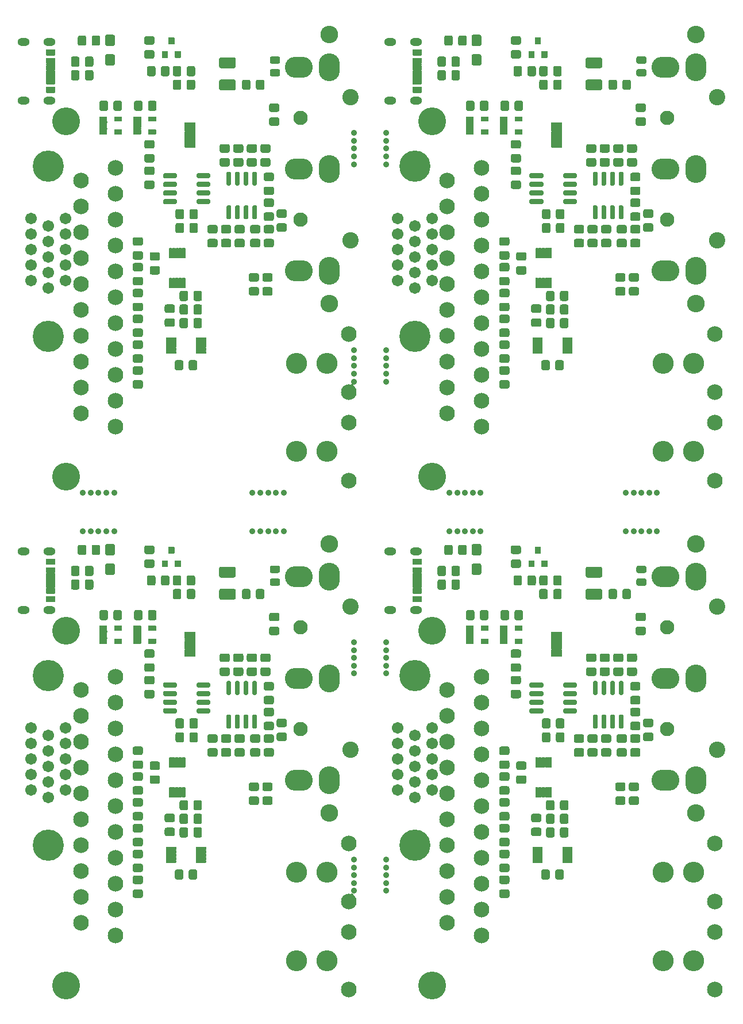
<source format=gbr>
%TF.GenerationSoftware,KiCad,Pcbnew,(5.1.9)-1*%
%TF.CreationDate,2021-05-10T07:03:42+12:00*%
%TF.ProjectId,output.RGB-to-component-panel,6f757470-7574-42e5-9247-422d746f2d63,rev?*%
%TF.SameCoordinates,Original*%
%TF.FileFunction,Soldermask,Top*%
%TF.FilePolarity,Negative*%
%FSLAX46Y46*%
G04 Gerber Fmt 4.6, Leading zero omitted, Abs format (unit mm)*
G04 Created by KiCad (PCBNEW (5.1.9)-1) date 2021-05-10 07:03:42*
%MOMM*%
%LPD*%
G01*
G04 APERTURE LIST*
%ADD10O,4.102000X3.102000*%
%ADD11O,2.602000X2.602000*%
%ADD12O,3.102000X4.102000*%
%ADD13C,2.402000*%
%ADD14C,2.102000*%
%ADD15C,2.302000*%
%ADD16O,3.102000X3.102000*%
%ADD17C,1.702000*%
%ADD18C,4.602000*%
%ADD19C,4.102000*%
%ADD20O,1.802000X1.202000*%
%ADD21C,0.902000*%
%ADD22C,0.100000*%
G04 APERTURE END LIST*
G36*
G01*
X58421172Y-142949000D02*
X59378828Y-142949000D01*
G75*
G02*
X59651000Y-143221172I0J-272172D01*
G01*
X59651000Y-143928828D01*
G75*
G02*
X59378828Y-144201000I-272172J0D01*
G01*
X58421172Y-144201000D01*
G75*
G02*
X58149000Y-143928828I0J272172D01*
G01*
X58149000Y-143221172D01*
G75*
G02*
X58421172Y-142949000I272172J0D01*
G01*
G37*
G36*
G01*
X58421172Y-144999000D02*
X59378828Y-144999000D01*
G75*
G02*
X59651000Y-145271172I0J-272172D01*
G01*
X59651000Y-145978828D01*
G75*
G02*
X59378828Y-146251000I-272172J0D01*
G01*
X58421172Y-146251000D01*
G75*
G02*
X58149000Y-145978828I0J272172D01*
G01*
X58149000Y-145271172D01*
G75*
G02*
X58421172Y-144999000I272172J0D01*
G01*
G37*
G36*
G01*
X28849000Y-118578828D02*
X28849000Y-117621172D01*
G75*
G02*
X29121172Y-117349000I272172J0D01*
G01*
X29828828Y-117349000D01*
G75*
G02*
X30101000Y-117621172I0J-272172D01*
G01*
X30101000Y-118578828D01*
G75*
G02*
X29828828Y-118851000I-272172J0D01*
G01*
X29121172Y-118851000D01*
G75*
G02*
X28849000Y-118578828I0J272172D01*
G01*
G37*
G36*
G01*
X30899000Y-118578828D02*
X30899000Y-117621172D01*
G75*
G02*
X31171172Y-117349000I272172J0D01*
G01*
X31878828Y-117349000D01*
G75*
G02*
X32151000Y-117621172I0J-272172D01*
G01*
X32151000Y-118578828D01*
G75*
G02*
X31878828Y-118851000I-272172J0D01*
G01*
X31171172Y-118851000D01*
G75*
G02*
X30899000Y-118578828I0J272172D01*
G01*
G37*
G36*
G01*
X54729500Y-137399000D02*
X55080500Y-137399000D01*
G75*
G02*
X55256000Y-137574500I0J-175500D01*
G01*
X55256000Y-139275500D01*
G75*
G02*
X55080500Y-139451000I-175500J0D01*
G01*
X54729500Y-139451000D01*
G75*
G02*
X54554000Y-139275500I0J175500D01*
G01*
X54554000Y-137574500D01*
G75*
G02*
X54729500Y-137399000I175500J0D01*
G01*
G37*
G36*
G01*
X53459500Y-137399000D02*
X53810500Y-137399000D01*
G75*
G02*
X53986000Y-137574500I0J-175500D01*
G01*
X53986000Y-139275500D01*
G75*
G02*
X53810500Y-139451000I-175500J0D01*
G01*
X53459500Y-139451000D01*
G75*
G02*
X53284000Y-139275500I0J175500D01*
G01*
X53284000Y-137574500D01*
G75*
G02*
X53459500Y-137399000I175500J0D01*
G01*
G37*
G36*
G01*
X52189500Y-137399000D02*
X52540500Y-137399000D01*
G75*
G02*
X52716000Y-137574500I0J-175500D01*
G01*
X52716000Y-139275500D01*
G75*
G02*
X52540500Y-139451000I-175500J0D01*
G01*
X52189500Y-139451000D01*
G75*
G02*
X52014000Y-139275500I0J175500D01*
G01*
X52014000Y-137574500D01*
G75*
G02*
X52189500Y-137399000I175500J0D01*
G01*
G37*
G36*
G01*
X50919500Y-137399000D02*
X51270500Y-137399000D01*
G75*
G02*
X51446000Y-137574500I0J-175500D01*
G01*
X51446000Y-139275500D01*
G75*
G02*
X51270500Y-139451000I-175500J0D01*
G01*
X50919500Y-139451000D01*
G75*
G02*
X50744000Y-139275500I0J175500D01*
G01*
X50744000Y-137574500D01*
G75*
G02*
X50919500Y-137399000I175500J0D01*
G01*
G37*
G36*
G01*
X50919500Y-142349000D02*
X51270500Y-142349000D01*
G75*
G02*
X51446000Y-142524500I0J-175500D01*
G01*
X51446000Y-144225500D01*
G75*
G02*
X51270500Y-144401000I-175500J0D01*
G01*
X50919500Y-144401000D01*
G75*
G02*
X50744000Y-144225500I0J175500D01*
G01*
X50744000Y-142524500D01*
G75*
G02*
X50919500Y-142349000I175500J0D01*
G01*
G37*
G36*
G01*
X52189500Y-142349000D02*
X52540500Y-142349000D01*
G75*
G02*
X52716000Y-142524500I0J-175500D01*
G01*
X52716000Y-144225500D01*
G75*
G02*
X52540500Y-144401000I-175500J0D01*
G01*
X52189500Y-144401000D01*
G75*
G02*
X52014000Y-144225500I0J175500D01*
G01*
X52014000Y-142524500D01*
G75*
G02*
X52189500Y-142349000I175500J0D01*
G01*
G37*
G36*
G01*
X53459500Y-142349000D02*
X53810500Y-142349000D01*
G75*
G02*
X53986000Y-142524500I0J-175500D01*
G01*
X53986000Y-144225500D01*
G75*
G02*
X53810500Y-144401000I-175500J0D01*
G01*
X53459500Y-144401000D01*
G75*
G02*
X53284000Y-144225500I0J175500D01*
G01*
X53284000Y-142524500D01*
G75*
G02*
X53459500Y-142349000I175500J0D01*
G01*
G37*
G36*
G01*
X54729500Y-142349000D02*
X55080500Y-142349000D01*
G75*
G02*
X55256000Y-142524500I0J-175500D01*
G01*
X55256000Y-144225500D01*
G75*
G02*
X55080500Y-144401000I-175500J0D01*
G01*
X54729500Y-144401000D01*
G75*
G02*
X54554000Y-144225500I0J175500D01*
G01*
X54554000Y-142524500D01*
G75*
G02*
X54729500Y-142349000I175500J0D01*
G01*
G37*
G36*
G01*
X32019000Y-129975001D02*
X32019000Y-129324999D01*
G75*
G02*
X32069999Y-129274000I50999J0D01*
G01*
X33130001Y-129274000D01*
G75*
G02*
X33181000Y-129324999I0J-50999D01*
G01*
X33181000Y-129975001D01*
G75*
G02*
X33130001Y-130026000I-50999J0D01*
G01*
X32069999Y-130026000D01*
G75*
G02*
X32019000Y-129975001I0J50999D01*
G01*
G37*
G36*
G01*
X32019000Y-130925001D02*
X32019000Y-130274999D01*
G75*
G02*
X32069999Y-130224000I50999J0D01*
G01*
X33130001Y-130224000D01*
G75*
G02*
X33181000Y-130274999I0J-50999D01*
G01*
X33181000Y-130925001D01*
G75*
G02*
X33130001Y-130976000I-50999J0D01*
G01*
X32069999Y-130976000D01*
G75*
G02*
X32019000Y-130925001I0J50999D01*
G01*
G37*
G36*
G01*
X32019000Y-131875001D02*
X32019000Y-131224999D01*
G75*
G02*
X32069999Y-131174000I50999J0D01*
G01*
X33130001Y-131174000D01*
G75*
G02*
X33181000Y-131224999I0J-50999D01*
G01*
X33181000Y-131875001D01*
G75*
G02*
X33130001Y-131926000I-50999J0D01*
G01*
X32069999Y-131926000D01*
G75*
G02*
X32019000Y-131875001I0J50999D01*
G01*
G37*
G36*
G01*
X34219000Y-131875001D02*
X34219000Y-131224999D01*
G75*
G02*
X34269999Y-131174000I50999J0D01*
G01*
X35330001Y-131174000D01*
G75*
G02*
X35381000Y-131224999I0J-50999D01*
G01*
X35381000Y-131875001D01*
G75*
G02*
X35330001Y-131926000I-50999J0D01*
G01*
X34269999Y-131926000D01*
G75*
G02*
X34219000Y-131875001I0J50999D01*
G01*
G37*
G36*
G01*
X34219000Y-129975001D02*
X34219000Y-129324999D01*
G75*
G02*
X34269999Y-129274000I50999J0D01*
G01*
X35330001Y-129274000D01*
G75*
G02*
X35381000Y-129324999I0J-50999D01*
G01*
X35381000Y-129975001D01*
G75*
G02*
X35330001Y-130026000I-50999J0D01*
G01*
X34269999Y-130026000D01*
G75*
G02*
X34219000Y-129975001I0J50999D01*
G01*
G37*
G36*
G01*
X37019000Y-129975001D02*
X37019000Y-129324999D01*
G75*
G02*
X37069999Y-129274000I50999J0D01*
G01*
X38130001Y-129274000D01*
G75*
G02*
X38181000Y-129324999I0J-50999D01*
G01*
X38181000Y-129975001D01*
G75*
G02*
X38130001Y-130026000I-50999J0D01*
G01*
X37069999Y-130026000D01*
G75*
G02*
X37019000Y-129975001I0J50999D01*
G01*
G37*
G36*
G01*
X37019000Y-130925001D02*
X37019000Y-130274999D01*
G75*
G02*
X37069999Y-130224000I50999J0D01*
G01*
X38130001Y-130224000D01*
G75*
G02*
X38181000Y-130274999I0J-50999D01*
G01*
X38181000Y-130925001D01*
G75*
G02*
X38130001Y-130976000I-50999J0D01*
G01*
X37069999Y-130976000D01*
G75*
G02*
X37019000Y-130925001I0J50999D01*
G01*
G37*
G36*
G01*
X37019000Y-131875001D02*
X37019000Y-131224999D01*
G75*
G02*
X37069999Y-131174000I50999J0D01*
G01*
X38130001Y-131174000D01*
G75*
G02*
X38181000Y-131224999I0J-50999D01*
G01*
X38181000Y-131875001D01*
G75*
G02*
X38130001Y-131926000I-50999J0D01*
G01*
X37069999Y-131926000D01*
G75*
G02*
X37019000Y-131875001I0J50999D01*
G01*
G37*
G36*
G01*
X39219000Y-131875001D02*
X39219000Y-131224999D01*
G75*
G02*
X39269999Y-131174000I50999J0D01*
G01*
X40330001Y-131174000D01*
G75*
G02*
X40381000Y-131224999I0J-50999D01*
G01*
X40381000Y-131875001D01*
G75*
G02*
X40330001Y-131926000I-50999J0D01*
G01*
X39269999Y-131926000D01*
G75*
G02*
X39219000Y-131875001I0J50999D01*
G01*
G37*
G36*
G01*
X39219000Y-129975001D02*
X39219000Y-129324999D01*
G75*
G02*
X39269999Y-129274000I50999J0D01*
G01*
X40330001Y-129274000D01*
G75*
G02*
X40381000Y-129324999I0J-50999D01*
G01*
X40381000Y-129975001D01*
G75*
G02*
X40330001Y-130026000I-50999J0D01*
G01*
X39269999Y-130026000D01*
G75*
G02*
X39219000Y-129975001I0J50999D01*
G01*
G37*
G36*
G01*
X51859000Y-125426000D02*
X49941000Y-125426000D01*
G75*
G02*
X49674000Y-125159000I0J267000D01*
G01*
X49674000Y-124091000D01*
G75*
G02*
X49941000Y-123824000I267000J0D01*
G01*
X51859000Y-123824000D01*
G75*
G02*
X52126000Y-124091000I0J-267000D01*
G01*
X52126000Y-125159000D01*
G75*
G02*
X51859000Y-125426000I-267000J0D01*
G01*
G37*
G36*
G01*
X51859000Y-122176000D02*
X49941000Y-122176000D01*
G75*
G02*
X49674000Y-121909000I0J267000D01*
G01*
X49674000Y-120841000D01*
G75*
G02*
X49941000Y-120574000I267000J0D01*
G01*
X51859000Y-120574000D01*
G75*
G02*
X52126000Y-120841000I0J-267000D01*
G01*
X52126000Y-121909000D01*
G75*
G02*
X51859000Y-122176000I-267000J0D01*
G01*
G37*
G36*
G01*
X33142887Y-117224000D02*
X34057113Y-117224000D01*
G75*
G02*
X34326000Y-117492887I0J-268887D01*
G01*
X34326000Y-118632113D01*
G75*
G02*
X34057113Y-118901000I-268887J0D01*
G01*
X33142887Y-118901000D01*
G75*
G02*
X32874000Y-118632113I0J268887D01*
G01*
X32874000Y-117492887D01*
G75*
G02*
X33142887Y-117224000I268887J0D01*
G01*
G37*
G36*
G01*
X33142887Y-120099000D02*
X34057113Y-120099000D01*
G75*
G02*
X34326000Y-120367887I0J-268887D01*
G01*
X34326000Y-121507113D01*
G75*
G02*
X34057113Y-121776000I-268887J0D01*
G01*
X33142887Y-121776000D01*
G75*
G02*
X32874000Y-121507113I0J268887D01*
G01*
X32874000Y-120367887D01*
G75*
G02*
X33142887Y-120099000I268887J0D01*
G01*
G37*
G36*
G01*
X42650000Y-154551000D02*
X42350000Y-154551000D01*
G75*
G02*
X42299000Y-154500000I0J51000D01*
G01*
X42299000Y-153100000D01*
G75*
G02*
X42350000Y-153049000I51000J0D01*
G01*
X42650000Y-153049000D01*
G75*
G02*
X42701000Y-153100000I0J-51000D01*
G01*
X42701000Y-154500000D01*
G75*
G02*
X42650000Y-154551000I-51000J0D01*
G01*
G37*
G36*
G01*
X43150000Y-154551000D02*
X42850000Y-154551000D01*
G75*
G02*
X42799000Y-154500000I0J51000D01*
G01*
X42799000Y-153100000D01*
G75*
G02*
X42850000Y-153049000I51000J0D01*
G01*
X43150000Y-153049000D01*
G75*
G02*
X43201000Y-153100000I0J-51000D01*
G01*
X43201000Y-154500000D01*
G75*
G02*
X43150000Y-154551000I-51000J0D01*
G01*
G37*
G36*
G01*
X43650000Y-154551000D02*
X43350000Y-154551000D01*
G75*
G02*
X43299000Y-154500000I0J51000D01*
G01*
X43299000Y-153100000D01*
G75*
G02*
X43350000Y-153049000I51000J0D01*
G01*
X43650000Y-153049000D01*
G75*
G02*
X43701000Y-153100000I0J-51000D01*
G01*
X43701000Y-154500000D01*
G75*
G02*
X43650000Y-154551000I-51000J0D01*
G01*
G37*
G36*
G01*
X44150000Y-154551000D02*
X43850000Y-154551000D01*
G75*
G02*
X43799000Y-154500000I0J51000D01*
G01*
X43799000Y-153100000D01*
G75*
G02*
X43850000Y-153049000I51000J0D01*
G01*
X44150000Y-153049000D01*
G75*
G02*
X44201000Y-153100000I0J-51000D01*
G01*
X44201000Y-154500000D01*
G75*
G02*
X44150000Y-154551000I-51000J0D01*
G01*
G37*
G36*
G01*
X44650000Y-154551000D02*
X44350000Y-154551000D01*
G75*
G02*
X44299000Y-154500000I0J51000D01*
G01*
X44299000Y-153100000D01*
G75*
G02*
X44350000Y-153049000I51000J0D01*
G01*
X44650000Y-153049000D01*
G75*
G02*
X44701000Y-153100000I0J-51000D01*
G01*
X44701000Y-154500000D01*
G75*
G02*
X44650000Y-154551000I-51000J0D01*
G01*
G37*
G36*
G01*
X44650000Y-150151000D02*
X44350000Y-150151000D01*
G75*
G02*
X44299000Y-150100000I0J51000D01*
G01*
X44299000Y-148700000D01*
G75*
G02*
X44350000Y-148649000I51000J0D01*
G01*
X44650000Y-148649000D01*
G75*
G02*
X44701000Y-148700000I0J-51000D01*
G01*
X44701000Y-150100000D01*
G75*
G02*
X44650000Y-150151000I-51000J0D01*
G01*
G37*
G36*
G01*
X44150000Y-150151000D02*
X43850000Y-150151000D01*
G75*
G02*
X43799000Y-150100000I0J51000D01*
G01*
X43799000Y-148700000D01*
G75*
G02*
X43850000Y-148649000I51000J0D01*
G01*
X44150000Y-148649000D01*
G75*
G02*
X44201000Y-148700000I0J-51000D01*
G01*
X44201000Y-150100000D01*
G75*
G02*
X44150000Y-150151000I-51000J0D01*
G01*
G37*
G36*
G01*
X43650000Y-150151000D02*
X43350000Y-150151000D01*
G75*
G02*
X43299000Y-150100000I0J51000D01*
G01*
X43299000Y-148700000D01*
G75*
G02*
X43350000Y-148649000I51000J0D01*
G01*
X43650000Y-148649000D01*
G75*
G02*
X43701000Y-148700000I0J-51000D01*
G01*
X43701000Y-150100000D01*
G75*
G02*
X43650000Y-150151000I-51000J0D01*
G01*
G37*
G36*
G01*
X43150000Y-150151000D02*
X42850000Y-150151000D01*
G75*
G02*
X42799000Y-150100000I0J51000D01*
G01*
X42799000Y-148700000D01*
G75*
G02*
X42850000Y-148649000I51000J0D01*
G01*
X43150000Y-148649000D01*
G75*
G02*
X43201000Y-148700000I0J-51000D01*
G01*
X43201000Y-150100000D01*
G75*
G02*
X43150000Y-150151000I-51000J0D01*
G01*
G37*
G36*
G01*
X42650000Y-150151000D02*
X42350000Y-150151000D01*
G75*
G02*
X42299000Y-150100000I0J51000D01*
G01*
X42299000Y-148700000D01*
G75*
G02*
X42350000Y-148649000I51000J0D01*
G01*
X42650000Y-148649000D01*
G75*
G02*
X42701000Y-148700000I0J-51000D01*
G01*
X42701000Y-150100000D01*
G75*
G02*
X42650000Y-150151000I-51000J0D01*
G01*
G37*
G36*
G01*
X57418250Y-120424000D02*
X58381750Y-120424000D01*
G75*
G02*
X58651000Y-120693250I0J-269250D01*
G01*
X58651000Y-121231750D01*
G75*
G02*
X58381750Y-121501000I-269250J0D01*
G01*
X57418250Y-121501000D01*
G75*
G02*
X57149000Y-121231750I0J269250D01*
G01*
X57149000Y-120693250D01*
G75*
G02*
X57418250Y-120424000I269250J0D01*
G01*
G37*
G36*
G01*
X57418250Y-122299000D02*
X58381750Y-122299000D01*
G75*
G02*
X58651000Y-122568250I0J-269250D01*
G01*
X58651000Y-123106750D01*
G75*
G02*
X58381750Y-123376000I-269250J0D01*
G01*
X57418250Y-123376000D01*
G75*
G02*
X57149000Y-123106750I0J269250D01*
G01*
X57149000Y-122568250D01*
G75*
G02*
X57418250Y-122299000I269250J0D01*
G01*
G37*
G36*
G01*
X53049000Y-125078828D02*
X53049000Y-124121172D01*
G75*
G02*
X53321172Y-123849000I272172J0D01*
G01*
X54028828Y-123849000D01*
G75*
G02*
X54301000Y-124121172I0J-272172D01*
G01*
X54301000Y-125078828D01*
G75*
G02*
X54028828Y-125351000I-272172J0D01*
G01*
X53321172Y-125351000D01*
G75*
G02*
X53049000Y-125078828I0J272172D01*
G01*
G37*
G36*
G01*
X55099000Y-125078828D02*
X55099000Y-124121172D01*
G75*
G02*
X55371172Y-123849000I272172J0D01*
G01*
X56078828Y-123849000D01*
G75*
G02*
X56351000Y-124121172I0J-272172D01*
G01*
X56351000Y-125078828D01*
G75*
G02*
X56078828Y-125351000I-272172J0D01*
G01*
X55371172Y-125351000D01*
G75*
G02*
X55099000Y-125078828I0J272172D01*
G01*
G37*
D10*
X61400000Y-137000000D03*
D11*
X65900000Y-156800000D03*
X65900000Y-117200000D03*
D12*
X65900000Y-122000000D03*
X65900000Y-137000000D03*
X65900000Y-152000000D03*
D10*
X61400000Y-152000000D03*
X61400000Y-122000000D03*
D13*
X69044520Y-126466620D03*
X69044520Y-147533380D03*
D14*
X61700000Y-144500000D03*
X61700000Y-129500000D03*
G36*
G01*
X52021172Y-133349000D02*
X52978828Y-133349000D01*
G75*
G02*
X53251000Y-133621172I0J-272172D01*
G01*
X53251000Y-134328828D01*
G75*
G02*
X52978828Y-134601000I-272172J0D01*
G01*
X52021172Y-134601000D01*
G75*
G02*
X51749000Y-134328828I0J272172D01*
G01*
X51749000Y-133621172D01*
G75*
G02*
X52021172Y-133349000I272172J0D01*
G01*
G37*
G36*
G01*
X52021172Y-135399000D02*
X52978828Y-135399000D01*
G75*
G02*
X53251000Y-135671172I0J-272172D01*
G01*
X53251000Y-136378828D01*
G75*
G02*
X52978828Y-136651000I-272172J0D01*
G01*
X52021172Y-136651000D01*
G75*
G02*
X51749000Y-136378828I0J272172D01*
G01*
X51749000Y-135671172D01*
G75*
G02*
X52021172Y-135399000I272172J0D01*
G01*
G37*
G36*
G01*
X111478828Y-142601000D02*
X110521172Y-142601000D01*
G75*
G02*
X110249000Y-142328828I0J272172D01*
G01*
X110249000Y-141621172D01*
G75*
G02*
X110521172Y-141349000I272172J0D01*
G01*
X111478828Y-141349000D01*
G75*
G02*
X111751000Y-141621172I0J-272172D01*
G01*
X111751000Y-142328828D01*
G75*
G02*
X111478828Y-142601000I-272172J0D01*
G01*
G37*
G36*
G01*
X111478828Y-144651000D02*
X110521172Y-144651000D01*
G75*
G02*
X110249000Y-144378828I0J272172D01*
G01*
X110249000Y-143671172D01*
G75*
G02*
X110521172Y-143399000I272172J0D01*
G01*
X111478828Y-143399000D01*
G75*
G02*
X111751000Y-143671172I0J-272172D01*
G01*
X111751000Y-144378828D01*
G75*
G02*
X111478828Y-144651000I-272172J0D01*
G01*
G37*
G36*
G01*
X99899000Y-160178828D02*
X99899000Y-159221172D01*
G75*
G02*
X100171172Y-158949000I272172J0D01*
G01*
X100878828Y-158949000D01*
G75*
G02*
X101151000Y-159221172I0J-272172D01*
G01*
X101151000Y-160178828D01*
G75*
G02*
X100878828Y-160451000I-272172J0D01*
G01*
X100171172Y-160451000D01*
G75*
G02*
X99899000Y-160178828I0J272172D01*
G01*
G37*
G36*
G01*
X97849000Y-160178828D02*
X97849000Y-159221172D01*
G75*
G02*
X98121172Y-158949000I272172J0D01*
G01*
X98828828Y-158949000D01*
G75*
G02*
X99101000Y-159221172I0J-272172D01*
G01*
X99101000Y-160178828D01*
G75*
G02*
X98828828Y-160451000I-272172J0D01*
G01*
X98121172Y-160451000D01*
G75*
G02*
X97849000Y-160178828I0J272172D01*
G01*
G37*
G36*
G01*
X103178828Y-146501000D02*
X102221172Y-146501000D01*
G75*
G02*
X101949000Y-146228828I0J272172D01*
G01*
X101949000Y-145521172D01*
G75*
G02*
X102221172Y-145249000I272172J0D01*
G01*
X103178828Y-145249000D01*
G75*
G02*
X103451000Y-145521172I0J-272172D01*
G01*
X103451000Y-146228828D01*
G75*
G02*
X103178828Y-146501000I-272172J0D01*
G01*
G37*
G36*
G01*
X103178828Y-148551000D02*
X102221172Y-148551000D01*
G75*
G02*
X101949000Y-148278828I0J272172D01*
G01*
X101949000Y-147571172D01*
G75*
G02*
X102221172Y-147299000I272172J0D01*
G01*
X103178828Y-147299000D01*
G75*
G02*
X103451000Y-147571172I0J-272172D01*
G01*
X103451000Y-148278828D01*
G75*
G02*
X103178828Y-148551000I-272172J0D01*
G01*
G37*
D15*
X122750000Y-174370000D03*
X122750000Y-182870000D03*
D16*
X119600000Y-178620000D03*
X115100000Y-178620000D03*
G36*
G01*
X111478828Y-138801000D02*
X110521172Y-138801000D01*
G75*
G02*
X110249000Y-138528828I0J272172D01*
G01*
X110249000Y-137821172D01*
G75*
G02*
X110521172Y-137549000I272172J0D01*
G01*
X111478828Y-137549000D01*
G75*
G02*
X111751000Y-137821172I0J-272172D01*
G01*
X111751000Y-138528828D01*
G75*
G02*
X111478828Y-138801000I-272172J0D01*
G01*
G37*
G36*
G01*
X111478828Y-140851000D02*
X110521172Y-140851000D01*
G75*
G02*
X110249000Y-140578828I0J272172D01*
G01*
X110249000Y-139871172D01*
G75*
G02*
X110521172Y-139599000I272172J0D01*
G01*
X111478828Y-139599000D01*
G75*
G02*
X111751000Y-139871172I0J-272172D01*
G01*
X111751000Y-140578828D01*
G75*
G02*
X111478828Y-140851000I-272172J0D01*
G01*
G37*
G36*
G01*
X98650000Y-131449000D02*
X100150000Y-131449000D01*
G75*
G02*
X100201000Y-131500000I0J-51000D01*
G01*
X100201000Y-132500000D01*
G75*
G02*
X100150000Y-132551000I-51000J0D01*
G01*
X98650000Y-132551000D01*
G75*
G02*
X98599000Y-132500000I0J51000D01*
G01*
X98599000Y-131500000D01*
G75*
G02*
X98650000Y-131449000I51000J0D01*
G01*
G37*
G36*
G01*
X98650000Y-132749000D02*
X100150000Y-132749000D01*
G75*
G02*
X100201000Y-132800000I0J-51000D01*
G01*
X100201000Y-133800000D01*
G75*
G02*
X100150000Y-133851000I-51000J0D01*
G01*
X98650000Y-133851000D01*
G75*
G02*
X98599000Y-133800000I0J51000D01*
G01*
X98599000Y-132800000D01*
G75*
G02*
X98650000Y-132749000I51000J0D01*
G01*
G37*
G36*
G01*
X98650000Y-130149000D02*
X100150000Y-130149000D01*
G75*
G02*
X100201000Y-130200000I0J-51000D01*
G01*
X100201000Y-131200000D01*
G75*
G02*
X100150000Y-131251000I-51000J0D01*
G01*
X98650000Y-131251000D01*
G75*
G02*
X98599000Y-131200000I0J51000D01*
G01*
X98599000Y-130200000D01*
G75*
G02*
X98650000Y-130149000I51000J0D01*
G01*
G37*
G36*
G01*
X105178828Y-146501000D02*
X104221172Y-146501000D01*
G75*
G02*
X103949000Y-146228828I0J272172D01*
G01*
X103949000Y-145521172D01*
G75*
G02*
X104221172Y-145249000I272172J0D01*
G01*
X105178828Y-145249000D01*
G75*
G02*
X105451000Y-145521172I0J-272172D01*
G01*
X105451000Y-146228828D01*
G75*
G02*
X105178828Y-146501000I-272172J0D01*
G01*
G37*
G36*
G01*
X105178828Y-148551000D02*
X104221172Y-148551000D01*
G75*
G02*
X103949000Y-148278828I0J272172D01*
G01*
X103949000Y-147571172D01*
G75*
G02*
X104221172Y-147299000I272172J0D01*
G01*
X105178828Y-147299000D01*
G75*
G02*
X105451000Y-147571172I0J-272172D01*
G01*
X105451000Y-148278828D01*
G75*
G02*
X105178828Y-148551000I-272172J0D01*
G01*
G37*
G36*
G01*
X92178828Y-148301000D02*
X91221172Y-148301000D01*
G75*
G02*
X90949000Y-148028828I0J272172D01*
G01*
X90949000Y-147321172D01*
G75*
G02*
X91221172Y-147049000I272172J0D01*
G01*
X92178828Y-147049000D01*
G75*
G02*
X92451000Y-147321172I0J-272172D01*
G01*
X92451000Y-148028828D01*
G75*
G02*
X92178828Y-148301000I-272172J0D01*
G01*
G37*
G36*
G01*
X92178828Y-150351000D02*
X91221172Y-150351000D01*
G75*
G02*
X90949000Y-150078828I0J272172D01*
G01*
X90949000Y-149371172D01*
G75*
G02*
X91221172Y-149099000I272172J0D01*
G01*
X92178828Y-149099000D01*
G75*
G02*
X92451000Y-149371172I0J-272172D01*
G01*
X92451000Y-150078828D01*
G75*
G02*
X92178828Y-150351000I-272172J0D01*
G01*
G37*
G36*
G01*
X92401000Y-127221172D02*
X92401000Y-128178828D01*
G75*
G02*
X92128828Y-128451000I-272172J0D01*
G01*
X91421172Y-128451000D01*
G75*
G02*
X91149000Y-128178828I0J272172D01*
G01*
X91149000Y-127221172D01*
G75*
G02*
X91421172Y-126949000I272172J0D01*
G01*
X92128828Y-126949000D01*
G75*
G02*
X92401000Y-127221172I0J-272172D01*
G01*
G37*
G36*
G01*
X94451000Y-127221172D02*
X94451000Y-128178828D01*
G75*
G02*
X94178828Y-128451000I-272172J0D01*
G01*
X93471172Y-128451000D01*
G75*
G02*
X93199000Y-128178828I0J272172D01*
G01*
X93199000Y-127221172D01*
G75*
G02*
X93471172Y-126949000I272172J0D01*
G01*
X94178828Y-126949000D01*
G75*
G02*
X94451000Y-127221172I0J-272172D01*
G01*
G37*
G36*
G01*
X108021172Y-135399000D02*
X108978828Y-135399000D01*
G75*
G02*
X109251000Y-135671172I0J-272172D01*
G01*
X109251000Y-136378828D01*
G75*
G02*
X108978828Y-136651000I-272172J0D01*
G01*
X108021172Y-136651000D01*
G75*
G02*
X107749000Y-136378828I0J272172D01*
G01*
X107749000Y-135671172D01*
G75*
G02*
X108021172Y-135399000I272172J0D01*
G01*
G37*
G36*
G01*
X108021172Y-133349000D02*
X108978828Y-133349000D01*
G75*
G02*
X109251000Y-133621172I0J-272172D01*
G01*
X109251000Y-134328828D01*
G75*
G02*
X108978828Y-134601000I-272172J0D01*
G01*
X108021172Y-134601000D01*
G75*
G02*
X107749000Y-134328828I0J272172D01*
G01*
X107749000Y-133621172D01*
G75*
G02*
X108021172Y-133349000I272172J0D01*
G01*
G37*
G36*
G01*
X111321172Y-129399000D02*
X112278828Y-129399000D01*
G75*
G02*
X112551000Y-129671172I0J-272172D01*
G01*
X112551000Y-130378828D01*
G75*
G02*
X112278828Y-130651000I-272172J0D01*
G01*
X111321172Y-130651000D01*
G75*
G02*
X111049000Y-130378828I0J272172D01*
G01*
X111049000Y-129671172D01*
G75*
G02*
X111321172Y-129399000I272172J0D01*
G01*
G37*
G36*
G01*
X111321172Y-127349000D02*
X112278828Y-127349000D01*
G75*
G02*
X112551000Y-127621172I0J-272172D01*
G01*
X112551000Y-128328828D01*
G75*
G02*
X112278828Y-128601000I-272172J0D01*
G01*
X111321172Y-128601000D01*
G75*
G02*
X111049000Y-128328828I0J272172D01*
G01*
X111049000Y-127621172D01*
G75*
G02*
X111321172Y-127349000I272172J0D01*
G01*
G37*
G36*
G01*
X94678828Y-150501000D02*
X93721172Y-150501000D01*
G75*
G02*
X93449000Y-150228828I0J272172D01*
G01*
X93449000Y-149521172D01*
G75*
G02*
X93721172Y-149249000I272172J0D01*
G01*
X94678828Y-149249000D01*
G75*
G02*
X94951000Y-149521172I0J-272172D01*
G01*
X94951000Y-150228828D01*
G75*
G02*
X94678828Y-150501000I-272172J0D01*
G01*
G37*
G36*
G01*
X94678828Y-152551000D02*
X93721172Y-152551000D01*
G75*
G02*
X93449000Y-152278828I0J272172D01*
G01*
X93449000Y-151571172D01*
G75*
G02*
X93721172Y-151299000I272172J0D01*
G01*
X94678828Y-151299000D01*
G75*
G02*
X94951000Y-151571172I0J-272172D01*
G01*
X94951000Y-152278828D01*
G75*
G02*
X94678828Y-152551000I-272172J0D01*
G01*
G37*
G36*
G01*
X104021172Y-135399000D02*
X104978828Y-135399000D01*
G75*
G02*
X105251000Y-135671172I0J-272172D01*
G01*
X105251000Y-136378828D01*
G75*
G02*
X104978828Y-136651000I-272172J0D01*
G01*
X104021172Y-136651000D01*
G75*
G02*
X103749000Y-136378828I0J272172D01*
G01*
X103749000Y-135671172D01*
G75*
G02*
X104021172Y-135399000I272172J0D01*
G01*
G37*
G36*
G01*
X104021172Y-133349000D02*
X104978828Y-133349000D01*
G75*
G02*
X105251000Y-133621172I0J-272172D01*
G01*
X105251000Y-134328828D01*
G75*
G02*
X104978828Y-134601000I-272172J0D01*
G01*
X104021172Y-134601000D01*
G75*
G02*
X103749000Y-134328828I0J272172D01*
G01*
X103749000Y-133621172D01*
G75*
G02*
X104021172Y-133349000I272172J0D01*
G01*
G37*
G36*
G01*
X100249000Y-162150000D02*
X100249000Y-161850000D01*
G75*
G02*
X100300000Y-161799000I51000J0D01*
G01*
X101700000Y-161799000D01*
G75*
G02*
X101751000Y-161850000I0J-51000D01*
G01*
X101751000Y-162150000D01*
G75*
G02*
X101700000Y-162201000I-51000J0D01*
G01*
X100300000Y-162201000D01*
G75*
G02*
X100249000Y-162150000I0J51000D01*
G01*
G37*
G36*
G01*
X100249000Y-162650000D02*
X100249000Y-162350000D01*
G75*
G02*
X100300000Y-162299000I51000J0D01*
G01*
X101700000Y-162299000D01*
G75*
G02*
X101751000Y-162350000I0J-51000D01*
G01*
X101751000Y-162650000D01*
G75*
G02*
X101700000Y-162701000I-51000J0D01*
G01*
X100300000Y-162701000D01*
G75*
G02*
X100249000Y-162650000I0J51000D01*
G01*
G37*
G36*
G01*
X100249000Y-163150000D02*
X100249000Y-162850000D01*
G75*
G02*
X100300000Y-162799000I51000J0D01*
G01*
X101700000Y-162799000D01*
G75*
G02*
X101751000Y-162850000I0J-51000D01*
G01*
X101751000Y-163150000D01*
G75*
G02*
X101700000Y-163201000I-51000J0D01*
G01*
X100300000Y-163201000D01*
G75*
G02*
X100249000Y-163150000I0J51000D01*
G01*
G37*
G36*
G01*
X100249000Y-163650000D02*
X100249000Y-163350000D01*
G75*
G02*
X100300000Y-163299000I51000J0D01*
G01*
X101700000Y-163299000D01*
G75*
G02*
X101751000Y-163350000I0J-51000D01*
G01*
X101751000Y-163650000D01*
G75*
G02*
X101700000Y-163701000I-51000J0D01*
G01*
X100300000Y-163701000D01*
G75*
G02*
X100249000Y-163650000I0J51000D01*
G01*
G37*
G36*
G01*
X100249000Y-164150000D02*
X100249000Y-163850000D01*
G75*
G02*
X100300000Y-163799000I51000J0D01*
G01*
X101700000Y-163799000D01*
G75*
G02*
X101751000Y-163850000I0J-51000D01*
G01*
X101751000Y-164150000D01*
G75*
G02*
X101700000Y-164201000I-51000J0D01*
G01*
X100300000Y-164201000D01*
G75*
G02*
X100249000Y-164150000I0J51000D01*
G01*
G37*
G36*
G01*
X95849000Y-164150000D02*
X95849000Y-163850000D01*
G75*
G02*
X95900000Y-163799000I51000J0D01*
G01*
X97300000Y-163799000D01*
G75*
G02*
X97351000Y-163850000I0J-51000D01*
G01*
X97351000Y-164150000D01*
G75*
G02*
X97300000Y-164201000I-51000J0D01*
G01*
X95900000Y-164201000D01*
G75*
G02*
X95849000Y-164150000I0J51000D01*
G01*
G37*
G36*
G01*
X95849000Y-163650000D02*
X95849000Y-163350000D01*
G75*
G02*
X95900000Y-163299000I51000J0D01*
G01*
X97300000Y-163299000D01*
G75*
G02*
X97351000Y-163350000I0J-51000D01*
G01*
X97351000Y-163650000D01*
G75*
G02*
X97300000Y-163701000I-51000J0D01*
G01*
X95900000Y-163701000D01*
G75*
G02*
X95849000Y-163650000I0J51000D01*
G01*
G37*
G36*
G01*
X95849000Y-163150000D02*
X95849000Y-162850000D01*
G75*
G02*
X95900000Y-162799000I51000J0D01*
G01*
X97300000Y-162799000D01*
G75*
G02*
X97351000Y-162850000I0J-51000D01*
G01*
X97351000Y-163150000D01*
G75*
G02*
X97300000Y-163201000I-51000J0D01*
G01*
X95900000Y-163201000D01*
G75*
G02*
X95849000Y-163150000I0J51000D01*
G01*
G37*
G36*
G01*
X95849000Y-162650000D02*
X95849000Y-162350000D01*
G75*
G02*
X95900000Y-162299000I51000J0D01*
G01*
X97300000Y-162299000D01*
G75*
G02*
X97351000Y-162350000I0J-51000D01*
G01*
X97351000Y-162650000D01*
G75*
G02*
X97300000Y-162701000I-51000J0D01*
G01*
X95900000Y-162701000D01*
G75*
G02*
X95849000Y-162650000I0J51000D01*
G01*
G37*
G36*
G01*
X95849000Y-162150000D02*
X95849000Y-161850000D01*
G75*
G02*
X95900000Y-161799000I51000J0D01*
G01*
X97300000Y-161799000D01*
G75*
G02*
X97351000Y-161850000I0J-51000D01*
G01*
X97351000Y-162150000D01*
G75*
G02*
X97300000Y-162201000I-51000J0D01*
G01*
X95900000Y-162201000D01*
G75*
G02*
X95849000Y-162150000I0J51000D01*
G01*
G37*
G36*
G01*
X111278828Y-153601000D02*
X110321172Y-153601000D01*
G75*
G02*
X110049000Y-153328828I0J272172D01*
G01*
X110049000Y-152621172D01*
G75*
G02*
X110321172Y-152349000I272172J0D01*
G01*
X111278828Y-152349000D01*
G75*
G02*
X111551000Y-152621172I0J-272172D01*
G01*
X111551000Y-153328828D01*
G75*
G02*
X111278828Y-153601000I-272172J0D01*
G01*
G37*
G36*
G01*
X111278828Y-155651000D02*
X110321172Y-155651000D01*
G75*
G02*
X110049000Y-155378828I0J272172D01*
G01*
X110049000Y-154671172D01*
G75*
G02*
X110321172Y-154399000I272172J0D01*
G01*
X111278828Y-154399000D01*
G75*
G02*
X111551000Y-154671172I0J-272172D01*
G01*
X111551000Y-155378828D01*
G75*
G02*
X111278828Y-155651000I-272172J0D01*
G01*
G37*
G36*
G01*
X111478828Y-146501000D02*
X110521172Y-146501000D01*
G75*
G02*
X110249000Y-146228828I0J272172D01*
G01*
X110249000Y-145521172D01*
G75*
G02*
X110521172Y-145249000I272172J0D01*
G01*
X111478828Y-145249000D01*
G75*
G02*
X111751000Y-145521172I0J-272172D01*
G01*
X111751000Y-146228828D01*
G75*
G02*
X111478828Y-146501000I-272172J0D01*
G01*
G37*
G36*
G01*
X111478828Y-148551000D02*
X110521172Y-148551000D01*
G75*
G02*
X110249000Y-148278828I0J272172D01*
G01*
X110249000Y-147571172D01*
G75*
G02*
X110521172Y-147299000I272172J0D01*
G01*
X111478828Y-147299000D01*
G75*
G02*
X111751000Y-147571172I0J-272172D01*
G01*
X111751000Y-148278828D01*
G75*
G02*
X111478828Y-148551000I-272172J0D01*
G01*
G37*
G36*
G01*
X107178828Y-146501000D02*
X106221172Y-146501000D01*
G75*
G02*
X105949000Y-146228828I0J272172D01*
G01*
X105949000Y-145521172D01*
G75*
G02*
X106221172Y-145249000I272172J0D01*
G01*
X107178828Y-145249000D01*
G75*
G02*
X107451000Y-145521172I0J-272172D01*
G01*
X107451000Y-146228828D01*
G75*
G02*
X107178828Y-146501000I-272172J0D01*
G01*
G37*
G36*
G01*
X107178828Y-148551000D02*
X106221172Y-148551000D01*
G75*
G02*
X105949000Y-148278828I0J272172D01*
G01*
X105949000Y-147571172D01*
G75*
G02*
X106221172Y-147299000I272172J0D01*
G01*
X107178828Y-147299000D01*
G75*
G02*
X107451000Y-147571172I0J-272172D01*
G01*
X107451000Y-148278828D01*
G75*
G02*
X107178828Y-148551000I-272172J0D01*
G01*
G37*
G36*
G01*
X42878828Y-160251000D02*
X41921172Y-160251000D01*
G75*
G02*
X41649000Y-159978828I0J272172D01*
G01*
X41649000Y-159271172D01*
G75*
G02*
X41921172Y-158999000I272172J0D01*
G01*
X42878828Y-158999000D01*
G75*
G02*
X43151000Y-159271172I0J-272172D01*
G01*
X43151000Y-159978828D01*
G75*
G02*
X42878828Y-160251000I-272172J0D01*
G01*
G37*
G36*
G01*
X42878828Y-158201000D02*
X41921172Y-158201000D01*
G75*
G02*
X41649000Y-157928828I0J272172D01*
G01*
X41649000Y-157221172D01*
G75*
G02*
X41921172Y-156949000I272172J0D01*
G01*
X42878828Y-156949000D01*
G75*
G02*
X43151000Y-157221172I0J-272172D01*
G01*
X43151000Y-157928828D01*
G75*
G02*
X42878828Y-158201000I-272172J0D01*
G01*
G37*
G36*
G01*
X55278828Y-155651000D02*
X54321172Y-155651000D01*
G75*
G02*
X54049000Y-155378828I0J272172D01*
G01*
X54049000Y-154671172D01*
G75*
G02*
X54321172Y-154399000I272172J0D01*
G01*
X55278828Y-154399000D01*
G75*
G02*
X55551000Y-154671172I0J-272172D01*
G01*
X55551000Y-155378828D01*
G75*
G02*
X55278828Y-155651000I-272172J0D01*
G01*
G37*
G36*
G01*
X55278828Y-153601000D02*
X54321172Y-153601000D01*
G75*
G02*
X54049000Y-153328828I0J272172D01*
G01*
X54049000Y-152621172D01*
G75*
G02*
X54321172Y-152349000I272172J0D01*
G01*
X55278828Y-152349000D01*
G75*
G02*
X55551000Y-152621172I0J-272172D01*
G01*
X55551000Y-153328828D01*
G75*
G02*
X55278828Y-153601000I-272172J0D01*
G01*
G37*
G36*
G01*
X56021172Y-133349000D02*
X56978828Y-133349000D01*
G75*
G02*
X57251000Y-133621172I0J-272172D01*
G01*
X57251000Y-134328828D01*
G75*
G02*
X56978828Y-134601000I-272172J0D01*
G01*
X56021172Y-134601000D01*
G75*
G02*
X55749000Y-134328828I0J272172D01*
G01*
X55749000Y-133621172D01*
G75*
G02*
X56021172Y-133349000I272172J0D01*
G01*
G37*
G36*
G01*
X56021172Y-135399000D02*
X56978828Y-135399000D01*
G75*
G02*
X57251000Y-135671172I0J-272172D01*
G01*
X57251000Y-136378828D01*
G75*
G02*
X56978828Y-136651000I-272172J0D01*
G01*
X56021172Y-136651000D01*
G75*
G02*
X55749000Y-136378828I0J272172D01*
G01*
X55749000Y-135671172D01*
G75*
G02*
X56021172Y-135399000I272172J0D01*
G01*
G37*
G36*
G01*
X55478828Y-148551000D02*
X54521172Y-148551000D01*
G75*
G02*
X54249000Y-148278828I0J272172D01*
G01*
X54249000Y-147571172D01*
G75*
G02*
X54521172Y-147299000I272172J0D01*
G01*
X55478828Y-147299000D01*
G75*
G02*
X55751000Y-147571172I0J-272172D01*
G01*
X55751000Y-148278828D01*
G75*
G02*
X55478828Y-148551000I-272172J0D01*
G01*
G37*
G36*
G01*
X55478828Y-146501000D02*
X54521172Y-146501000D01*
G75*
G02*
X54249000Y-146228828I0J272172D01*
G01*
X54249000Y-145521172D01*
G75*
G02*
X54521172Y-145249000I272172J0D01*
G01*
X55478828Y-145249000D01*
G75*
G02*
X55751000Y-145521172I0J-272172D01*
G01*
X55751000Y-146228828D01*
G75*
G02*
X55478828Y-146501000I-272172J0D01*
G01*
G37*
G36*
G01*
X54021172Y-133349000D02*
X54978828Y-133349000D01*
G75*
G02*
X55251000Y-133621172I0J-272172D01*
G01*
X55251000Y-134328828D01*
G75*
G02*
X54978828Y-134601000I-272172J0D01*
G01*
X54021172Y-134601000D01*
G75*
G02*
X53749000Y-134328828I0J272172D01*
G01*
X53749000Y-133621172D01*
G75*
G02*
X54021172Y-133349000I272172J0D01*
G01*
G37*
G36*
G01*
X54021172Y-135399000D02*
X54978828Y-135399000D01*
G75*
G02*
X55251000Y-135671172I0J-272172D01*
G01*
X55251000Y-136378828D01*
G75*
G02*
X54978828Y-136651000I-272172J0D01*
G01*
X54021172Y-136651000D01*
G75*
G02*
X53749000Y-136378828I0J272172D01*
G01*
X53749000Y-135671172D01*
G75*
G02*
X54021172Y-135399000I272172J0D01*
G01*
G37*
G36*
G01*
X40678828Y-152551000D02*
X39721172Y-152551000D01*
G75*
G02*
X39449000Y-152278828I0J272172D01*
G01*
X39449000Y-151571172D01*
G75*
G02*
X39721172Y-151299000I272172J0D01*
G01*
X40678828Y-151299000D01*
G75*
G02*
X40951000Y-151571172I0J-272172D01*
G01*
X40951000Y-152278828D01*
G75*
G02*
X40678828Y-152551000I-272172J0D01*
G01*
G37*
G36*
G01*
X40678828Y-150501000D02*
X39721172Y-150501000D01*
G75*
G02*
X39449000Y-150228828I0J272172D01*
G01*
X39449000Y-149521172D01*
G75*
G02*
X39721172Y-149249000I272172J0D01*
G01*
X40678828Y-149249000D01*
G75*
G02*
X40951000Y-149521172I0J-272172D01*
G01*
X40951000Y-150228828D01*
G75*
G02*
X40678828Y-150501000I-272172J0D01*
G01*
G37*
G36*
G01*
X57321172Y-127349000D02*
X58278828Y-127349000D01*
G75*
G02*
X58551000Y-127621172I0J-272172D01*
G01*
X58551000Y-128328828D01*
G75*
G02*
X58278828Y-128601000I-272172J0D01*
G01*
X57321172Y-128601000D01*
G75*
G02*
X57049000Y-128328828I0J272172D01*
G01*
X57049000Y-127621172D01*
G75*
G02*
X57321172Y-127349000I272172J0D01*
G01*
G37*
G36*
G01*
X57321172Y-129399000D02*
X58278828Y-129399000D01*
G75*
G02*
X58551000Y-129671172I0J-272172D01*
G01*
X58551000Y-130378828D01*
G75*
G02*
X58278828Y-130651000I-272172J0D01*
G01*
X57321172Y-130651000D01*
G75*
G02*
X57049000Y-130378828I0J272172D01*
G01*
X57049000Y-129671172D01*
G75*
G02*
X57321172Y-129399000I272172J0D01*
G01*
G37*
G36*
G01*
X50021172Y-133349000D02*
X50978828Y-133349000D01*
G75*
G02*
X51251000Y-133621172I0J-272172D01*
G01*
X51251000Y-134328828D01*
G75*
G02*
X50978828Y-134601000I-272172J0D01*
G01*
X50021172Y-134601000D01*
G75*
G02*
X49749000Y-134328828I0J272172D01*
G01*
X49749000Y-133621172D01*
G75*
G02*
X50021172Y-133349000I272172J0D01*
G01*
G37*
G36*
G01*
X50021172Y-135399000D02*
X50978828Y-135399000D01*
G75*
G02*
X51251000Y-135671172I0J-272172D01*
G01*
X51251000Y-136378828D01*
G75*
G02*
X50978828Y-136651000I-272172J0D01*
G01*
X50021172Y-136651000D01*
G75*
G02*
X49749000Y-136378828I0J272172D01*
G01*
X49749000Y-135671172D01*
G75*
G02*
X50021172Y-135399000I272172J0D01*
G01*
G37*
G36*
G01*
X49178828Y-148551000D02*
X48221172Y-148551000D01*
G75*
G02*
X47949000Y-148278828I0J272172D01*
G01*
X47949000Y-147571172D01*
G75*
G02*
X48221172Y-147299000I272172J0D01*
G01*
X49178828Y-147299000D01*
G75*
G02*
X49451000Y-147571172I0J-272172D01*
G01*
X49451000Y-148278828D01*
G75*
G02*
X49178828Y-148551000I-272172J0D01*
G01*
G37*
G36*
G01*
X49178828Y-146501000D02*
X48221172Y-146501000D01*
G75*
G02*
X47949000Y-146228828I0J272172D01*
G01*
X47949000Y-145521172D01*
G75*
G02*
X48221172Y-145249000I272172J0D01*
G01*
X49178828Y-145249000D01*
G75*
G02*
X49451000Y-145521172I0J-272172D01*
G01*
X49451000Y-146228828D01*
G75*
G02*
X49178828Y-146501000I-272172J0D01*
G01*
G37*
G36*
G01*
X41849000Y-162150000D02*
X41849000Y-161850000D01*
G75*
G02*
X41900000Y-161799000I51000J0D01*
G01*
X43300000Y-161799000D01*
G75*
G02*
X43351000Y-161850000I0J-51000D01*
G01*
X43351000Y-162150000D01*
G75*
G02*
X43300000Y-162201000I-51000J0D01*
G01*
X41900000Y-162201000D01*
G75*
G02*
X41849000Y-162150000I0J51000D01*
G01*
G37*
G36*
G01*
X41849000Y-162650000D02*
X41849000Y-162350000D01*
G75*
G02*
X41900000Y-162299000I51000J0D01*
G01*
X43300000Y-162299000D01*
G75*
G02*
X43351000Y-162350000I0J-51000D01*
G01*
X43351000Y-162650000D01*
G75*
G02*
X43300000Y-162701000I-51000J0D01*
G01*
X41900000Y-162701000D01*
G75*
G02*
X41849000Y-162650000I0J51000D01*
G01*
G37*
G36*
G01*
X41849000Y-163150000D02*
X41849000Y-162850000D01*
G75*
G02*
X41900000Y-162799000I51000J0D01*
G01*
X43300000Y-162799000D01*
G75*
G02*
X43351000Y-162850000I0J-51000D01*
G01*
X43351000Y-163150000D01*
G75*
G02*
X43300000Y-163201000I-51000J0D01*
G01*
X41900000Y-163201000D01*
G75*
G02*
X41849000Y-163150000I0J51000D01*
G01*
G37*
G36*
G01*
X41849000Y-163650000D02*
X41849000Y-163350000D01*
G75*
G02*
X41900000Y-163299000I51000J0D01*
G01*
X43300000Y-163299000D01*
G75*
G02*
X43351000Y-163350000I0J-51000D01*
G01*
X43351000Y-163650000D01*
G75*
G02*
X43300000Y-163701000I-51000J0D01*
G01*
X41900000Y-163701000D01*
G75*
G02*
X41849000Y-163650000I0J51000D01*
G01*
G37*
G36*
G01*
X41849000Y-164150000D02*
X41849000Y-163850000D01*
G75*
G02*
X41900000Y-163799000I51000J0D01*
G01*
X43300000Y-163799000D01*
G75*
G02*
X43351000Y-163850000I0J-51000D01*
G01*
X43351000Y-164150000D01*
G75*
G02*
X43300000Y-164201000I-51000J0D01*
G01*
X41900000Y-164201000D01*
G75*
G02*
X41849000Y-164150000I0J51000D01*
G01*
G37*
G36*
G01*
X46249000Y-164150000D02*
X46249000Y-163850000D01*
G75*
G02*
X46300000Y-163799000I51000J0D01*
G01*
X47700000Y-163799000D01*
G75*
G02*
X47751000Y-163850000I0J-51000D01*
G01*
X47751000Y-164150000D01*
G75*
G02*
X47700000Y-164201000I-51000J0D01*
G01*
X46300000Y-164201000D01*
G75*
G02*
X46249000Y-164150000I0J51000D01*
G01*
G37*
G36*
G01*
X46249000Y-163650000D02*
X46249000Y-163350000D01*
G75*
G02*
X46300000Y-163299000I51000J0D01*
G01*
X47700000Y-163299000D01*
G75*
G02*
X47751000Y-163350000I0J-51000D01*
G01*
X47751000Y-163650000D01*
G75*
G02*
X47700000Y-163701000I-51000J0D01*
G01*
X46300000Y-163701000D01*
G75*
G02*
X46249000Y-163650000I0J51000D01*
G01*
G37*
G36*
G01*
X46249000Y-163150000D02*
X46249000Y-162850000D01*
G75*
G02*
X46300000Y-162799000I51000J0D01*
G01*
X47700000Y-162799000D01*
G75*
G02*
X47751000Y-162850000I0J-51000D01*
G01*
X47751000Y-163150000D01*
G75*
G02*
X47700000Y-163201000I-51000J0D01*
G01*
X46300000Y-163201000D01*
G75*
G02*
X46249000Y-163150000I0J51000D01*
G01*
G37*
G36*
G01*
X46249000Y-162650000D02*
X46249000Y-162350000D01*
G75*
G02*
X46300000Y-162299000I51000J0D01*
G01*
X47700000Y-162299000D01*
G75*
G02*
X47751000Y-162350000I0J-51000D01*
G01*
X47751000Y-162650000D01*
G75*
G02*
X47700000Y-162701000I-51000J0D01*
G01*
X46300000Y-162701000D01*
G75*
G02*
X46249000Y-162650000I0J51000D01*
G01*
G37*
G36*
G01*
X46249000Y-162150000D02*
X46249000Y-161850000D01*
G75*
G02*
X46300000Y-161799000I51000J0D01*
G01*
X47700000Y-161799000D01*
G75*
G02*
X47751000Y-161850000I0J-51000D01*
G01*
X47751000Y-162150000D01*
G75*
G02*
X47700000Y-162201000I-51000J0D01*
G01*
X46300000Y-162201000D01*
G75*
G02*
X46249000Y-162150000I0J51000D01*
G01*
G37*
G36*
G01*
X57478828Y-140851000D02*
X56521172Y-140851000D01*
G75*
G02*
X56249000Y-140578828I0J272172D01*
G01*
X56249000Y-139871172D01*
G75*
G02*
X56521172Y-139599000I272172J0D01*
G01*
X57478828Y-139599000D01*
G75*
G02*
X57751000Y-139871172I0J-272172D01*
G01*
X57751000Y-140578828D01*
G75*
G02*
X57478828Y-140851000I-272172J0D01*
G01*
G37*
G36*
G01*
X57478828Y-138801000D02*
X56521172Y-138801000D01*
G75*
G02*
X56249000Y-138528828I0J272172D01*
G01*
X56249000Y-137821172D01*
G75*
G02*
X56521172Y-137549000I272172J0D01*
G01*
X57478828Y-137549000D01*
G75*
G02*
X57751000Y-137821172I0J-272172D01*
G01*
X57751000Y-138528828D01*
G75*
G02*
X57478828Y-138801000I-272172J0D01*
G01*
G37*
G36*
G01*
X57478828Y-148551000D02*
X56521172Y-148551000D01*
G75*
G02*
X56249000Y-148278828I0J272172D01*
G01*
X56249000Y-147571172D01*
G75*
G02*
X56521172Y-147299000I272172J0D01*
G01*
X57478828Y-147299000D01*
G75*
G02*
X57751000Y-147571172I0J-272172D01*
G01*
X57751000Y-148278828D01*
G75*
G02*
X57478828Y-148551000I-272172J0D01*
G01*
G37*
G36*
G01*
X57478828Y-146501000D02*
X56521172Y-146501000D01*
G75*
G02*
X56249000Y-146228828I0J272172D01*
G01*
X56249000Y-145521172D01*
G75*
G02*
X56521172Y-145249000I272172J0D01*
G01*
X57478828Y-145249000D01*
G75*
G02*
X57751000Y-145521172I0J-272172D01*
G01*
X57751000Y-146228828D01*
G75*
G02*
X57478828Y-146501000I-272172J0D01*
G01*
G37*
G36*
G01*
X44650000Y-130149000D02*
X46150000Y-130149000D01*
G75*
G02*
X46201000Y-130200000I0J-51000D01*
G01*
X46201000Y-131200000D01*
G75*
G02*
X46150000Y-131251000I-51000J0D01*
G01*
X44650000Y-131251000D01*
G75*
G02*
X44599000Y-131200000I0J51000D01*
G01*
X44599000Y-130200000D01*
G75*
G02*
X44650000Y-130149000I51000J0D01*
G01*
G37*
G36*
G01*
X44650000Y-132749000D02*
X46150000Y-132749000D01*
G75*
G02*
X46201000Y-132800000I0J-51000D01*
G01*
X46201000Y-133800000D01*
G75*
G02*
X46150000Y-133851000I-51000J0D01*
G01*
X44650000Y-133851000D01*
G75*
G02*
X44599000Y-133800000I0J51000D01*
G01*
X44599000Y-132800000D01*
G75*
G02*
X44650000Y-132749000I51000J0D01*
G01*
G37*
G36*
G01*
X44650000Y-131449000D02*
X46150000Y-131449000D01*
G75*
G02*
X46201000Y-131500000I0J-51000D01*
G01*
X46201000Y-132500000D01*
G75*
G02*
X46150000Y-132551000I-51000J0D01*
G01*
X44650000Y-132551000D01*
G75*
G02*
X44599000Y-132500000I0J51000D01*
G01*
X44599000Y-131500000D01*
G75*
G02*
X44650000Y-131449000I51000J0D01*
G01*
G37*
G36*
G01*
X57278828Y-155651000D02*
X56321172Y-155651000D01*
G75*
G02*
X56049000Y-155378828I0J272172D01*
G01*
X56049000Y-154671172D01*
G75*
G02*
X56321172Y-154399000I272172J0D01*
G01*
X57278828Y-154399000D01*
G75*
G02*
X57551000Y-154671172I0J-272172D01*
G01*
X57551000Y-155378828D01*
G75*
G02*
X57278828Y-155651000I-272172J0D01*
G01*
G37*
G36*
G01*
X57278828Y-153601000D02*
X56321172Y-153601000D01*
G75*
G02*
X56049000Y-153328828I0J272172D01*
G01*
X56049000Y-152621172D01*
G75*
G02*
X56321172Y-152349000I272172J0D01*
G01*
X57278828Y-152349000D01*
G75*
G02*
X57551000Y-152621172I0J-272172D01*
G01*
X57551000Y-153328828D01*
G75*
G02*
X57278828Y-153601000I-272172J0D01*
G01*
G37*
G36*
G01*
X51178828Y-148551000D02*
X50221172Y-148551000D01*
G75*
G02*
X49949000Y-148278828I0J272172D01*
G01*
X49949000Y-147571172D01*
G75*
G02*
X50221172Y-147299000I272172J0D01*
G01*
X51178828Y-147299000D01*
G75*
G02*
X51451000Y-147571172I0J-272172D01*
G01*
X51451000Y-148278828D01*
G75*
G02*
X51178828Y-148551000I-272172J0D01*
G01*
G37*
G36*
G01*
X51178828Y-146501000D02*
X50221172Y-146501000D01*
G75*
G02*
X49949000Y-146228828I0J272172D01*
G01*
X49949000Y-145521172D01*
G75*
G02*
X50221172Y-145249000I272172J0D01*
G01*
X51178828Y-145249000D01*
G75*
G02*
X51451000Y-145521172I0J-272172D01*
G01*
X51451000Y-146228828D01*
G75*
G02*
X51178828Y-146501000I-272172J0D01*
G01*
G37*
G36*
G01*
X53178828Y-148551000D02*
X52221172Y-148551000D01*
G75*
G02*
X51949000Y-148278828I0J272172D01*
G01*
X51949000Y-147571172D01*
G75*
G02*
X52221172Y-147299000I272172J0D01*
G01*
X53178828Y-147299000D01*
G75*
G02*
X53451000Y-147571172I0J-272172D01*
G01*
X53451000Y-148278828D01*
G75*
G02*
X53178828Y-148551000I-272172J0D01*
G01*
G37*
G36*
G01*
X53178828Y-146501000D02*
X52221172Y-146501000D01*
G75*
G02*
X51949000Y-146228828I0J272172D01*
G01*
X51949000Y-145521172D01*
G75*
G02*
X52221172Y-145249000I272172J0D01*
G01*
X53178828Y-145249000D01*
G75*
G02*
X53451000Y-145521172I0J-272172D01*
G01*
X53451000Y-146228828D01*
G75*
G02*
X53178828Y-146501000I-272172J0D01*
G01*
G37*
G36*
G01*
X43849000Y-160178828D02*
X43849000Y-159221172D01*
G75*
G02*
X44121172Y-158949000I272172J0D01*
G01*
X44828828Y-158949000D01*
G75*
G02*
X45101000Y-159221172I0J-272172D01*
G01*
X45101000Y-160178828D01*
G75*
G02*
X44828828Y-160451000I-272172J0D01*
G01*
X44121172Y-160451000D01*
G75*
G02*
X43849000Y-160178828I0J272172D01*
G01*
G37*
G36*
G01*
X45899000Y-160178828D02*
X45899000Y-159221172D01*
G75*
G02*
X46171172Y-158949000I272172J0D01*
G01*
X46878828Y-158949000D01*
G75*
G02*
X47151000Y-159221172I0J-272172D01*
G01*
X47151000Y-160178828D01*
G75*
G02*
X46878828Y-160451000I-272172J0D01*
G01*
X46171172Y-160451000D01*
G75*
G02*
X45899000Y-160178828I0J272172D01*
G01*
G37*
G36*
G01*
X38178828Y-150351000D02*
X37221172Y-150351000D01*
G75*
G02*
X36949000Y-150078828I0J272172D01*
G01*
X36949000Y-149371172D01*
G75*
G02*
X37221172Y-149099000I272172J0D01*
G01*
X38178828Y-149099000D01*
G75*
G02*
X38451000Y-149371172I0J-272172D01*
G01*
X38451000Y-150078828D01*
G75*
G02*
X38178828Y-150351000I-272172J0D01*
G01*
G37*
G36*
G01*
X38178828Y-148301000D02*
X37221172Y-148301000D01*
G75*
G02*
X36949000Y-148028828I0J272172D01*
G01*
X36949000Y-147321172D01*
G75*
G02*
X37221172Y-147049000I272172J0D01*
G01*
X38178828Y-147049000D01*
G75*
G02*
X38451000Y-147321172I0J-272172D01*
G01*
X38451000Y-148028828D01*
G75*
G02*
X38178828Y-148301000I-272172J0D01*
G01*
G37*
X61100000Y-178620000D03*
X65600000Y-178620000D03*
D15*
X68750000Y-182870000D03*
X68750000Y-174370000D03*
G36*
G01*
X57478828Y-144651000D02*
X56521172Y-144651000D01*
G75*
G02*
X56249000Y-144378828I0J272172D01*
G01*
X56249000Y-143671172D01*
G75*
G02*
X56521172Y-143399000I272172J0D01*
G01*
X57478828Y-143399000D01*
G75*
G02*
X57751000Y-143671172I0J-272172D01*
G01*
X57751000Y-144378828D01*
G75*
G02*
X57478828Y-144651000I-272172J0D01*
G01*
G37*
G36*
G01*
X57478828Y-142601000D02*
X56521172Y-142601000D01*
G75*
G02*
X56249000Y-142328828I0J272172D01*
G01*
X56249000Y-141621172D01*
G75*
G02*
X56521172Y-141349000I272172J0D01*
G01*
X57478828Y-141349000D01*
G75*
G02*
X57751000Y-141621172I0J-272172D01*
G01*
X57751000Y-142328828D01*
G75*
G02*
X57478828Y-142601000I-272172J0D01*
G01*
G37*
G36*
G01*
X40451000Y-127221172D02*
X40451000Y-128178828D01*
G75*
G02*
X40178828Y-128451000I-272172J0D01*
G01*
X39471172Y-128451000D01*
G75*
G02*
X39199000Y-128178828I0J272172D01*
G01*
X39199000Y-127221172D01*
G75*
G02*
X39471172Y-126949000I272172J0D01*
G01*
X40178828Y-126949000D01*
G75*
G02*
X40451000Y-127221172I0J-272172D01*
G01*
G37*
G36*
G01*
X38401000Y-127221172D02*
X38401000Y-128178828D01*
G75*
G02*
X38128828Y-128451000I-272172J0D01*
G01*
X37421172Y-128451000D01*
G75*
G02*
X37149000Y-128178828I0J272172D01*
G01*
X37149000Y-127221172D01*
G75*
G02*
X37421172Y-126949000I272172J0D01*
G01*
X38128828Y-126949000D01*
G75*
G02*
X38401000Y-127221172I0J-272172D01*
G01*
G37*
G36*
G01*
X37221172Y-166049000D02*
X38178828Y-166049000D01*
G75*
G02*
X38451000Y-166321172I0J-272172D01*
G01*
X38451000Y-167028828D01*
G75*
G02*
X38178828Y-167301000I-272172J0D01*
G01*
X37221172Y-167301000D01*
G75*
G02*
X36949000Y-167028828I0J272172D01*
G01*
X36949000Y-166321172D01*
G75*
G02*
X37221172Y-166049000I272172J0D01*
G01*
G37*
G36*
G01*
X37221172Y-168099000D02*
X38178828Y-168099000D01*
G75*
G02*
X38451000Y-168371172I0J-272172D01*
G01*
X38451000Y-169078828D01*
G75*
G02*
X38178828Y-169351000I-272172J0D01*
G01*
X37221172Y-169351000D01*
G75*
G02*
X36949000Y-169078828I0J272172D01*
G01*
X36949000Y-168371172D01*
G75*
G02*
X37221172Y-168099000I272172J0D01*
G01*
G37*
G36*
G01*
X37221172Y-158449000D02*
X38178828Y-158449000D01*
G75*
G02*
X38451000Y-158721172I0J-272172D01*
G01*
X38451000Y-159428828D01*
G75*
G02*
X38178828Y-159701000I-272172J0D01*
G01*
X37221172Y-159701000D01*
G75*
G02*
X36949000Y-159428828I0J272172D01*
G01*
X36949000Y-158721172D01*
G75*
G02*
X37221172Y-158449000I272172J0D01*
G01*
G37*
G36*
G01*
X37221172Y-160499000D02*
X38178828Y-160499000D01*
G75*
G02*
X38451000Y-160771172I0J-272172D01*
G01*
X38451000Y-161478828D01*
G75*
G02*
X38178828Y-161751000I-272172J0D01*
G01*
X37221172Y-161751000D01*
G75*
G02*
X36949000Y-161478828I0J272172D01*
G01*
X36949000Y-160771172D01*
G75*
G02*
X37221172Y-160499000I272172J0D01*
G01*
G37*
G36*
G01*
X42096000Y-120643000D02*
X41296000Y-120643000D01*
G75*
G02*
X41245000Y-120592000I0J51000D01*
G01*
X41245000Y-119692000D01*
G75*
G02*
X41296000Y-119641000I51000J0D01*
G01*
X42096000Y-119641000D01*
G75*
G02*
X42147000Y-119692000I0J-51000D01*
G01*
X42147000Y-120592000D01*
G75*
G02*
X42096000Y-120643000I-51000J0D01*
G01*
G37*
G36*
G01*
X43996000Y-120643000D02*
X43196000Y-120643000D01*
G75*
G02*
X43145000Y-120592000I0J51000D01*
G01*
X43145000Y-119692000D01*
G75*
G02*
X43196000Y-119641000I51000J0D01*
G01*
X43996000Y-119641000D01*
G75*
G02*
X44047000Y-119692000I0J-51000D01*
G01*
X44047000Y-120592000D01*
G75*
G02*
X43996000Y-120643000I-51000J0D01*
G01*
G37*
G36*
G01*
X43046000Y-118643000D02*
X42246000Y-118643000D01*
G75*
G02*
X42195000Y-118592000I0J51000D01*
G01*
X42195000Y-117692000D01*
G75*
G02*
X42246000Y-117641000I51000J0D01*
G01*
X43046000Y-117641000D01*
G75*
G02*
X43097000Y-117692000I0J-51000D01*
G01*
X43097000Y-118592000D01*
G75*
G02*
X43046000Y-118643000I-51000J0D01*
G01*
G37*
G36*
G01*
X43849000Y-158178828D02*
X43849000Y-157221172D01*
G75*
G02*
X44121172Y-156949000I272172J0D01*
G01*
X44828828Y-156949000D01*
G75*
G02*
X45101000Y-157221172I0J-272172D01*
G01*
X45101000Y-158178828D01*
G75*
G02*
X44828828Y-158451000I-272172J0D01*
G01*
X44121172Y-158451000D01*
G75*
G02*
X43849000Y-158178828I0J272172D01*
G01*
G37*
G36*
G01*
X45899000Y-158178828D02*
X45899000Y-157221172D01*
G75*
G02*
X46171172Y-156949000I272172J0D01*
G01*
X46878828Y-156949000D01*
G75*
G02*
X47151000Y-157221172I0J-272172D01*
G01*
X47151000Y-158178828D01*
G75*
G02*
X46878828Y-158451000I-272172J0D01*
G01*
X46171172Y-158451000D01*
G75*
G02*
X45899000Y-158178828I0J272172D01*
G01*
G37*
G36*
G01*
X46151000Y-124121172D02*
X46151000Y-125078828D01*
G75*
G02*
X45878828Y-125351000I-272172J0D01*
G01*
X45171172Y-125351000D01*
G75*
G02*
X44899000Y-125078828I0J272172D01*
G01*
X44899000Y-124121172D01*
G75*
G02*
X45171172Y-123849000I272172J0D01*
G01*
X45878828Y-123849000D01*
G75*
G02*
X46151000Y-124121172I0J-272172D01*
G01*
G37*
G36*
G01*
X44101000Y-124121172D02*
X44101000Y-125078828D01*
G75*
G02*
X43828828Y-125351000I-272172J0D01*
G01*
X43121172Y-125351000D01*
G75*
G02*
X42849000Y-125078828I0J272172D01*
G01*
X42849000Y-124121172D01*
G75*
G02*
X43121172Y-123849000I272172J0D01*
G01*
X43828828Y-123849000D01*
G75*
G02*
X44101000Y-124121172I0J-272172D01*
G01*
G37*
G36*
G01*
X38921172Y-117449000D02*
X39878828Y-117449000D01*
G75*
G02*
X40151000Y-117721172I0J-272172D01*
G01*
X40151000Y-118428828D01*
G75*
G02*
X39878828Y-118701000I-272172J0D01*
G01*
X38921172Y-118701000D01*
G75*
G02*
X38649000Y-118428828I0J272172D01*
G01*
X38649000Y-117721172D01*
G75*
G02*
X38921172Y-117449000I272172J0D01*
G01*
G37*
G36*
G01*
X38921172Y-119499000D02*
X39878828Y-119499000D01*
G75*
G02*
X40151000Y-119771172I0J-272172D01*
G01*
X40151000Y-120478828D01*
G75*
G02*
X39878828Y-120751000I-272172J0D01*
G01*
X38921172Y-120751000D01*
G75*
G02*
X38649000Y-120478828I0J272172D01*
G01*
X38649000Y-119771172D01*
G75*
G02*
X38921172Y-119499000I272172J0D01*
G01*
G37*
G36*
G01*
X43849000Y-156178828D02*
X43849000Y-155221172D01*
G75*
G02*
X44121172Y-154949000I272172J0D01*
G01*
X44828828Y-154949000D01*
G75*
G02*
X45101000Y-155221172I0J-272172D01*
G01*
X45101000Y-156178828D01*
G75*
G02*
X44828828Y-156451000I-272172J0D01*
G01*
X44121172Y-156451000D01*
G75*
G02*
X43849000Y-156178828I0J272172D01*
G01*
G37*
G36*
G01*
X45899000Y-156178828D02*
X45899000Y-155221172D01*
G75*
G02*
X46171172Y-154949000I272172J0D01*
G01*
X46878828Y-154949000D01*
G75*
G02*
X47151000Y-155221172I0J-272172D01*
G01*
X47151000Y-156178828D01*
G75*
G02*
X46878828Y-156451000I-272172J0D01*
G01*
X46171172Y-156451000D01*
G75*
G02*
X45899000Y-156178828I0J272172D01*
G01*
G37*
G36*
G01*
X46151000Y-122121172D02*
X46151000Y-123078828D01*
G75*
G02*
X45878828Y-123351000I-272172J0D01*
G01*
X45171172Y-123351000D01*
G75*
G02*
X44899000Y-123078828I0J272172D01*
G01*
X44899000Y-122121172D01*
G75*
G02*
X45171172Y-121849000I272172J0D01*
G01*
X45878828Y-121849000D01*
G75*
G02*
X46151000Y-122121172I0J-272172D01*
G01*
G37*
G36*
G01*
X44101000Y-122121172D02*
X44101000Y-123078828D01*
G75*
G02*
X43828828Y-123351000I-272172J0D01*
G01*
X43121172Y-123351000D01*
G75*
G02*
X42849000Y-123078828I0J272172D01*
G01*
X42849000Y-122121172D01*
G75*
G02*
X43121172Y-121849000I272172J0D01*
G01*
X43828828Y-121849000D01*
G75*
G02*
X44101000Y-122121172I0J-272172D01*
G01*
G37*
D16*
X61100000Y-165600000D03*
X65600000Y-165600000D03*
D15*
X68750000Y-169850000D03*
X68750000Y-161350000D03*
G36*
G01*
X42351000Y-122121172D02*
X42351000Y-123078828D01*
G75*
G02*
X42078828Y-123351000I-272172J0D01*
G01*
X41371172Y-123351000D01*
G75*
G02*
X41099000Y-123078828I0J272172D01*
G01*
X41099000Y-122121172D01*
G75*
G02*
X41371172Y-121849000I272172J0D01*
G01*
X42078828Y-121849000D01*
G75*
G02*
X42351000Y-122121172I0J-272172D01*
G01*
G37*
G36*
G01*
X40301000Y-122121172D02*
X40301000Y-123078828D01*
G75*
G02*
X40028828Y-123351000I-272172J0D01*
G01*
X39321172Y-123351000D01*
G75*
G02*
X39049000Y-123078828I0J272172D01*
G01*
X39049000Y-122121172D01*
G75*
G02*
X39321172Y-121849000I272172J0D01*
G01*
X40028828Y-121849000D01*
G75*
G02*
X40301000Y-122121172I0J-272172D01*
G01*
G37*
D17*
X24500000Y-150000000D03*
X24500000Y-147710000D03*
X24500000Y-145420000D03*
X27040000Y-153440000D03*
X27040000Y-151150000D03*
X27040000Y-148860000D03*
X27040000Y-146570000D03*
X27040000Y-144280000D03*
X24500000Y-154580000D03*
X24500000Y-152290000D03*
X21960000Y-153440000D03*
X21960000Y-151150000D03*
X21960000Y-148860000D03*
X21960000Y-146570000D03*
X21960000Y-144280000D03*
D18*
X24500000Y-161620000D03*
X24500000Y-136620000D03*
G36*
G01*
X37221172Y-162249000D02*
X38178828Y-162249000D01*
G75*
G02*
X38451000Y-162521172I0J-272172D01*
G01*
X38451000Y-163228828D01*
G75*
G02*
X38178828Y-163501000I-272172J0D01*
G01*
X37221172Y-163501000D01*
G75*
G02*
X36949000Y-163228828I0J272172D01*
G01*
X36949000Y-162521172D01*
G75*
G02*
X37221172Y-162249000I272172J0D01*
G01*
G37*
G36*
G01*
X37221172Y-164299000D02*
X38178828Y-164299000D01*
G75*
G02*
X38451000Y-164571172I0J-272172D01*
G01*
X38451000Y-165278828D01*
G75*
G02*
X38178828Y-165551000I-272172J0D01*
G01*
X37221172Y-165551000D01*
G75*
G02*
X36949000Y-165278828I0J272172D01*
G01*
X36949000Y-164571172D01*
G75*
G02*
X37221172Y-164299000I272172J0D01*
G01*
G37*
G36*
G01*
X37221172Y-154649000D02*
X38178828Y-154649000D01*
G75*
G02*
X38451000Y-154921172I0J-272172D01*
G01*
X38451000Y-155628828D01*
G75*
G02*
X38178828Y-155901000I-272172J0D01*
G01*
X37221172Y-155901000D01*
G75*
G02*
X36949000Y-155628828I0J272172D01*
G01*
X36949000Y-154921172D01*
G75*
G02*
X37221172Y-154649000I272172J0D01*
G01*
G37*
G36*
G01*
X37221172Y-156699000D02*
X38178828Y-156699000D01*
G75*
G02*
X38451000Y-156971172I0J-272172D01*
G01*
X38451000Y-157678828D01*
G75*
G02*
X38178828Y-157951000I-272172J0D01*
G01*
X37221172Y-157951000D01*
G75*
G02*
X36949000Y-157678828I0J272172D01*
G01*
X36949000Y-156971172D01*
G75*
G02*
X37221172Y-156699000I272172J0D01*
G01*
G37*
G36*
G01*
X38178828Y-154151000D02*
X37221172Y-154151000D01*
G75*
G02*
X36949000Y-153878828I0J272172D01*
G01*
X36949000Y-153171172D01*
G75*
G02*
X37221172Y-152899000I272172J0D01*
G01*
X38178828Y-152899000D01*
G75*
G02*
X38451000Y-153171172I0J-272172D01*
G01*
X38451000Y-153878828D01*
G75*
G02*
X38178828Y-154151000I-272172J0D01*
G01*
G37*
G36*
G01*
X38178828Y-152101000D02*
X37221172Y-152101000D01*
G75*
G02*
X36949000Y-151828828I0J272172D01*
G01*
X36949000Y-151121172D01*
G75*
G02*
X37221172Y-150849000I272172J0D01*
G01*
X38178828Y-150849000D01*
G75*
G02*
X38451000Y-151121172I0J-272172D01*
G01*
X38451000Y-151828828D01*
G75*
G02*
X38178828Y-152101000I-272172J0D01*
G01*
G37*
G36*
G01*
X91221172Y-164299000D02*
X92178828Y-164299000D01*
G75*
G02*
X92451000Y-164571172I0J-272172D01*
G01*
X92451000Y-165278828D01*
G75*
G02*
X92178828Y-165551000I-272172J0D01*
G01*
X91221172Y-165551000D01*
G75*
G02*
X90949000Y-165278828I0J272172D01*
G01*
X90949000Y-164571172D01*
G75*
G02*
X91221172Y-164299000I272172J0D01*
G01*
G37*
G36*
G01*
X91221172Y-162249000D02*
X92178828Y-162249000D01*
G75*
G02*
X92451000Y-162521172I0J-272172D01*
G01*
X92451000Y-163228828D01*
G75*
G02*
X92178828Y-163501000I-272172J0D01*
G01*
X91221172Y-163501000D01*
G75*
G02*
X90949000Y-163228828I0J272172D01*
G01*
X90949000Y-162521172D01*
G75*
G02*
X91221172Y-162249000I272172J0D01*
G01*
G37*
X78500000Y-136620000D03*
X78500000Y-161620000D03*
D17*
X75960000Y-144280000D03*
X75960000Y-146570000D03*
X75960000Y-148860000D03*
X75960000Y-151150000D03*
X75960000Y-153440000D03*
X78500000Y-152290000D03*
X78500000Y-154580000D03*
X81040000Y-144280000D03*
X81040000Y-146570000D03*
X81040000Y-148860000D03*
X81040000Y-151150000D03*
X81040000Y-153440000D03*
X78500000Y-145420000D03*
X78500000Y-147710000D03*
X78500000Y-150000000D03*
G36*
G01*
X92921172Y-138699000D02*
X93878828Y-138699000D01*
G75*
G02*
X94151000Y-138971172I0J-272172D01*
G01*
X94151000Y-139678828D01*
G75*
G02*
X93878828Y-139951000I-272172J0D01*
G01*
X92921172Y-139951000D01*
G75*
G02*
X92649000Y-139678828I0J272172D01*
G01*
X92649000Y-138971172D01*
G75*
G02*
X92921172Y-138699000I272172J0D01*
G01*
G37*
G36*
G01*
X92921172Y-136649000D02*
X93878828Y-136649000D01*
G75*
G02*
X94151000Y-136921172I0J-272172D01*
G01*
X94151000Y-137628828D01*
G75*
G02*
X93878828Y-137901000I-272172J0D01*
G01*
X92921172Y-137901000D01*
G75*
G02*
X92649000Y-137628828I0J272172D01*
G01*
X92649000Y-136921172D01*
G75*
G02*
X92921172Y-136649000I272172J0D01*
G01*
G37*
G36*
G01*
X98501000Y-145221172D02*
X98501000Y-146178828D01*
G75*
G02*
X98228828Y-146451000I-272172J0D01*
G01*
X97521172Y-146451000D01*
G75*
G02*
X97249000Y-146178828I0J272172D01*
G01*
X97249000Y-145221172D01*
G75*
G02*
X97521172Y-144949000I272172J0D01*
G01*
X98228828Y-144949000D01*
G75*
G02*
X98501000Y-145221172I0J-272172D01*
G01*
G37*
G36*
G01*
X100551000Y-145221172D02*
X100551000Y-146178828D01*
G75*
G02*
X100278828Y-146451000I-272172J0D01*
G01*
X99571172Y-146451000D01*
G75*
G02*
X99299000Y-146178828I0J272172D01*
G01*
X99299000Y-145221172D01*
G75*
G02*
X99571172Y-144949000I272172J0D01*
G01*
X100278828Y-144949000D01*
G75*
G02*
X100551000Y-145221172I0J-272172D01*
G01*
G37*
G36*
G01*
X91221172Y-168099000D02*
X92178828Y-168099000D01*
G75*
G02*
X92451000Y-168371172I0J-272172D01*
G01*
X92451000Y-169078828D01*
G75*
G02*
X92178828Y-169351000I-272172J0D01*
G01*
X91221172Y-169351000D01*
G75*
G02*
X90949000Y-169078828I0J272172D01*
G01*
X90949000Y-168371172D01*
G75*
G02*
X91221172Y-168099000I272172J0D01*
G01*
G37*
G36*
G01*
X91221172Y-166049000D02*
X92178828Y-166049000D01*
G75*
G02*
X92451000Y-166321172I0J-272172D01*
G01*
X92451000Y-167028828D01*
G75*
G02*
X92178828Y-167301000I-272172J0D01*
G01*
X91221172Y-167301000D01*
G75*
G02*
X90949000Y-167028828I0J272172D01*
G01*
X90949000Y-166321172D01*
G75*
G02*
X91221172Y-166049000I272172J0D01*
G01*
G37*
G36*
G01*
X91221172Y-160499000D02*
X92178828Y-160499000D01*
G75*
G02*
X92451000Y-160771172I0J-272172D01*
G01*
X92451000Y-161478828D01*
G75*
G02*
X92178828Y-161751000I-272172J0D01*
G01*
X91221172Y-161751000D01*
G75*
G02*
X90949000Y-161478828I0J272172D01*
G01*
X90949000Y-160771172D01*
G75*
G02*
X91221172Y-160499000I272172J0D01*
G01*
G37*
G36*
G01*
X91221172Y-158449000D02*
X92178828Y-158449000D01*
G75*
G02*
X92451000Y-158721172I0J-272172D01*
G01*
X92451000Y-159428828D01*
G75*
G02*
X92178828Y-159701000I-272172J0D01*
G01*
X91221172Y-159701000D01*
G75*
G02*
X90949000Y-159428828I0J272172D01*
G01*
X90949000Y-158721172D01*
G75*
G02*
X91221172Y-158449000I272172J0D01*
G01*
G37*
G36*
G01*
X91221172Y-156699000D02*
X92178828Y-156699000D01*
G75*
G02*
X92451000Y-156971172I0J-272172D01*
G01*
X92451000Y-157678828D01*
G75*
G02*
X92178828Y-157951000I-272172J0D01*
G01*
X91221172Y-157951000D01*
G75*
G02*
X90949000Y-157678828I0J272172D01*
G01*
X90949000Y-156971172D01*
G75*
G02*
X91221172Y-156699000I272172J0D01*
G01*
G37*
G36*
G01*
X91221172Y-154649000D02*
X92178828Y-154649000D01*
G75*
G02*
X92451000Y-154921172I0J-272172D01*
G01*
X92451000Y-155628828D01*
G75*
G02*
X92178828Y-155901000I-272172J0D01*
G01*
X91221172Y-155901000D01*
G75*
G02*
X90949000Y-155628828I0J272172D01*
G01*
X90949000Y-154921172D01*
G75*
G02*
X91221172Y-154649000I272172J0D01*
G01*
G37*
G36*
G01*
X97046000Y-118643000D02*
X96246000Y-118643000D01*
G75*
G02*
X96195000Y-118592000I0J51000D01*
G01*
X96195000Y-117692000D01*
G75*
G02*
X96246000Y-117641000I51000J0D01*
G01*
X97046000Y-117641000D01*
G75*
G02*
X97097000Y-117692000I0J-51000D01*
G01*
X97097000Y-118592000D01*
G75*
G02*
X97046000Y-118643000I-51000J0D01*
G01*
G37*
G36*
G01*
X97996000Y-120643000D02*
X97196000Y-120643000D01*
G75*
G02*
X97145000Y-120592000I0J51000D01*
G01*
X97145000Y-119692000D01*
G75*
G02*
X97196000Y-119641000I51000J0D01*
G01*
X97996000Y-119641000D01*
G75*
G02*
X98047000Y-119692000I0J-51000D01*
G01*
X98047000Y-120592000D01*
G75*
G02*
X97996000Y-120643000I-51000J0D01*
G01*
G37*
G36*
G01*
X96096000Y-120643000D02*
X95296000Y-120643000D01*
G75*
G02*
X95245000Y-120592000I0J51000D01*
G01*
X95245000Y-119692000D01*
G75*
G02*
X95296000Y-119641000I51000J0D01*
G01*
X96096000Y-119641000D01*
G75*
G02*
X96147000Y-119692000I0J-51000D01*
G01*
X96147000Y-120592000D01*
G75*
G02*
X96096000Y-120643000I-51000J0D01*
G01*
G37*
D15*
X122750000Y-161350000D03*
X122750000Y-169850000D03*
D16*
X119600000Y-165600000D03*
X115100000Y-165600000D03*
G36*
G01*
X98101000Y-122121172D02*
X98101000Y-123078828D01*
G75*
G02*
X97828828Y-123351000I-272172J0D01*
G01*
X97121172Y-123351000D01*
G75*
G02*
X96849000Y-123078828I0J272172D01*
G01*
X96849000Y-122121172D01*
G75*
G02*
X97121172Y-121849000I272172J0D01*
G01*
X97828828Y-121849000D01*
G75*
G02*
X98101000Y-122121172I0J-272172D01*
G01*
G37*
G36*
G01*
X100151000Y-122121172D02*
X100151000Y-123078828D01*
G75*
G02*
X99878828Y-123351000I-272172J0D01*
G01*
X99171172Y-123351000D01*
G75*
G02*
X98899000Y-123078828I0J272172D01*
G01*
X98899000Y-122121172D01*
G75*
G02*
X99171172Y-121849000I272172J0D01*
G01*
X99878828Y-121849000D01*
G75*
G02*
X100151000Y-122121172I0J-272172D01*
G01*
G37*
G36*
G01*
X92178828Y-152101000D02*
X91221172Y-152101000D01*
G75*
G02*
X90949000Y-151828828I0J272172D01*
G01*
X90949000Y-151121172D01*
G75*
G02*
X91221172Y-150849000I272172J0D01*
G01*
X92178828Y-150849000D01*
G75*
G02*
X92451000Y-151121172I0J-272172D01*
G01*
X92451000Y-151828828D01*
G75*
G02*
X92178828Y-152101000I-272172J0D01*
G01*
G37*
G36*
G01*
X92178828Y-154151000D02*
X91221172Y-154151000D01*
G75*
G02*
X90949000Y-153878828I0J272172D01*
G01*
X90949000Y-153171172D01*
G75*
G02*
X91221172Y-152899000I272172J0D01*
G01*
X92178828Y-152899000D01*
G75*
G02*
X92451000Y-153171172I0J-272172D01*
G01*
X92451000Y-153878828D01*
G75*
G02*
X92178828Y-154151000I-272172J0D01*
G01*
G37*
G36*
G01*
X98101000Y-124121172D02*
X98101000Y-125078828D01*
G75*
G02*
X97828828Y-125351000I-272172J0D01*
G01*
X97121172Y-125351000D01*
G75*
G02*
X96849000Y-125078828I0J272172D01*
G01*
X96849000Y-124121172D01*
G75*
G02*
X97121172Y-123849000I272172J0D01*
G01*
X97828828Y-123849000D01*
G75*
G02*
X98101000Y-124121172I0J-272172D01*
G01*
G37*
G36*
G01*
X100151000Y-124121172D02*
X100151000Y-125078828D01*
G75*
G02*
X99878828Y-125351000I-272172J0D01*
G01*
X99171172Y-125351000D01*
G75*
G02*
X98899000Y-125078828I0J272172D01*
G01*
X98899000Y-124121172D01*
G75*
G02*
X99171172Y-123849000I272172J0D01*
G01*
X99878828Y-123849000D01*
G75*
G02*
X100151000Y-124121172I0J-272172D01*
G01*
G37*
D15*
X88380000Y-174905000D03*
X88380000Y-136805000D03*
X83300000Y-142520000D03*
X88380000Y-140615000D03*
X83300000Y-146330000D03*
X88380000Y-144425000D03*
X83300000Y-150140000D03*
X88380000Y-148235000D03*
X83300000Y-138710000D03*
X88380000Y-152045000D03*
X83300000Y-153950000D03*
X88380000Y-155855000D03*
X83300000Y-157760000D03*
X88380000Y-159665000D03*
X83300000Y-161570000D03*
X88380000Y-163475000D03*
X83300000Y-165380000D03*
X88380000Y-167285000D03*
X83300000Y-169190000D03*
X88380000Y-171095000D03*
X83300000Y-173000000D03*
D19*
X81100000Y-130000000D03*
X81100000Y-182270000D03*
G36*
G01*
X99899000Y-158178828D02*
X99899000Y-157221172D01*
G75*
G02*
X100171172Y-156949000I272172J0D01*
G01*
X100878828Y-156949000D01*
G75*
G02*
X101151000Y-157221172I0J-272172D01*
G01*
X101151000Y-158178828D01*
G75*
G02*
X100878828Y-158451000I-272172J0D01*
G01*
X100171172Y-158451000D01*
G75*
G02*
X99899000Y-158178828I0J272172D01*
G01*
G37*
G36*
G01*
X97849000Y-158178828D02*
X97849000Y-157221172D01*
G75*
G02*
X98121172Y-156949000I272172J0D01*
G01*
X98828828Y-156949000D01*
G75*
G02*
X99101000Y-157221172I0J-272172D01*
G01*
X99101000Y-158178828D01*
G75*
G02*
X98828828Y-158451000I-272172J0D01*
G01*
X98121172Y-158451000D01*
G75*
G02*
X97849000Y-158178828I0J272172D01*
G01*
G37*
G36*
G01*
X92921172Y-119499000D02*
X93878828Y-119499000D01*
G75*
G02*
X94151000Y-119771172I0J-272172D01*
G01*
X94151000Y-120478828D01*
G75*
G02*
X93878828Y-120751000I-272172J0D01*
G01*
X92921172Y-120751000D01*
G75*
G02*
X92649000Y-120478828I0J272172D01*
G01*
X92649000Y-119771172D01*
G75*
G02*
X92921172Y-119499000I272172J0D01*
G01*
G37*
G36*
G01*
X92921172Y-117449000D02*
X93878828Y-117449000D01*
G75*
G02*
X94151000Y-117721172I0J-272172D01*
G01*
X94151000Y-118428828D01*
G75*
G02*
X93878828Y-118701000I-272172J0D01*
G01*
X92921172Y-118701000D01*
G75*
G02*
X92649000Y-118428828I0J272172D01*
G01*
X92649000Y-117721172D01*
G75*
G02*
X92921172Y-117449000I272172J0D01*
G01*
G37*
G36*
G01*
X99899000Y-156178828D02*
X99899000Y-155221172D01*
G75*
G02*
X100171172Y-154949000I272172J0D01*
G01*
X100878828Y-154949000D01*
G75*
G02*
X101151000Y-155221172I0J-272172D01*
G01*
X101151000Y-156178828D01*
G75*
G02*
X100878828Y-156451000I-272172J0D01*
G01*
X100171172Y-156451000D01*
G75*
G02*
X99899000Y-156178828I0J272172D01*
G01*
G37*
G36*
G01*
X97849000Y-156178828D02*
X97849000Y-155221172D01*
G75*
G02*
X98121172Y-154949000I272172J0D01*
G01*
X98828828Y-154949000D01*
G75*
G02*
X99101000Y-155221172I0J-272172D01*
G01*
X99101000Y-156178828D01*
G75*
G02*
X98828828Y-156451000I-272172J0D01*
G01*
X98121172Y-156451000D01*
G75*
G02*
X97849000Y-156178828I0J272172D01*
G01*
G37*
G36*
G01*
X94301000Y-122121172D02*
X94301000Y-123078828D01*
G75*
G02*
X94028828Y-123351000I-272172J0D01*
G01*
X93321172Y-123351000D01*
G75*
G02*
X93049000Y-123078828I0J272172D01*
G01*
X93049000Y-122121172D01*
G75*
G02*
X93321172Y-121849000I272172J0D01*
G01*
X94028828Y-121849000D01*
G75*
G02*
X94301000Y-122121172I0J-272172D01*
G01*
G37*
G36*
G01*
X96351000Y-122121172D02*
X96351000Y-123078828D01*
G75*
G02*
X96078828Y-123351000I-272172J0D01*
G01*
X95371172Y-123351000D01*
G75*
G02*
X95099000Y-123078828I0J272172D01*
G01*
X95099000Y-122121172D01*
G75*
G02*
X95371172Y-121849000I272172J0D01*
G01*
X96078828Y-121849000D01*
G75*
G02*
X96351000Y-122121172I0J-272172D01*
G01*
G37*
G36*
G01*
X93878828Y-134001000D02*
X92921172Y-134001000D01*
G75*
G02*
X92649000Y-133728828I0J272172D01*
G01*
X92649000Y-133021172D01*
G75*
G02*
X92921172Y-132749000I272172J0D01*
G01*
X93878828Y-132749000D01*
G75*
G02*
X94151000Y-133021172I0J-272172D01*
G01*
X94151000Y-133728828D01*
G75*
G02*
X93878828Y-134001000I-272172J0D01*
G01*
G37*
G36*
G01*
X93878828Y-136051000D02*
X92921172Y-136051000D01*
G75*
G02*
X92649000Y-135778828I0J272172D01*
G01*
X92649000Y-135071172D01*
G75*
G02*
X92921172Y-134799000I272172J0D01*
G01*
X93878828Y-134799000D01*
G75*
G02*
X94151000Y-135071172I0J-272172D01*
G01*
X94151000Y-135778828D01*
G75*
G02*
X93878828Y-136051000I-272172J0D01*
G01*
G37*
G36*
G01*
X105859000Y-122176000D02*
X103941000Y-122176000D01*
G75*
G02*
X103674000Y-121909000I0J267000D01*
G01*
X103674000Y-120841000D01*
G75*
G02*
X103941000Y-120574000I267000J0D01*
G01*
X105859000Y-120574000D01*
G75*
G02*
X106126000Y-120841000I0J-267000D01*
G01*
X106126000Y-121909000D01*
G75*
G02*
X105859000Y-122176000I-267000J0D01*
G01*
G37*
G36*
G01*
X105859000Y-125426000D02*
X103941000Y-125426000D01*
G75*
G02*
X103674000Y-125159000I0J267000D01*
G01*
X103674000Y-124091000D01*
G75*
G02*
X103941000Y-123824000I267000J0D01*
G01*
X105859000Y-123824000D01*
G75*
G02*
X106126000Y-124091000I0J-267000D01*
G01*
X106126000Y-125159000D01*
G75*
G02*
X105859000Y-125426000I-267000J0D01*
G01*
G37*
G36*
G01*
X108729500Y-142349000D02*
X109080500Y-142349000D01*
G75*
G02*
X109256000Y-142524500I0J-175500D01*
G01*
X109256000Y-144225500D01*
G75*
G02*
X109080500Y-144401000I-175500J0D01*
G01*
X108729500Y-144401000D01*
G75*
G02*
X108554000Y-144225500I0J175500D01*
G01*
X108554000Y-142524500D01*
G75*
G02*
X108729500Y-142349000I175500J0D01*
G01*
G37*
G36*
G01*
X107459500Y-142349000D02*
X107810500Y-142349000D01*
G75*
G02*
X107986000Y-142524500I0J-175500D01*
G01*
X107986000Y-144225500D01*
G75*
G02*
X107810500Y-144401000I-175500J0D01*
G01*
X107459500Y-144401000D01*
G75*
G02*
X107284000Y-144225500I0J175500D01*
G01*
X107284000Y-142524500D01*
G75*
G02*
X107459500Y-142349000I175500J0D01*
G01*
G37*
G36*
G01*
X106189500Y-142349000D02*
X106540500Y-142349000D01*
G75*
G02*
X106716000Y-142524500I0J-175500D01*
G01*
X106716000Y-144225500D01*
G75*
G02*
X106540500Y-144401000I-175500J0D01*
G01*
X106189500Y-144401000D01*
G75*
G02*
X106014000Y-144225500I0J175500D01*
G01*
X106014000Y-142524500D01*
G75*
G02*
X106189500Y-142349000I175500J0D01*
G01*
G37*
G36*
G01*
X104919500Y-142349000D02*
X105270500Y-142349000D01*
G75*
G02*
X105446000Y-142524500I0J-175500D01*
G01*
X105446000Y-144225500D01*
G75*
G02*
X105270500Y-144401000I-175500J0D01*
G01*
X104919500Y-144401000D01*
G75*
G02*
X104744000Y-144225500I0J175500D01*
G01*
X104744000Y-142524500D01*
G75*
G02*
X104919500Y-142349000I175500J0D01*
G01*
G37*
G36*
G01*
X104919500Y-137399000D02*
X105270500Y-137399000D01*
G75*
G02*
X105446000Y-137574500I0J-175500D01*
G01*
X105446000Y-139275500D01*
G75*
G02*
X105270500Y-139451000I-175500J0D01*
G01*
X104919500Y-139451000D01*
G75*
G02*
X104744000Y-139275500I0J175500D01*
G01*
X104744000Y-137574500D01*
G75*
G02*
X104919500Y-137399000I175500J0D01*
G01*
G37*
G36*
G01*
X106189500Y-137399000D02*
X106540500Y-137399000D01*
G75*
G02*
X106716000Y-137574500I0J-175500D01*
G01*
X106716000Y-139275500D01*
G75*
G02*
X106540500Y-139451000I-175500J0D01*
G01*
X106189500Y-139451000D01*
G75*
G02*
X106014000Y-139275500I0J175500D01*
G01*
X106014000Y-137574500D01*
G75*
G02*
X106189500Y-137399000I175500J0D01*
G01*
G37*
G36*
G01*
X107459500Y-137399000D02*
X107810500Y-137399000D01*
G75*
G02*
X107986000Y-137574500I0J-175500D01*
G01*
X107986000Y-139275500D01*
G75*
G02*
X107810500Y-139451000I-175500J0D01*
G01*
X107459500Y-139451000D01*
G75*
G02*
X107284000Y-139275500I0J175500D01*
G01*
X107284000Y-137574500D01*
G75*
G02*
X107459500Y-137399000I175500J0D01*
G01*
G37*
G36*
G01*
X108729500Y-137399000D02*
X109080500Y-137399000D01*
G75*
G02*
X109256000Y-137574500I0J-175500D01*
G01*
X109256000Y-139275500D01*
G75*
G02*
X109080500Y-139451000I-175500J0D01*
G01*
X108729500Y-139451000D01*
G75*
G02*
X108554000Y-139275500I0J175500D01*
G01*
X108554000Y-137574500D01*
G75*
G02*
X108729500Y-137399000I175500J0D01*
G01*
G37*
G36*
G01*
X88219000Y-129975001D02*
X88219000Y-129324999D01*
G75*
G02*
X88269999Y-129274000I50999J0D01*
G01*
X89330001Y-129274000D01*
G75*
G02*
X89381000Y-129324999I0J-50999D01*
G01*
X89381000Y-129975001D01*
G75*
G02*
X89330001Y-130026000I-50999J0D01*
G01*
X88269999Y-130026000D01*
G75*
G02*
X88219000Y-129975001I0J50999D01*
G01*
G37*
G36*
G01*
X88219000Y-131875001D02*
X88219000Y-131224999D01*
G75*
G02*
X88269999Y-131174000I50999J0D01*
G01*
X89330001Y-131174000D01*
G75*
G02*
X89381000Y-131224999I0J-50999D01*
G01*
X89381000Y-131875001D01*
G75*
G02*
X89330001Y-131926000I-50999J0D01*
G01*
X88269999Y-131926000D01*
G75*
G02*
X88219000Y-131875001I0J50999D01*
G01*
G37*
G36*
G01*
X86019000Y-131875001D02*
X86019000Y-131224999D01*
G75*
G02*
X86069999Y-131174000I50999J0D01*
G01*
X87130001Y-131174000D01*
G75*
G02*
X87181000Y-131224999I0J-50999D01*
G01*
X87181000Y-131875001D01*
G75*
G02*
X87130001Y-131926000I-50999J0D01*
G01*
X86069999Y-131926000D01*
G75*
G02*
X86019000Y-131875001I0J50999D01*
G01*
G37*
G36*
G01*
X86019000Y-130925001D02*
X86019000Y-130274999D01*
G75*
G02*
X86069999Y-130224000I50999J0D01*
G01*
X87130001Y-130224000D01*
G75*
G02*
X87181000Y-130274999I0J-50999D01*
G01*
X87181000Y-130925001D01*
G75*
G02*
X87130001Y-130976000I-50999J0D01*
G01*
X86069999Y-130976000D01*
G75*
G02*
X86019000Y-130925001I0J50999D01*
G01*
G37*
G36*
G01*
X86019000Y-129975001D02*
X86019000Y-129324999D01*
G75*
G02*
X86069999Y-129274000I50999J0D01*
G01*
X87130001Y-129274000D01*
G75*
G02*
X87181000Y-129324999I0J-50999D01*
G01*
X87181000Y-129975001D01*
G75*
G02*
X87130001Y-130026000I-50999J0D01*
G01*
X86069999Y-130026000D01*
G75*
G02*
X86019000Y-129975001I0J50999D01*
G01*
G37*
G36*
G01*
X111418250Y-122299000D02*
X112381750Y-122299000D01*
G75*
G02*
X112651000Y-122568250I0J-269250D01*
G01*
X112651000Y-123106750D01*
G75*
G02*
X112381750Y-123376000I-269250J0D01*
G01*
X111418250Y-123376000D01*
G75*
G02*
X111149000Y-123106750I0J269250D01*
G01*
X111149000Y-122568250D01*
G75*
G02*
X111418250Y-122299000I269250J0D01*
G01*
G37*
G36*
G01*
X111418250Y-120424000D02*
X112381750Y-120424000D01*
G75*
G02*
X112651000Y-120693250I0J-269250D01*
G01*
X112651000Y-121231750D01*
G75*
G02*
X112381750Y-121501000I-269250J0D01*
G01*
X111418250Y-121501000D01*
G75*
G02*
X111149000Y-121231750I0J269250D01*
G01*
X111149000Y-120693250D01*
G75*
G02*
X111418250Y-120424000I269250J0D01*
G01*
G37*
D14*
X115700000Y-129500000D03*
X115700000Y-144500000D03*
D13*
X123044520Y-147533380D03*
X123044520Y-126466620D03*
D10*
X115400000Y-122000000D03*
X115400000Y-152000000D03*
D12*
X119900000Y-152000000D03*
X119900000Y-137000000D03*
X119900000Y-122000000D03*
D11*
X119900000Y-117200000D03*
X119900000Y-156800000D03*
D10*
X115400000Y-137000000D03*
G36*
G01*
X109278828Y-153601000D02*
X108321172Y-153601000D01*
G75*
G02*
X108049000Y-153328828I0J272172D01*
G01*
X108049000Y-152621172D01*
G75*
G02*
X108321172Y-152349000I272172J0D01*
G01*
X109278828Y-152349000D01*
G75*
G02*
X109551000Y-152621172I0J-272172D01*
G01*
X109551000Y-153328828D01*
G75*
G02*
X109278828Y-153601000I-272172J0D01*
G01*
G37*
G36*
G01*
X109278828Y-155651000D02*
X108321172Y-155651000D01*
G75*
G02*
X108049000Y-155378828I0J272172D01*
G01*
X108049000Y-154671172D01*
G75*
G02*
X108321172Y-154399000I272172J0D01*
G01*
X109278828Y-154399000D01*
G75*
G02*
X109551000Y-154671172I0J-272172D01*
G01*
X109551000Y-155378828D01*
G75*
G02*
X109278828Y-155651000I-272172J0D01*
G01*
G37*
G36*
G01*
X84899000Y-118578828D02*
X84899000Y-117621172D01*
G75*
G02*
X85171172Y-117349000I272172J0D01*
G01*
X85878828Y-117349000D01*
G75*
G02*
X86151000Y-117621172I0J-272172D01*
G01*
X86151000Y-118578828D01*
G75*
G02*
X85878828Y-118851000I-272172J0D01*
G01*
X85171172Y-118851000D01*
G75*
G02*
X84899000Y-118578828I0J272172D01*
G01*
G37*
G36*
G01*
X82849000Y-118578828D02*
X82849000Y-117621172D01*
G75*
G02*
X83121172Y-117349000I272172J0D01*
G01*
X83828828Y-117349000D01*
G75*
G02*
X84101000Y-117621172I0J-272172D01*
G01*
X84101000Y-118578828D01*
G75*
G02*
X83828828Y-118851000I-272172J0D01*
G01*
X83121172Y-118851000D01*
G75*
G02*
X82849000Y-118578828I0J272172D01*
G01*
G37*
G36*
G01*
X96650000Y-150151000D02*
X96350000Y-150151000D01*
G75*
G02*
X96299000Y-150100000I0J51000D01*
G01*
X96299000Y-148700000D01*
G75*
G02*
X96350000Y-148649000I51000J0D01*
G01*
X96650000Y-148649000D01*
G75*
G02*
X96701000Y-148700000I0J-51000D01*
G01*
X96701000Y-150100000D01*
G75*
G02*
X96650000Y-150151000I-51000J0D01*
G01*
G37*
G36*
G01*
X97150000Y-150151000D02*
X96850000Y-150151000D01*
G75*
G02*
X96799000Y-150100000I0J51000D01*
G01*
X96799000Y-148700000D01*
G75*
G02*
X96850000Y-148649000I51000J0D01*
G01*
X97150000Y-148649000D01*
G75*
G02*
X97201000Y-148700000I0J-51000D01*
G01*
X97201000Y-150100000D01*
G75*
G02*
X97150000Y-150151000I-51000J0D01*
G01*
G37*
G36*
G01*
X97650000Y-150151000D02*
X97350000Y-150151000D01*
G75*
G02*
X97299000Y-150100000I0J51000D01*
G01*
X97299000Y-148700000D01*
G75*
G02*
X97350000Y-148649000I51000J0D01*
G01*
X97650000Y-148649000D01*
G75*
G02*
X97701000Y-148700000I0J-51000D01*
G01*
X97701000Y-150100000D01*
G75*
G02*
X97650000Y-150151000I-51000J0D01*
G01*
G37*
G36*
G01*
X98150000Y-150151000D02*
X97850000Y-150151000D01*
G75*
G02*
X97799000Y-150100000I0J51000D01*
G01*
X97799000Y-148700000D01*
G75*
G02*
X97850000Y-148649000I51000J0D01*
G01*
X98150000Y-148649000D01*
G75*
G02*
X98201000Y-148700000I0J-51000D01*
G01*
X98201000Y-150100000D01*
G75*
G02*
X98150000Y-150151000I-51000J0D01*
G01*
G37*
G36*
G01*
X98650000Y-150151000D02*
X98350000Y-150151000D01*
G75*
G02*
X98299000Y-150100000I0J51000D01*
G01*
X98299000Y-148700000D01*
G75*
G02*
X98350000Y-148649000I51000J0D01*
G01*
X98650000Y-148649000D01*
G75*
G02*
X98701000Y-148700000I0J-51000D01*
G01*
X98701000Y-150100000D01*
G75*
G02*
X98650000Y-150151000I-51000J0D01*
G01*
G37*
G36*
G01*
X98650000Y-154551000D02*
X98350000Y-154551000D01*
G75*
G02*
X98299000Y-154500000I0J51000D01*
G01*
X98299000Y-153100000D01*
G75*
G02*
X98350000Y-153049000I51000J0D01*
G01*
X98650000Y-153049000D01*
G75*
G02*
X98701000Y-153100000I0J-51000D01*
G01*
X98701000Y-154500000D01*
G75*
G02*
X98650000Y-154551000I-51000J0D01*
G01*
G37*
G36*
G01*
X98150000Y-154551000D02*
X97850000Y-154551000D01*
G75*
G02*
X97799000Y-154500000I0J51000D01*
G01*
X97799000Y-153100000D01*
G75*
G02*
X97850000Y-153049000I51000J0D01*
G01*
X98150000Y-153049000D01*
G75*
G02*
X98201000Y-153100000I0J-51000D01*
G01*
X98201000Y-154500000D01*
G75*
G02*
X98150000Y-154551000I-51000J0D01*
G01*
G37*
G36*
G01*
X97650000Y-154551000D02*
X97350000Y-154551000D01*
G75*
G02*
X97299000Y-154500000I0J51000D01*
G01*
X97299000Y-153100000D01*
G75*
G02*
X97350000Y-153049000I51000J0D01*
G01*
X97650000Y-153049000D01*
G75*
G02*
X97701000Y-153100000I0J-51000D01*
G01*
X97701000Y-154500000D01*
G75*
G02*
X97650000Y-154551000I-51000J0D01*
G01*
G37*
G36*
G01*
X97150000Y-154551000D02*
X96850000Y-154551000D01*
G75*
G02*
X96799000Y-154500000I0J51000D01*
G01*
X96799000Y-153100000D01*
G75*
G02*
X96850000Y-153049000I51000J0D01*
G01*
X97150000Y-153049000D01*
G75*
G02*
X97201000Y-153100000I0J-51000D01*
G01*
X97201000Y-154500000D01*
G75*
G02*
X97150000Y-154551000I-51000J0D01*
G01*
G37*
G36*
G01*
X96650000Y-154551000D02*
X96350000Y-154551000D01*
G75*
G02*
X96299000Y-154500000I0J51000D01*
G01*
X96299000Y-153100000D01*
G75*
G02*
X96350000Y-153049000I51000J0D01*
G01*
X96650000Y-153049000D01*
G75*
G02*
X96701000Y-153100000I0J-51000D01*
G01*
X96701000Y-154500000D01*
G75*
G02*
X96650000Y-154551000I-51000J0D01*
G01*
G37*
G36*
G01*
X109478828Y-146501000D02*
X108521172Y-146501000D01*
G75*
G02*
X108249000Y-146228828I0J272172D01*
G01*
X108249000Y-145521172D01*
G75*
G02*
X108521172Y-145249000I272172J0D01*
G01*
X109478828Y-145249000D01*
G75*
G02*
X109751000Y-145521172I0J-272172D01*
G01*
X109751000Y-146228828D01*
G75*
G02*
X109478828Y-146501000I-272172J0D01*
G01*
G37*
G36*
G01*
X109478828Y-148551000D02*
X108521172Y-148551000D01*
G75*
G02*
X108249000Y-148278828I0J272172D01*
G01*
X108249000Y-147571172D01*
G75*
G02*
X108521172Y-147299000I272172J0D01*
G01*
X109478828Y-147299000D01*
G75*
G02*
X109751000Y-147571172I0J-272172D01*
G01*
X109751000Y-148278828D01*
G75*
G02*
X109478828Y-148551000I-272172J0D01*
G01*
G37*
G36*
G01*
X93219000Y-129975001D02*
X93219000Y-129324999D01*
G75*
G02*
X93269999Y-129274000I50999J0D01*
G01*
X94330001Y-129274000D01*
G75*
G02*
X94381000Y-129324999I0J-50999D01*
G01*
X94381000Y-129975001D01*
G75*
G02*
X94330001Y-130026000I-50999J0D01*
G01*
X93269999Y-130026000D01*
G75*
G02*
X93219000Y-129975001I0J50999D01*
G01*
G37*
G36*
G01*
X93219000Y-131875001D02*
X93219000Y-131224999D01*
G75*
G02*
X93269999Y-131174000I50999J0D01*
G01*
X94330001Y-131174000D01*
G75*
G02*
X94381000Y-131224999I0J-50999D01*
G01*
X94381000Y-131875001D01*
G75*
G02*
X94330001Y-131926000I-50999J0D01*
G01*
X93269999Y-131926000D01*
G75*
G02*
X93219000Y-131875001I0J50999D01*
G01*
G37*
G36*
G01*
X91019000Y-131875001D02*
X91019000Y-131224999D01*
G75*
G02*
X91069999Y-131174000I50999J0D01*
G01*
X92130001Y-131174000D01*
G75*
G02*
X92181000Y-131224999I0J-50999D01*
G01*
X92181000Y-131875001D01*
G75*
G02*
X92130001Y-131926000I-50999J0D01*
G01*
X91069999Y-131926000D01*
G75*
G02*
X91019000Y-131875001I0J50999D01*
G01*
G37*
G36*
G01*
X91019000Y-130925001D02*
X91019000Y-130274999D01*
G75*
G02*
X91069999Y-130224000I50999J0D01*
G01*
X92130001Y-130224000D01*
G75*
G02*
X92181000Y-130274999I0J-50999D01*
G01*
X92181000Y-130925001D01*
G75*
G02*
X92130001Y-130976000I-50999J0D01*
G01*
X91069999Y-130976000D01*
G75*
G02*
X91019000Y-130925001I0J50999D01*
G01*
G37*
G36*
G01*
X91019000Y-129975001D02*
X91019000Y-129324999D01*
G75*
G02*
X91069999Y-129274000I50999J0D01*
G01*
X92130001Y-129274000D01*
G75*
G02*
X92181000Y-129324999I0J-50999D01*
G01*
X92181000Y-129975001D01*
G75*
G02*
X92130001Y-130026000I-50999J0D01*
G01*
X91069999Y-130026000D01*
G75*
G02*
X91019000Y-129975001I0J50999D01*
G01*
G37*
G36*
G01*
X87142887Y-120099000D02*
X88057113Y-120099000D01*
G75*
G02*
X88326000Y-120367887I0J-268887D01*
G01*
X88326000Y-121507113D01*
G75*
G02*
X88057113Y-121776000I-268887J0D01*
G01*
X87142887Y-121776000D01*
G75*
G02*
X86874000Y-121507113I0J268887D01*
G01*
X86874000Y-120367887D01*
G75*
G02*
X87142887Y-120099000I268887J0D01*
G01*
G37*
G36*
G01*
X87142887Y-117224000D02*
X88057113Y-117224000D01*
G75*
G02*
X88326000Y-117492887I0J-268887D01*
G01*
X88326000Y-118632113D01*
G75*
G02*
X88057113Y-118901000I-268887J0D01*
G01*
X87142887Y-118901000D01*
G75*
G02*
X86874000Y-118632113I0J268887D01*
G01*
X86874000Y-117492887D01*
G75*
G02*
X87142887Y-117224000I268887J0D01*
G01*
G37*
G36*
G01*
X106021172Y-135399000D02*
X106978828Y-135399000D01*
G75*
G02*
X107251000Y-135671172I0J-272172D01*
G01*
X107251000Y-136378828D01*
G75*
G02*
X106978828Y-136651000I-272172J0D01*
G01*
X106021172Y-136651000D01*
G75*
G02*
X105749000Y-136378828I0J272172D01*
G01*
X105749000Y-135671172D01*
G75*
G02*
X106021172Y-135399000I272172J0D01*
G01*
G37*
G36*
G01*
X106021172Y-133349000D02*
X106978828Y-133349000D01*
G75*
G02*
X107251000Y-133621172I0J-272172D01*
G01*
X107251000Y-134328828D01*
G75*
G02*
X106978828Y-134601000I-272172J0D01*
G01*
X106021172Y-134601000D01*
G75*
G02*
X105749000Y-134328828I0J272172D01*
G01*
X105749000Y-133621172D01*
G75*
G02*
X106021172Y-133349000I272172J0D01*
G01*
G37*
G36*
G01*
X96878828Y-158201000D02*
X95921172Y-158201000D01*
G75*
G02*
X95649000Y-157928828I0J272172D01*
G01*
X95649000Y-157221172D01*
G75*
G02*
X95921172Y-156949000I272172J0D01*
G01*
X96878828Y-156949000D01*
G75*
G02*
X97151000Y-157221172I0J-272172D01*
G01*
X97151000Y-157928828D01*
G75*
G02*
X96878828Y-158201000I-272172J0D01*
G01*
G37*
G36*
G01*
X96878828Y-160251000D02*
X95921172Y-160251000D01*
G75*
G02*
X95649000Y-159978828I0J272172D01*
G01*
X95649000Y-159271172D01*
G75*
G02*
X95921172Y-158999000I272172J0D01*
G01*
X96878828Y-158999000D01*
G75*
G02*
X97151000Y-159271172I0J-272172D01*
G01*
X97151000Y-159978828D01*
G75*
G02*
X96878828Y-160251000I-272172J0D01*
G01*
G37*
G36*
G01*
X109099000Y-125078828D02*
X109099000Y-124121172D01*
G75*
G02*
X109371172Y-123849000I272172J0D01*
G01*
X110078828Y-123849000D01*
G75*
G02*
X110351000Y-124121172I0J-272172D01*
G01*
X110351000Y-125078828D01*
G75*
G02*
X110078828Y-125351000I-272172J0D01*
G01*
X109371172Y-125351000D01*
G75*
G02*
X109099000Y-125078828I0J272172D01*
G01*
G37*
G36*
G01*
X107049000Y-125078828D02*
X107049000Y-124121172D01*
G75*
G02*
X107321172Y-123849000I272172J0D01*
G01*
X108028828Y-123849000D01*
G75*
G02*
X108301000Y-124121172I0J-272172D01*
G01*
X108301000Y-125078828D01*
G75*
G02*
X108028828Y-125351000I-272172J0D01*
G01*
X107321172Y-125351000D01*
G75*
G02*
X107049000Y-125078828I0J272172D01*
G01*
G37*
G36*
G01*
X110021172Y-135399000D02*
X110978828Y-135399000D01*
G75*
G02*
X111251000Y-135671172I0J-272172D01*
G01*
X111251000Y-136378828D01*
G75*
G02*
X110978828Y-136651000I-272172J0D01*
G01*
X110021172Y-136651000D01*
G75*
G02*
X109749000Y-136378828I0J272172D01*
G01*
X109749000Y-135671172D01*
G75*
G02*
X110021172Y-135399000I272172J0D01*
G01*
G37*
G36*
G01*
X110021172Y-133349000D02*
X110978828Y-133349000D01*
G75*
G02*
X111251000Y-133621172I0J-272172D01*
G01*
X111251000Y-134328828D01*
G75*
G02*
X110978828Y-134601000I-272172J0D01*
G01*
X110021172Y-134601000D01*
G75*
G02*
X109749000Y-134328828I0J272172D01*
G01*
X109749000Y-133621172D01*
G75*
G02*
X110021172Y-133349000I272172J0D01*
G01*
G37*
G36*
G01*
X112421172Y-144999000D02*
X113378828Y-144999000D01*
G75*
G02*
X113651000Y-145271172I0J-272172D01*
G01*
X113651000Y-145978828D01*
G75*
G02*
X113378828Y-146251000I-272172J0D01*
G01*
X112421172Y-146251000D01*
G75*
G02*
X112149000Y-145978828I0J272172D01*
G01*
X112149000Y-145271172D01*
G75*
G02*
X112421172Y-144999000I272172J0D01*
G01*
G37*
G36*
G01*
X112421172Y-142949000D02*
X113378828Y-142949000D01*
G75*
G02*
X113651000Y-143221172I0J-272172D01*
G01*
X113651000Y-143928828D01*
G75*
G02*
X113378828Y-144201000I-272172J0D01*
G01*
X112421172Y-144201000D01*
G75*
G02*
X112149000Y-143928828I0J272172D01*
G01*
X112149000Y-143221172D01*
G75*
G02*
X112421172Y-142949000I272172J0D01*
G01*
G37*
G36*
G01*
X38921172Y-136649000D02*
X39878828Y-136649000D01*
G75*
G02*
X40151000Y-136921172I0J-272172D01*
G01*
X40151000Y-137628828D01*
G75*
G02*
X39878828Y-137901000I-272172J0D01*
G01*
X38921172Y-137901000D01*
G75*
G02*
X38649000Y-137628828I0J272172D01*
G01*
X38649000Y-136921172D01*
G75*
G02*
X38921172Y-136649000I272172J0D01*
G01*
G37*
G36*
G01*
X38921172Y-138699000D02*
X39878828Y-138699000D01*
G75*
G02*
X40151000Y-138971172I0J-272172D01*
G01*
X40151000Y-139678828D01*
G75*
G02*
X39878828Y-139951000I-272172J0D01*
G01*
X38921172Y-139951000D01*
G75*
G02*
X38649000Y-139678828I0J272172D01*
G01*
X38649000Y-138971172D01*
G75*
G02*
X38921172Y-138699000I272172J0D01*
G01*
G37*
G36*
G01*
X98501000Y-143171172D02*
X98501000Y-144128828D01*
G75*
G02*
X98228828Y-144401000I-272172J0D01*
G01*
X97521172Y-144401000D01*
G75*
G02*
X97249000Y-144128828I0J272172D01*
G01*
X97249000Y-143171172D01*
G75*
G02*
X97521172Y-142899000I272172J0D01*
G01*
X98228828Y-142899000D01*
G75*
G02*
X98501000Y-143171172I0J-272172D01*
G01*
G37*
G36*
G01*
X100551000Y-143171172D02*
X100551000Y-144128828D01*
G75*
G02*
X100278828Y-144401000I-272172J0D01*
G01*
X99571172Y-144401000D01*
G75*
G02*
X99299000Y-144128828I0J272172D01*
G01*
X99299000Y-143171172D01*
G75*
G02*
X99571172Y-142899000I272172J0D01*
G01*
X100278828Y-142899000D01*
G75*
G02*
X100551000Y-143171172I0J-272172D01*
G01*
G37*
G36*
G01*
X39878828Y-136051000D02*
X38921172Y-136051000D01*
G75*
G02*
X38649000Y-135778828I0J272172D01*
G01*
X38649000Y-135071172D01*
G75*
G02*
X38921172Y-134799000I272172J0D01*
G01*
X39878828Y-134799000D01*
G75*
G02*
X40151000Y-135071172I0J-272172D01*
G01*
X40151000Y-135778828D01*
G75*
G02*
X39878828Y-136051000I-272172J0D01*
G01*
G37*
G36*
G01*
X39878828Y-134001000D02*
X38921172Y-134001000D01*
G75*
G02*
X38649000Y-133728828I0J272172D01*
G01*
X38649000Y-133021172D01*
G75*
G02*
X38921172Y-132749000I272172J0D01*
G01*
X39878828Y-132749000D01*
G75*
G02*
X40151000Y-133021172I0J-272172D01*
G01*
X40151000Y-133728828D01*
G75*
G02*
X39878828Y-134001000I-272172J0D01*
G01*
G37*
G36*
G01*
X100349000Y-138170500D02*
X100349000Y-137819500D01*
G75*
G02*
X100524500Y-137644000I175500J0D01*
G01*
X102225500Y-137644000D01*
G75*
G02*
X102401000Y-137819500I0J-175500D01*
G01*
X102401000Y-138170500D01*
G75*
G02*
X102225500Y-138346000I-175500J0D01*
G01*
X100524500Y-138346000D01*
G75*
G02*
X100349000Y-138170500I0J175500D01*
G01*
G37*
G36*
G01*
X100349000Y-139440500D02*
X100349000Y-139089500D01*
G75*
G02*
X100524500Y-138914000I175500J0D01*
G01*
X102225500Y-138914000D01*
G75*
G02*
X102401000Y-139089500I0J-175500D01*
G01*
X102401000Y-139440500D01*
G75*
G02*
X102225500Y-139616000I-175500J0D01*
G01*
X100524500Y-139616000D01*
G75*
G02*
X100349000Y-139440500I0J175500D01*
G01*
G37*
G36*
G01*
X100349000Y-140710500D02*
X100349000Y-140359500D01*
G75*
G02*
X100524500Y-140184000I175500J0D01*
G01*
X102225500Y-140184000D01*
G75*
G02*
X102401000Y-140359500I0J-175500D01*
G01*
X102401000Y-140710500D01*
G75*
G02*
X102225500Y-140886000I-175500J0D01*
G01*
X100524500Y-140886000D01*
G75*
G02*
X100349000Y-140710500I0J175500D01*
G01*
G37*
G36*
G01*
X100349000Y-141980500D02*
X100349000Y-141629500D01*
G75*
G02*
X100524500Y-141454000I175500J0D01*
G01*
X102225500Y-141454000D01*
G75*
G02*
X102401000Y-141629500I0J-175500D01*
G01*
X102401000Y-141980500D01*
G75*
G02*
X102225500Y-142156000I-175500J0D01*
G01*
X100524500Y-142156000D01*
G75*
G02*
X100349000Y-141980500I0J175500D01*
G01*
G37*
G36*
G01*
X95399000Y-141980500D02*
X95399000Y-141629500D01*
G75*
G02*
X95574500Y-141454000I175500J0D01*
G01*
X97275500Y-141454000D01*
G75*
G02*
X97451000Y-141629500I0J-175500D01*
G01*
X97451000Y-141980500D01*
G75*
G02*
X97275500Y-142156000I-175500J0D01*
G01*
X95574500Y-142156000D01*
G75*
G02*
X95399000Y-141980500I0J175500D01*
G01*
G37*
G36*
G01*
X95399000Y-140710500D02*
X95399000Y-140359500D01*
G75*
G02*
X95574500Y-140184000I175500J0D01*
G01*
X97275500Y-140184000D01*
G75*
G02*
X97451000Y-140359500I0J-175500D01*
G01*
X97451000Y-140710500D01*
G75*
G02*
X97275500Y-140886000I-175500J0D01*
G01*
X95574500Y-140886000D01*
G75*
G02*
X95399000Y-140710500I0J175500D01*
G01*
G37*
G36*
G01*
X95399000Y-139440500D02*
X95399000Y-139089500D01*
G75*
G02*
X95574500Y-138914000I175500J0D01*
G01*
X97275500Y-138914000D01*
G75*
G02*
X97451000Y-139089500I0J-175500D01*
G01*
X97451000Y-139440500D01*
G75*
G02*
X97275500Y-139616000I-175500J0D01*
G01*
X95574500Y-139616000D01*
G75*
G02*
X95399000Y-139440500I0J175500D01*
G01*
G37*
G36*
G01*
X95399000Y-138170500D02*
X95399000Y-137819500D01*
G75*
G02*
X95574500Y-137644000I175500J0D01*
G01*
X97275500Y-137644000D01*
G75*
G02*
X97451000Y-137819500I0J-175500D01*
G01*
X97451000Y-138170500D01*
G75*
G02*
X97275500Y-138346000I-175500J0D01*
G01*
X95574500Y-138346000D01*
G75*
G02*
X95399000Y-138170500I0J175500D01*
G01*
G37*
G36*
G01*
X83101000Y-122721172D02*
X83101000Y-123678828D01*
G75*
G02*
X82828828Y-123951000I-272172J0D01*
G01*
X82121172Y-123951000D01*
G75*
G02*
X81849000Y-123678828I0J272172D01*
G01*
X81849000Y-122721172D01*
G75*
G02*
X82121172Y-122449000I272172J0D01*
G01*
X82828828Y-122449000D01*
G75*
G02*
X83101000Y-122721172I0J-272172D01*
G01*
G37*
G36*
G01*
X85151000Y-122721172D02*
X85151000Y-123678828D01*
G75*
G02*
X84878828Y-123951000I-272172J0D01*
G01*
X84171172Y-123951000D01*
G75*
G02*
X83899000Y-123678828I0J272172D01*
G01*
X83899000Y-122721172D01*
G75*
G02*
X84171172Y-122449000I272172J0D01*
G01*
X84878828Y-122449000D01*
G75*
G02*
X85151000Y-122721172I0J-272172D01*
G01*
G37*
G36*
G01*
X46551000Y-145221172D02*
X46551000Y-146178828D01*
G75*
G02*
X46278828Y-146451000I-272172J0D01*
G01*
X45571172Y-146451000D01*
G75*
G02*
X45299000Y-146178828I0J272172D01*
G01*
X45299000Y-145221172D01*
G75*
G02*
X45571172Y-144949000I272172J0D01*
G01*
X46278828Y-144949000D01*
G75*
G02*
X46551000Y-145221172I0J-272172D01*
G01*
G37*
G36*
G01*
X44501000Y-145221172D02*
X44501000Y-146178828D01*
G75*
G02*
X44228828Y-146451000I-272172J0D01*
G01*
X43521172Y-146451000D01*
G75*
G02*
X43249000Y-146178828I0J272172D01*
G01*
X43249000Y-145221172D01*
G75*
G02*
X43521172Y-144949000I272172J0D01*
G01*
X44228828Y-144949000D01*
G75*
G02*
X44501000Y-145221172I0J-272172D01*
G01*
G37*
G36*
G01*
X87301000Y-127221172D02*
X87301000Y-128178828D01*
G75*
G02*
X87028828Y-128451000I-272172J0D01*
G01*
X86321172Y-128451000D01*
G75*
G02*
X86049000Y-128178828I0J272172D01*
G01*
X86049000Y-127221172D01*
G75*
G02*
X86321172Y-126949000I272172J0D01*
G01*
X87028828Y-126949000D01*
G75*
G02*
X87301000Y-127221172I0J-272172D01*
G01*
G37*
G36*
G01*
X89351000Y-127221172D02*
X89351000Y-128178828D01*
G75*
G02*
X89078828Y-128451000I-272172J0D01*
G01*
X88371172Y-128451000D01*
G75*
G02*
X88099000Y-128178828I0J272172D01*
G01*
X88099000Y-127221172D01*
G75*
G02*
X88371172Y-126949000I272172J0D01*
G01*
X89078828Y-126949000D01*
G75*
G02*
X89351000Y-127221172I0J-272172D01*
G01*
G37*
D19*
X27100000Y-182270000D03*
X27100000Y-130000000D03*
D15*
X29300000Y-173000000D03*
X34380000Y-171095000D03*
X29300000Y-169190000D03*
X34380000Y-167285000D03*
X29300000Y-165380000D03*
X34380000Y-163475000D03*
X29300000Y-161570000D03*
X34380000Y-159665000D03*
X29300000Y-157760000D03*
X34380000Y-155855000D03*
X29300000Y-153950000D03*
X34380000Y-152045000D03*
X29300000Y-138710000D03*
X34380000Y-148235000D03*
X29300000Y-150140000D03*
X34380000Y-144425000D03*
X29300000Y-146330000D03*
X34380000Y-140615000D03*
X29300000Y-142520000D03*
X34380000Y-136805000D03*
X34380000Y-174905000D03*
G36*
G01*
X31151000Y-122721172D02*
X31151000Y-123678828D01*
G75*
G02*
X30878828Y-123951000I-272172J0D01*
G01*
X30171172Y-123951000D01*
G75*
G02*
X29899000Y-123678828I0J272172D01*
G01*
X29899000Y-122721172D01*
G75*
G02*
X30171172Y-122449000I272172J0D01*
G01*
X30878828Y-122449000D01*
G75*
G02*
X31151000Y-122721172I0J-272172D01*
G01*
G37*
G36*
G01*
X29101000Y-122721172D02*
X29101000Y-123678828D01*
G75*
G02*
X28828828Y-123951000I-272172J0D01*
G01*
X28121172Y-123951000D01*
G75*
G02*
X27849000Y-123678828I0J272172D01*
G01*
X27849000Y-122721172D01*
G75*
G02*
X28121172Y-122449000I272172J0D01*
G01*
X28828828Y-122449000D01*
G75*
G02*
X29101000Y-122721172I0J-272172D01*
G01*
G37*
D20*
X78700000Y-118280000D03*
X78700000Y-126920000D03*
X74900000Y-126920000D03*
G36*
G01*
X79450000Y-120301000D02*
X78250000Y-120301000D01*
G75*
G02*
X78199000Y-120250000I0J51000D01*
G01*
X78199000Y-119450000D01*
G75*
G02*
X78250000Y-119399000I51000J0D01*
G01*
X79450000Y-119399000D01*
G75*
G02*
X79501000Y-119450000I0J-51000D01*
G01*
X79501000Y-120250000D01*
G75*
G02*
X79450000Y-120301000I-51000J0D01*
G01*
G37*
G36*
G01*
X79450000Y-121511000D02*
X78250000Y-121511000D01*
G75*
G02*
X78199000Y-121460000I0J51000D01*
G01*
X78199000Y-120700000D01*
G75*
G02*
X78250000Y-120649000I51000J0D01*
G01*
X79450000Y-120649000D01*
G75*
G02*
X79501000Y-120700000I0J-51000D01*
G01*
X79501000Y-121460000D01*
G75*
G02*
X79450000Y-121511000I-51000J0D01*
G01*
G37*
G36*
G01*
X79450001Y-123501000D02*
X78249999Y-123501000D01*
G75*
G02*
X78199000Y-123450001I0J50999D01*
G01*
X78199000Y-122749999D01*
G75*
G02*
X78249999Y-122699000I50999J0D01*
G01*
X79450001Y-122699000D01*
G75*
G02*
X79501000Y-122749999I0J-50999D01*
G01*
X79501000Y-123450001D01*
G75*
G02*
X79450001Y-123501000I-50999J0D01*
G01*
G37*
X74900000Y-118280000D03*
G36*
G01*
X79450000Y-124551000D02*
X78250000Y-124551000D01*
G75*
G02*
X78199000Y-124500000I0J51000D01*
G01*
X78199000Y-123740000D01*
G75*
G02*
X78250000Y-123689000I51000J0D01*
G01*
X79450000Y-123689000D01*
G75*
G02*
X79501000Y-123740000I0J-51000D01*
G01*
X79501000Y-124500000D01*
G75*
G02*
X79450000Y-124551000I-51000J0D01*
G01*
G37*
G36*
G01*
X79450000Y-125801000D02*
X78250000Y-125801000D01*
G75*
G02*
X78199000Y-125750000I0J51000D01*
G01*
X78199000Y-124950000D01*
G75*
G02*
X78250000Y-124899000I51000J0D01*
G01*
X79450000Y-124899000D01*
G75*
G02*
X79501000Y-124950000I0J-51000D01*
G01*
X79501000Y-125750000D01*
G75*
G02*
X79450000Y-125801000I-51000J0D01*
G01*
G37*
G36*
G01*
X79450001Y-122501000D02*
X78249999Y-122501000D01*
G75*
G02*
X78199000Y-122450001I0J50999D01*
G01*
X78199000Y-121749999D01*
G75*
G02*
X78249999Y-121699000I50999J0D01*
G01*
X79450001Y-121699000D01*
G75*
G02*
X79501000Y-121749999I0J-50999D01*
G01*
X79501000Y-122450001D01*
G75*
G02*
X79450001Y-122501000I-50999J0D01*
G01*
G37*
G36*
G01*
X41399000Y-138170500D02*
X41399000Y-137819500D01*
G75*
G02*
X41574500Y-137644000I175500J0D01*
G01*
X43275500Y-137644000D01*
G75*
G02*
X43451000Y-137819500I0J-175500D01*
G01*
X43451000Y-138170500D01*
G75*
G02*
X43275500Y-138346000I-175500J0D01*
G01*
X41574500Y-138346000D01*
G75*
G02*
X41399000Y-138170500I0J175500D01*
G01*
G37*
G36*
G01*
X41399000Y-139440500D02*
X41399000Y-139089500D01*
G75*
G02*
X41574500Y-138914000I175500J0D01*
G01*
X43275500Y-138914000D01*
G75*
G02*
X43451000Y-139089500I0J-175500D01*
G01*
X43451000Y-139440500D01*
G75*
G02*
X43275500Y-139616000I-175500J0D01*
G01*
X41574500Y-139616000D01*
G75*
G02*
X41399000Y-139440500I0J175500D01*
G01*
G37*
G36*
G01*
X41399000Y-140710500D02*
X41399000Y-140359500D01*
G75*
G02*
X41574500Y-140184000I175500J0D01*
G01*
X43275500Y-140184000D01*
G75*
G02*
X43451000Y-140359500I0J-175500D01*
G01*
X43451000Y-140710500D01*
G75*
G02*
X43275500Y-140886000I-175500J0D01*
G01*
X41574500Y-140886000D01*
G75*
G02*
X41399000Y-140710500I0J175500D01*
G01*
G37*
G36*
G01*
X41399000Y-141980500D02*
X41399000Y-141629500D01*
G75*
G02*
X41574500Y-141454000I175500J0D01*
G01*
X43275500Y-141454000D01*
G75*
G02*
X43451000Y-141629500I0J-175500D01*
G01*
X43451000Y-141980500D01*
G75*
G02*
X43275500Y-142156000I-175500J0D01*
G01*
X41574500Y-142156000D01*
G75*
G02*
X41399000Y-141980500I0J175500D01*
G01*
G37*
G36*
G01*
X46349000Y-141980500D02*
X46349000Y-141629500D01*
G75*
G02*
X46524500Y-141454000I175500J0D01*
G01*
X48225500Y-141454000D01*
G75*
G02*
X48401000Y-141629500I0J-175500D01*
G01*
X48401000Y-141980500D01*
G75*
G02*
X48225500Y-142156000I-175500J0D01*
G01*
X46524500Y-142156000D01*
G75*
G02*
X46349000Y-141980500I0J175500D01*
G01*
G37*
G36*
G01*
X46349000Y-140710500D02*
X46349000Y-140359500D01*
G75*
G02*
X46524500Y-140184000I175500J0D01*
G01*
X48225500Y-140184000D01*
G75*
G02*
X48401000Y-140359500I0J-175500D01*
G01*
X48401000Y-140710500D01*
G75*
G02*
X48225500Y-140886000I-175500J0D01*
G01*
X46524500Y-140886000D01*
G75*
G02*
X46349000Y-140710500I0J175500D01*
G01*
G37*
G36*
G01*
X46349000Y-139440500D02*
X46349000Y-139089500D01*
G75*
G02*
X46524500Y-138914000I175500J0D01*
G01*
X48225500Y-138914000D01*
G75*
G02*
X48401000Y-139089500I0J-175500D01*
G01*
X48401000Y-139440500D01*
G75*
G02*
X48225500Y-139616000I-175500J0D01*
G01*
X46524500Y-139616000D01*
G75*
G02*
X46349000Y-139440500I0J175500D01*
G01*
G37*
G36*
G01*
X46349000Y-138170500D02*
X46349000Y-137819500D01*
G75*
G02*
X46524500Y-137644000I175500J0D01*
G01*
X48225500Y-137644000D01*
G75*
G02*
X48401000Y-137819500I0J-175500D01*
G01*
X48401000Y-138170500D01*
G75*
G02*
X48225500Y-138346000I-175500J0D01*
G01*
X46524500Y-138346000D01*
G75*
G02*
X46349000Y-138170500I0J175500D01*
G01*
G37*
G36*
G01*
X25450001Y-122501000D02*
X24249999Y-122501000D01*
G75*
G02*
X24199000Y-122450001I0J50999D01*
G01*
X24199000Y-121749999D01*
G75*
G02*
X24249999Y-121699000I50999J0D01*
G01*
X25450001Y-121699000D01*
G75*
G02*
X25501000Y-121749999I0J-50999D01*
G01*
X25501000Y-122450001D01*
G75*
G02*
X25450001Y-122501000I-50999J0D01*
G01*
G37*
G36*
G01*
X25450000Y-125801000D02*
X24250000Y-125801000D01*
G75*
G02*
X24199000Y-125750000I0J51000D01*
G01*
X24199000Y-124950000D01*
G75*
G02*
X24250000Y-124899000I51000J0D01*
G01*
X25450000Y-124899000D01*
G75*
G02*
X25501000Y-124950000I0J-51000D01*
G01*
X25501000Y-125750000D01*
G75*
G02*
X25450000Y-125801000I-51000J0D01*
G01*
G37*
G36*
G01*
X25450000Y-124551000D02*
X24250000Y-124551000D01*
G75*
G02*
X24199000Y-124500000I0J51000D01*
G01*
X24199000Y-123740000D01*
G75*
G02*
X24250000Y-123689000I51000J0D01*
G01*
X25450000Y-123689000D01*
G75*
G02*
X25501000Y-123740000I0J-51000D01*
G01*
X25501000Y-124500000D01*
G75*
G02*
X25450000Y-124551000I-51000J0D01*
G01*
G37*
X20900000Y-118280000D03*
G36*
G01*
X25450001Y-123501000D02*
X24249999Y-123501000D01*
G75*
G02*
X24199000Y-123450001I0J50999D01*
G01*
X24199000Y-122749999D01*
G75*
G02*
X24249999Y-122699000I50999J0D01*
G01*
X25450001Y-122699000D01*
G75*
G02*
X25501000Y-122749999I0J-50999D01*
G01*
X25501000Y-123450001D01*
G75*
G02*
X25450001Y-123501000I-50999J0D01*
G01*
G37*
G36*
G01*
X25450000Y-121511000D02*
X24250000Y-121511000D01*
G75*
G02*
X24199000Y-121460000I0J51000D01*
G01*
X24199000Y-120700000D01*
G75*
G02*
X24250000Y-120649000I51000J0D01*
G01*
X25450000Y-120649000D01*
G75*
G02*
X25501000Y-120700000I0J-51000D01*
G01*
X25501000Y-121460000D01*
G75*
G02*
X25450000Y-121511000I-51000J0D01*
G01*
G37*
G36*
G01*
X25450000Y-120301000D02*
X24250000Y-120301000D01*
G75*
G02*
X24199000Y-120250000I0J51000D01*
G01*
X24199000Y-119450000D01*
G75*
G02*
X24250000Y-119399000I51000J0D01*
G01*
X25450000Y-119399000D01*
G75*
G02*
X25501000Y-119450000I0J-51000D01*
G01*
X25501000Y-120250000D01*
G75*
G02*
X25450000Y-120301000I-51000J0D01*
G01*
G37*
X20900000Y-126920000D03*
X24700000Y-126920000D03*
X24700000Y-118280000D03*
G36*
G01*
X46551000Y-143171172D02*
X46551000Y-144128828D01*
G75*
G02*
X46278828Y-144401000I-272172J0D01*
G01*
X45571172Y-144401000D01*
G75*
G02*
X45299000Y-144128828I0J272172D01*
G01*
X45299000Y-143171172D01*
G75*
G02*
X45571172Y-142899000I272172J0D01*
G01*
X46278828Y-142899000D01*
G75*
G02*
X46551000Y-143171172I0J-272172D01*
G01*
G37*
G36*
G01*
X44501000Y-143171172D02*
X44501000Y-144128828D01*
G75*
G02*
X44228828Y-144401000I-272172J0D01*
G01*
X43521172Y-144401000D01*
G75*
G02*
X43249000Y-144128828I0J272172D01*
G01*
X43249000Y-143171172D01*
G75*
G02*
X43521172Y-142899000I272172J0D01*
G01*
X44228828Y-142899000D01*
G75*
G02*
X44501000Y-143171172I0J-272172D01*
G01*
G37*
G36*
G01*
X43149000Y-166378828D02*
X43149000Y-165421172D01*
G75*
G02*
X43421172Y-165149000I272172J0D01*
G01*
X44128828Y-165149000D01*
G75*
G02*
X44401000Y-165421172I0J-272172D01*
G01*
X44401000Y-166378828D01*
G75*
G02*
X44128828Y-166651000I-272172J0D01*
G01*
X43421172Y-166651000D01*
G75*
G02*
X43149000Y-166378828I0J272172D01*
G01*
G37*
G36*
G01*
X45199000Y-166378828D02*
X45199000Y-165421172D01*
G75*
G02*
X45471172Y-165149000I272172J0D01*
G01*
X46178828Y-165149000D01*
G75*
G02*
X46451000Y-165421172I0J-272172D01*
G01*
X46451000Y-166378828D01*
G75*
G02*
X46178828Y-166651000I-272172J0D01*
G01*
X45471172Y-166651000D01*
G75*
G02*
X45199000Y-166378828I0J272172D01*
G01*
G37*
G36*
G01*
X35351000Y-127221172D02*
X35351000Y-128178828D01*
G75*
G02*
X35078828Y-128451000I-272172J0D01*
G01*
X34371172Y-128451000D01*
G75*
G02*
X34099000Y-128178828I0J272172D01*
G01*
X34099000Y-127221172D01*
G75*
G02*
X34371172Y-126949000I272172J0D01*
G01*
X35078828Y-126949000D01*
G75*
G02*
X35351000Y-127221172I0J-272172D01*
G01*
G37*
G36*
G01*
X33301000Y-127221172D02*
X33301000Y-128178828D01*
G75*
G02*
X33028828Y-128451000I-272172J0D01*
G01*
X32321172Y-128451000D01*
G75*
G02*
X32049000Y-128178828I0J272172D01*
G01*
X32049000Y-127221172D01*
G75*
G02*
X32321172Y-126949000I272172J0D01*
G01*
X33028828Y-126949000D01*
G75*
G02*
X33301000Y-127221172I0J-272172D01*
G01*
G37*
G36*
G01*
X83101000Y-120721172D02*
X83101000Y-121678828D01*
G75*
G02*
X82828828Y-121951000I-272172J0D01*
G01*
X82121172Y-121951000D01*
G75*
G02*
X81849000Y-121678828I0J272172D01*
G01*
X81849000Y-120721172D01*
G75*
G02*
X82121172Y-120449000I272172J0D01*
G01*
X82828828Y-120449000D01*
G75*
G02*
X83101000Y-120721172I0J-272172D01*
G01*
G37*
G36*
G01*
X85151000Y-120721172D02*
X85151000Y-121678828D01*
G75*
G02*
X84878828Y-121951000I-272172J0D01*
G01*
X84171172Y-121951000D01*
G75*
G02*
X83899000Y-121678828I0J272172D01*
G01*
X83899000Y-120721172D01*
G75*
G02*
X84171172Y-120449000I272172J0D01*
G01*
X84878828Y-120449000D01*
G75*
G02*
X85151000Y-120721172I0J-272172D01*
G01*
G37*
G36*
G01*
X31151000Y-120721172D02*
X31151000Y-121678828D01*
G75*
G02*
X30878828Y-121951000I-272172J0D01*
G01*
X30171172Y-121951000D01*
G75*
G02*
X29899000Y-121678828I0J272172D01*
G01*
X29899000Y-120721172D01*
G75*
G02*
X30171172Y-120449000I272172J0D01*
G01*
X30878828Y-120449000D01*
G75*
G02*
X31151000Y-120721172I0J-272172D01*
G01*
G37*
G36*
G01*
X29101000Y-120721172D02*
X29101000Y-121678828D01*
G75*
G02*
X28828828Y-121951000I-272172J0D01*
G01*
X28121172Y-121951000D01*
G75*
G02*
X27849000Y-121678828I0J272172D01*
G01*
X27849000Y-120721172D01*
G75*
G02*
X28121172Y-120449000I272172J0D01*
G01*
X28828828Y-120449000D01*
G75*
G02*
X29101000Y-120721172I0J-272172D01*
G01*
G37*
G36*
G01*
X99199000Y-166378828D02*
X99199000Y-165421172D01*
G75*
G02*
X99471172Y-165149000I272172J0D01*
G01*
X100178828Y-165149000D01*
G75*
G02*
X100451000Y-165421172I0J-272172D01*
G01*
X100451000Y-166378828D01*
G75*
G02*
X100178828Y-166651000I-272172J0D01*
G01*
X99471172Y-166651000D01*
G75*
G02*
X99199000Y-166378828I0J272172D01*
G01*
G37*
G36*
G01*
X97149000Y-166378828D02*
X97149000Y-165421172D01*
G75*
G02*
X97421172Y-165149000I272172J0D01*
G01*
X98128828Y-165149000D01*
G75*
G02*
X98401000Y-165421172I0J-272172D01*
G01*
X98401000Y-166378828D01*
G75*
G02*
X98128828Y-166651000I-272172J0D01*
G01*
X97421172Y-166651000D01*
G75*
G02*
X97149000Y-166378828I0J272172D01*
G01*
G37*
G36*
G01*
X112421172Y-67949000D02*
X113378828Y-67949000D01*
G75*
G02*
X113651000Y-68221172I0J-272172D01*
G01*
X113651000Y-68928828D01*
G75*
G02*
X113378828Y-69201000I-272172J0D01*
G01*
X112421172Y-69201000D01*
G75*
G02*
X112149000Y-68928828I0J272172D01*
G01*
X112149000Y-68221172D01*
G75*
G02*
X112421172Y-67949000I272172J0D01*
G01*
G37*
G36*
G01*
X112421172Y-69999000D02*
X113378828Y-69999000D01*
G75*
G02*
X113651000Y-70271172I0J-272172D01*
G01*
X113651000Y-70978828D01*
G75*
G02*
X113378828Y-71251000I-272172J0D01*
G01*
X112421172Y-71251000D01*
G75*
G02*
X112149000Y-70978828I0J272172D01*
G01*
X112149000Y-70271172D01*
G75*
G02*
X112421172Y-69999000I272172J0D01*
G01*
G37*
G36*
G01*
X82849000Y-43578828D02*
X82849000Y-42621172D01*
G75*
G02*
X83121172Y-42349000I272172J0D01*
G01*
X83828828Y-42349000D01*
G75*
G02*
X84101000Y-42621172I0J-272172D01*
G01*
X84101000Y-43578828D01*
G75*
G02*
X83828828Y-43851000I-272172J0D01*
G01*
X83121172Y-43851000D01*
G75*
G02*
X82849000Y-43578828I0J272172D01*
G01*
G37*
G36*
G01*
X84899000Y-43578828D02*
X84899000Y-42621172D01*
G75*
G02*
X85171172Y-42349000I272172J0D01*
G01*
X85878828Y-42349000D01*
G75*
G02*
X86151000Y-42621172I0J-272172D01*
G01*
X86151000Y-43578828D01*
G75*
G02*
X85878828Y-43851000I-272172J0D01*
G01*
X85171172Y-43851000D01*
G75*
G02*
X84899000Y-43578828I0J272172D01*
G01*
G37*
G36*
G01*
X108729500Y-62399000D02*
X109080500Y-62399000D01*
G75*
G02*
X109256000Y-62574500I0J-175500D01*
G01*
X109256000Y-64275500D01*
G75*
G02*
X109080500Y-64451000I-175500J0D01*
G01*
X108729500Y-64451000D01*
G75*
G02*
X108554000Y-64275500I0J175500D01*
G01*
X108554000Y-62574500D01*
G75*
G02*
X108729500Y-62399000I175500J0D01*
G01*
G37*
G36*
G01*
X107459500Y-62399000D02*
X107810500Y-62399000D01*
G75*
G02*
X107986000Y-62574500I0J-175500D01*
G01*
X107986000Y-64275500D01*
G75*
G02*
X107810500Y-64451000I-175500J0D01*
G01*
X107459500Y-64451000D01*
G75*
G02*
X107284000Y-64275500I0J175500D01*
G01*
X107284000Y-62574500D01*
G75*
G02*
X107459500Y-62399000I175500J0D01*
G01*
G37*
G36*
G01*
X106189500Y-62399000D02*
X106540500Y-62399000D01*
G75*
G02*
X106716000Y-62574500I0J-175500D01*
G01*
X106716000Y-64275500D01*
G75*
G02*
X106540500Y-64451000I-175500J0D01*
G01*
X106189500Y-64451000D01*
G75*
G02*
X106014000Y-64275500I0J175500D01*
G01*
X106014000Y-62574500D01*
G75*
G02*
X106189500Y-62399000I175500J0D01*
G01*
G37*
G36*
G01*
X104919500Y-62399000D02*
X105270500Y-62399000D01*
G75*
G02*
X105446000Y-62574500I0J-175500D01*
G01*
X105446000Y-64275500D01*
G75*
G02*
X105270500Y-64451000I-175500J0D01*
G01*
X104919500Y-64451000D01*
G75*
G02*
X104744000Y-64275500I0J175500D01*
G01*
X104744000Y-62574500D01*
G75*
G02*
X104919500Y-62399000I175500J0D01*
G01*
G37*
G36*
G01*
X104919500Y-67349000D02*
X105270500Y-67349000D01*
G75*
G02*
X105446000Y-67524500I0J-175500D01*
G01*
X105446000Y-69225500D01*
G75*
G02*
X105270500Y-69401000I-175500J0D01*
G01*
X104919500Y-69401000D01*
G75*
G02*
X104744000Y-69225500I0J175500D01*
G01*
X104744000Y-67524500D01*
G75*
G02*
X104919500Y-67349000I175500J0D01*
G01*
G37*
G36*
G01*
X106189500Y-67349000D02*
X106540500Y-67349000D01*
G75*
G02*
X106716000Y-67524500I0J-175500D01*
G01*
X106716000Y-69225500D01*
G75*
G02*
X106540500Y-69401000I-175500J0D01*
G01*
X106189500Y-69401000D01*
G75*
G02*
X106014000Y-69225500I0J175500D01*
G01*
X106014000Y-67524500D01*
G75*
G02*
X106189500Y-67349000I175500J0D01*
G01*
G37*
G36*
G01*
X107459500Y-67349000D02*
X107810500Y-67349000D01*
G75*
G02*
X107986000Y-67524500I0J-175500D01*
G01*
X107986000Y-69225500D01*
G75*
G02*
X107810500Y-69401000I-175500J0D01*
G01*
X107459500Y-69401000D01*
G75*
G02*
X107284000Y-69225500I0J175500D01*
G01*
X107284000Y-67524500D01*
G75*
G02*
X107459500Y-67349000I175500J0D01*
G01*
G37*
G36*
G01*
X108729500Y-67349000D02*
X109080500Y-67349000D01*
G75*
G02*
X109256000Y-67524500I0J-175500D01*
G01*
X109256000Y-69225500D01*
G75*
G02*
X109080500Y-69401000I-175500J0D01*
G01*
X108729500Y-69401000D01*
G75*
G02*
X108554000Y-69225500I0J175500D01*
G01*
X108554000Y-67524500D01*
G75*
G02*
X108729500Y-67349000I175500J0D01*
G01*
G37*
G36*
G01*
X86019000Y-54975001D02*
X86019000Y-54324999D01*
G75*
G02*
X86069999Y-54274000I50999J0D01*
G01*
X87130001Y-54274000D01*
G75*
G02*
X87181000Y-54324999I0J-50999D01*
G01*
X87181000Y-54975001D01*
G75*
G02*
X87130001Y-55026000I-50999J0D01*
G01*
X86069999Y-55026000D01*
G75*
G02*
X86019000Y-54975001I0J50999D01*
G01*
G37*
G36*
G01*
X86019000Y-55925001D02*
X86019000Y-55274999D01*
G75*
G02*
X86069999Y-55224000I50999J0D01*
G01*
X87130001Y-55224000D01*
G75*
G02*
X87181000Y-55274999I0J-50999D01*
G01*
X87181000Y-55925001D01*
G75*
G02*
X87130001Y-55976000I-50999J0D01*
G01*
X86069999Y-55976000D01*
G75*
G02*
X86019000Y-55925001I0J50999D01*
G01*
G37*
G36*
G01*
X86019000Y-56875001D02*
X86019000Y-56224999D01*
G75*
G02*
X86069999Y-56174000I50999J0D01*
G01*
X87130001Y-56174000D01*
G75*
G02*
X87181000Y-56224999I0J-50999D01*
G01*
X87181000Y-56875001D01*
G75*
G02*
X87130001Y-56926000I-50999J0D01*
G01*
X86069999Y-56926000D01*
G75*
G02*
X86019000Y-56875001I0J50999D01*
G01*
G37*
G36*
G01*
X88219000Y-56875001D02*
X88219000Y-56224999D01*
G75*
G02*
X88269999Y-56174000I50999J0D01*
G01*
X89330001Y-56174000D01*
G75*
G02*
X89381000Y-56224999I0J-50999D01*
G01*
X89381000Y-56875001D01*
G75*
G02*
X89330001Y-56926000I-50999J0D01*
G01*
X88269999Y-56926000D01*
G75*
G02*
X88219000Y-56875001I0J50999D01*
G01*
G37*
G36*
G01*
X88219000Y-54975001D02*
X88219000Y-54324999D01*
G75*
G02*
X88269999Y-54274000I50999J0D01*
G01*
X89330001Y-54274000D01*
G75*
G02*
X89381000Y-54324999I0J-50999D01*
G01*
X89381000Y-54975001D01*
G75*
G02*
X89330001Y-55026000I-50999J0D01*
G01*
X88269999Y-55026000D01*
G75*
G02*
X88219000Y-54975001I0J50999D01*
G01*
G37*
G36*
G01*
X91019000Y-54975001D02*
X91019000Y-54324999D01*
G75*
G02*
X91069999Y-54274000I50999J0D01*
G01*
X92130001Y-54274000D01*
G75*
G02*
X92181000Y-54324999I0J-50999D01*
G01*
X92181000Y-54975001D01*
G75*
G02*
X92130001Y-55026000I-50999J0D01*
G01*
X91069999Y-55026000D01*
G75*
G02*
X91019000Y-54975001I0J50999D01*
G01*
G37*
G36*
G01*
X91019000Y-55925001D02*
X91019000Y-55274999D01*
G75*
G02*
X91069999Y-55224000I50999J0D01*
G01*
X92130001Y-55224000D01*
G75*
G02*
X92181000Y-55274999I0J-50999D01*
G01*
X92181000Y-55925001D01*
G75*
G02*
X92130001Y-55976000I-50999J0D01*
G01*
X91069999Y-55976000D01*
G75*
G02*
X91019000Y-55925001I0J50999D01*
G01*
G37*
G36*
G01*
X91019000Y-56875001D02*
X91019000Y-56224999D01*
G75*
G02*
X91069999Y-56174000I50999J0D01*
G01*
X92130001Y-56174000D01*
G75*
G02*
X92181000Y-56224999I0J-50999D01*
G01*
X92181000Y-56875001D01*
G75*
G02*
X92130001Y-56926000I-50999J0D01*
G01*
X91069999Y-56926000D01*
G75*
G02*
X91019000Y-56875001I0J50999D01*
G01*
G37*
G36*
G01*
X93219000Y-56875001D02*
X93219000Y-56224999D01*
G75*
G02*
X93269999Y-56174000I50999J0D01*
G01*
X94330001Y-56174000D01*
G75*
G02*
X94381000Y-56224999I0J-50999D01*
G01*
X94381000Y-56875001D01*
G75*
G02*
X94330001Y-56926000I-50999J0D01*
G01*
X93269999Y-56926000D01*
G75*
G02*
X93219000Y-56875001I0J50999D01*
G01*
G37*
G36*
G01*
X93219000Y-54975001D02*
X93219000Y-54324999D01*
G75*
G02*
X93269999Y-54274000I50999J0D01*
G01*
X94330001Y-54274000D01*
G75*
G02*
X94381000Y-54324999I0J-50999D01*
G01*
X94381000Y-54975001D01*
G75*
G02*
X94330001Y-55026000I-50999J0D01*
G01*
X93269999Y-55026000D01*
G75*
G02*
X93219000Y-54975001I0J50999D01*
G01*
G37*
G36*
G01*
X105859000Y-50426000D02*
X103941000Y-50426000D01*
G75*
G02*
X103674000Y-50159000I0J267000D01*
G01*
X103674000Y-49091000D01*
G75*
G02*
X103941000Y-48824000I267000J0D01*
G01*
X105859000Y-48824000D01*
G75*
G02*
X106126000Y-49091000I0J-267000D01*
G01*
X106126000Y-50159000D01*
G75*
G02*
X105859000Y-50426000I-267000J0D01*
G01*
G37*
G36*
G01*
X105859000Y-47176000D02*
X103941000Y-47176000D01*
G75*
G02*
X103674000Y-46909000I0J267000D01*
G01*
X103674000Y-45841000D01*
G75*
G02*
X103941000Y-45574000I267000J0D01*
G01*
X105859000Y-45574000D01*
G75*
G02*
X106126000Y-45841000I0J-267000D01*
G01*
X106126000Y-46909000D01*
G75*
G02*
X105859000Y-47176000I-267000J0D01*
G01*
G37*
G36*
G01*
X87142887Y-42224000D02*
X88057113Y-42224000D01*
G75*
G02*
X88326000Y-42492887I0J-268887D01*
G01*
X88326000Y-43632113D01*
G75*
G02*
X88057113Y-43901000I-268887J0D01*
G01*
X87142887Y-43901000D01*
G75*
G02*
X86874000Y-43632113I0J268887D01*
G01*
X86874000Y-42492887D01*
G75*
G02*
X87142887Y-42224000I268887J0D01*
G01*
G37*
G36*
G01*
X87142887Y-45099000D02*
X88057113Y-45099000D01*
G75*
G02*
X88326000Y-45367887I0J-268887D01*
G01*
X88326000Y-46507113D01*
G75*
G02*
X88057113Y-46776000I-268887J0D01*
G01*
X87142887Y-46776000D01*
G75*
G02*
X86874000Y-46507113I0J268887D01*
G01*
X86874000Y-45367887D01*
G75*
G02*
X87142887Y-45099000I268887J0D01*
G01*
G37*
G36*
G01*
X96650000Y-79551000D02*
X96350000Y-79551000D01*
G75*
G02*
X96299000Y-79500000I0J51000D01*
G01*
X96299000Y-78100000D01*
G75*
G02*
X96350000Y-78049000I51000J0D01*
G01*
X96650000Y-78049000D01*
G75*
G02*
X96701000Y-78100000I0J-51000D01*
G01*
X96701000Y-79500000D01*
G75*
G02*
X96650000Y-79551000I-51000J0D01*
G01*
G37*
G36*
G01*
X97150000Y-79551000D02*
X96850000Y-79551000D01*
G75*
G02*
X96799000Y-79500000I0J51000D01*
G01*
X96799000Y-78100000D01*
G75*
G02*
X96850000Y-78049000I51000J0D01*
G01*
X97150000Y-78049000D01*
G75*
G02*
X97201000Y-78100000I0J-51000D01*
G01*
X97201000Y-79500000D01*
G75*
G02*
X97150000Y-79551000I-51000J0D01*
G01*
G37*
G36*
G01*
X97650000Y-79551000D02*
X97350000Y-79551000D01*
G75*
G02*
X97299000Y-79500000I0J51000D01*
G01*
X97299000Y-78100000D01*
G75*
G02*
X97350000Y-78049000I51000J0D01*
G01*
X97650000Y-78049000D01*
G75*
G02*
X97701000Y-78100000I0J-51000D01*
G01*
X97701000Y-79500000D01*
G75*
G02*
X97650000Y-79551000I-51000J0D01*
G01*
G37*
G36*
G01*
X98150000Y-79551000D02*
X97850000Y-79551000D01*
G75*
G02*
X97799000Y-79500000I0J51000D01*
G01*
X97799000Y-78100000D01*
G75*
G02*
X97850000Y-78049000I51000J0D01*
G01*
X98150000Y-78049000D01*
G75*
G02*
X98201000Y-78100000I0J-51000D01*
G01*
X98201000Y-79500000D01*
G75*
G02*
X98150000Y-79551000I-51000J0D01*
G01*
G37*
G36*
G01*
X98650000Y-79551000D02*
X98350000Y-79551000D01*
G75*
G02*
X98299000Y-79500000I0J51000D01*
G01*
X98299000Y-78100000D01*
G75*
G02*
X98350000Y-78049000I51000J0D01*
G01*
X98650000Y-78049000D01*
G75*
G02*
X98701000Y-78100000I0J-51000D01*
G01*
X98701000Y-79500000D01*
G75*
G02*
X98650000Y-79551000I-51000J0D01*
G01*
G37*
G36*
G01*
X98650000Y-75151000D02*
X98350000Y-75151000D01*
G75*
G02*
X98299000Y-75100000I0J51000D01*
G01*
X98299000Y-73700000D01*
G75*
G02*
X98350000Y-73649000I51000J0D01*
G01*
X98650000Y-73649000D01*
G75*
G02*
X98701000Y-73700000I0J-51000D01*
G01*
X98701000Y-75100000D01*
G75*
G02*
X98650000Y-75151000I-51000J0D01*
G01*
G37*
G36*
G01*
X98150000Y-75151000D02*
X97850000Y-75151000D01*
G75*
G02*
X97799000Y-75100000I0J51000D01*
G01*
X97799000Y-73700000D01*
G75*
G02*
X97850000Y-73649000I51000J0D01*
G01*
X98150000Y-73649000D01*
G75*
G02*
X98201000Y-73700000I0J-51000D01*
G01*
X98201000Y-75100000D01*
G75*
G02*
X98150000Y-75151000I-51000J0D01*
G01*
G37*
G36*
G01*
X97650000Y-75151000D02*
X97350000Y-75151000D01*
G75*
G02*
X97299000Y-75100000I0J51000D01*
G01*
X97299000Y-73700000D01*
G75*
G02*
X97350000Y-73649000I51000J0D01*
G01*
X97650000Y-73649000D01*
G75*
G02*
X97701000Y-73700000I0J-51000D01*
G01*
X97701000Y-75100000D01*
G75*
G02*
X97650000Y-75151000I-51000J0D01*
G01*
G37*
G36*
G01*
X97150000Y-75151000D02*
X96850000Y-75151000D01*
G75*
G02*
X96799000Y-75100000I0J51000D01*
G01*
X96799000Y-73700000D01*
G75*
G02*
X96850000Y-73649000I51000J0D01*
G01*
X97150000Y-73649000D01*
G75*
G02*
X97201000Y-73700000I0J-51000D01*
G01*
X97201000Y-75100000D01*
G75*
G02*
X97150000Y-75151000I-51000J0D01*
G01*
G37*
G36*
G01*
X96650000Y-75151000D02*
X96350000Y-75151000D01*
G75*
G02*
X96299000Y-75100000I0J51000D01*
G01*
X96299000Y-73700000D01*
G75*
G02*
X96350000Y-73649000I51000J0D01*
G01*
X96650000Y-73649000D01*
G75*
G02*
X96701000Y-73700000I0J-51000D01*
G01*
X96701000Y-75100000D01*
G75*
G02*
X96650000Y-75151000I-51000J0D01*
G01*
G37*
G36*
G01*
X111418250Y-45424000D02*
X112381750Y-45424000D01*
G75*
G02*
X112651000Y-45693250I0J-269250D01*
G01*
X112651000Y-46231750D01*
G75*
G02*
X112381750Y-46501000I-269250J0D01*
G01*
X111418250Y-46501000D01*
G75*
G02*
X111149000Y-46231750I0J269250D01*
G01*
X111149000Y-45693250D01*
G75*
G02*
X111418250Y-45424000I269250J0D01*
G01*
G37*
G36*
G01*
X111418250Y-47299000D02*
X112381750Y-47299000D01*
G75*
G02*
X112651000Y-47568250I0J-269250D01*
G01*
X112651000Y-48106750D01*
G75*
G02*
X112381750Y-48376000I-269250J0D01*
G01*
X111418250Y-48376000D01*
G75*
G02*
X111149000Y-48106750I0J269250D01*
G01*
X111149000Y-47568250D01*
G75*
G02*
X111418250Y-47299000I269250J0D01*
G01*
G37*
G36*
G01*
X107049000Y-50078828D02*
X107049000Y-49121172D01*
G75*
G02*
X107321172Y-48849000I272172J0D01*
G01*
X108028828Y-48849000D01*
G75*
G02*
X108301000Y-49121172I0J-272172D01*
G01*
X108301000Y-50078828D01*
G75*
G02*
X108028828Y-50351000I-272172J0D01*
G01*
X107321172Y-50351000D01*
G75*
G02*
X107049000Y-50078828I0J272172D01*
G01*
G37*
G36*
G01*
X109099000Y-50078828D02*
X109099000Y-49121172D01*
G75*
G02*
X109371172Y-48849000I272172J0D01*
G01*
X110078828Y-48849000D01*
G75*
G02*
X110351000Y-49121172I0J-272172D01*
G01*
X110351000Y-50078828D01*
G75*
G02*
X110078828Y-50351000I-272172J0D01*
G01*
X109371172Y-50351000D01*
G75*
G02*
X109099000Y-50078828I0J272172D01*
G01*
G37*
D10*
X115400000Y-62000000D03*
D11*
X119900000Y-81800000D03*
X119900000Y-42200000D03*
D12*
X119900000Y-47000000D03*
X119900000Y-62000000D03*
X119900000Y-77000000D03*
D10*
X115400000Y-77000000D03*
X115400000Y-47000000D03*
D13*
X123044520Y-51466620D03*
X123044520Y-72533380D03*
D14*
X115700000Y-69500000D03*
X115700000Y-54500000D03*
G36*
G01*
X106021172Y-58349000D02*
X106978828Y-58349000D01*
G75*
G02*
X107251000Y-58621172I0J-272172D01*
G01*
X107251000Y-59328828D01*
G75*
G02*
X106978828Y-59601000I-272172J0D01*
G01*
X106021172Y-59601000D01*
G75*
G02*
X105749000Y-59328828I0J272172D01*
G01*
X105749000Y-58621172D01*
G75*
G02*
X106021172Y-58349000I272172J0D01*
G01*
G37*
G36*
G01*
X106021172Y-60399000D02*
X106978828Y-60399000D01*
G75*
G02*
X107251000Y-60671172I0J-272172D01*
G01*
X107251000Y-61378828D01*
G75*
G02*
X106978828Y-61651000I-272172J0D01*
G01*
X106021172Y-61651000D01*
G75*
G02*
X105749000Y-61378828I0J272172D01*
G01*
X105749000Y-60671172D01*
G75*
G02*
X106021172Y-60399000I272172J0D01*
G01*
G37*
G36*
G01*
X96878828Y-85251000D02*
X95921172Y-85251000D01*
G75*
G02*
X95649000Y-84978828I0J272172D01*
G01*
X95649000Y-84271172D01*
G75*
G02*
X95921172Y-83999000I272172J0D01*
G01*
X96878828Y-83999000D01*
G75*
G02*
X97151000Y-84271172I0J-272172D01*
G01*
X97151000Y-84978828D01*
G75*
G02*
X96878828Y-85251000I-272172J0D01*
G01*
G37*
G36*
G01*
X96878828Y-83201000D02*
X95921172Y-83201000D01*
G75*
G02*
X95649000Y-82928828I0J272172D01*
G01*
X95649000Y-82221172D01*
G75*
G02*
X95921172Y-81949000I272172J0D01*
G01*
X96878828Y-81949000D01*
G75*
G02*
X97151000Y-82221172I0J-272172D01*
G01*
X97151000Y-82928828D01*
G75*
G02*
X96878828Y-83201000I-272172J0D01*
G01*
G37*
G36*
G01*
X109278828Y-80651000D02*
X108321172Y-80651000D01*
G75*
G02*
X108049000Y-80378828I0J272172D01*
G01*
X108049000Y-79671172D01*
G75*
G02*
X108321172Y-79399000I272172J0D01*
G01*
X109278828Y-79399000D01*
G75*
G02*
X109551000Y-79671172I0J-272172D01*
G01*
X109551000Y-80378828D01*
G75*
G02*
X109278828Y-80651000I-272172J0D01*
G01*
G37*
G36*
G01*
X109278828Y-78601000D02*
X108321172Y-78601000D01*
G75*
G02*
X108049000Y-78328828I0J272172D01*
G01*
X108049000Y-77621172D01*
G75*
G02*
X108321172Y-77349000I272172J0D01*
G01*
X109278828Y-77349000D01*
G75*
G02*
X109551000Y-77621172I0J-272172D01*
G01*
X109551000Y-78328828D01*
G75*
G02*
X109278828Y-78601000I-272172J0D01*
G01*
G37*
G36*
G01*
X110021172Y-58349000D02*
X110978828Y-58349000D01*
G75*
G02*
X111251000Y-58621172I0J-272172D01*
G01*
X111251000Y-59328828D01*
G75*
G02*
X110978828Y-59601000I-272172J0D01*
G01*
X110021172Y-59601000D01*
G75*
G02*
X109749000Y-59328828I0J272172D01*
G01*
X109749000Y-58621172D01*
G75*
G02*
X110021172Y-58349000I272172J0D01*
G01*
G37*
G36*
G01*
X110021172Y-60399000D02*
X110978828Y-60399000D01*
G75*
G02*
X111251000Y-60671172I0J-272172D01*
G01*
X111251000Y-61378828D01*
G75*
G02*
X110978828Y-61651000I-272172J0D01*
G01*
X110021172Y-61651000D01*
G75*
G02*
X109749000Y-61378828I0J272172D01*
G01*
X109749000Y-60671172D01*
G75*
G02*
X110021172Y-60399000I272172J0D01*
G01*
G37*
G36*
G01*
X109478828Y-73551000D02*
X108521172Y-73551000D01*
G75*
G02*
X108249000Y-73278828I0J272172D01*
G01*
X108249000Y-72571172D01*
G75*
G02*
X108521172Y-72299000I272172J0D01*
G01*
X109478828Y-72299000D01*
G75*
G02*
X109751000Y-72571172I0J-272172D01*
G01*
X109751000Y-73278828D01*
G75*
G02*
X109478828Y-73551000I-272172J0D01*
G01*
G37*
G36*
G01*
X109478828Y-71501000D02*
X108521172Y-71501000D01*
G75*
G02*
X108249000Y-71228828I0J272172D01*
G01*
X108249000Y-70521172D01*
G75*
G02*
X108521172Y-70249000I272172J0D01*
G01*
X109478828Y-70249000D01*
G75*
G02*
X109751000Y-70521172I0J-272172D01*
G01*
X109751000Y-71228828D01*
G75*
G02*
X109478828Y-71501000I-272172J0D01*
G01*
G37*
G36*
G01*
X108021172Y-58349000D02*
X108978828Y-58349000D01*
G75*
G02*
X109251000Y-58621172I0J-272172D01*
G01*
X109251000Y-59328828D01*
G75*
G02*
X108978828Y-59601000I-272172J0D01*
G01*
X108021172Y-59601000D01*
G75*
G02*
X107749000Y-59328828I0J272172D01*
G01*
X107749000Y-58621172D01*
G75*
G02*
X108021172Y-58349000I272172J0D01*
G01*
G37*
G36*
G01*
X108021172Y-60399000D02*
X108978828Y-60399000D01*
G75*
G02*
X109251000Y-60671172I0J-272172D01*
G01*
X109251000Y-61378828D01*
G75*
G02*
X108978828Y-61651000I-272172J0D01*
G01*
X108021172Y-61651000D01*
G75*
G02*
X107749000Y-61378828I0J272172D01*
G01*
X107749000Y-60671172D01*
G75*
G02*
X108021172Y-60399000I272172J0D01*
G01*
G37*
G36*
G01*
X94678828Y-77551000D02*
X93721172Y-77551000D01*
G75*
G02*
X93449000Y-77278828I0J272172D01*
G01*
X93449000Y-76571172D01*
G75*
G02*
X93721172Y-76299000I272172J0D01*
G01*
X94678828Y-76299000D01*
G75*
G02*
X94951000Y-76571172I0J-272172D01*
G01*
X94951000Y-77278828D01*
G75*
G02*
X94678828Y-77551000I-272172J0D01*
G01*
G37*
G36*
G01*
X94678828Y-75501000D02*
X93721172Y-75501000D01*
G75*
G02*
X93449000Y-75228828I0J272172D01*
G01*
X93449000Y-74521172D01*
G75*
G02*
X93721172Y-74249000I272172J0D01*
G01*
X94678828Y-74249000D01*
G75*
G02*
X94951000Y-74521172I0J-272172D01*
G01*
X94951000Y-75228828D01*
G75*
G02*
X94678828Y-75501000I-272172J0D01*
G01*
G37*
G36*
G01*
X111321172Y-52349000D02*
X112278828Y-52349000D01*
G75*
G02*
X112551000Y-52621172I0J-272172D01*
G01*
X112551000Y-53328828D01*
G75*
G02*
X112278828Y-53601000I-272172J0D01*
G01*
X111321172Y-53601000D01*
G75*
G02*
X111049000Y-53328828I0J272172D01*
G01*
X111049000Y-52621172D01*
G75*
G02*
X111321172Y-52349000I272172J0D01*
G01*
G37*
G36*
G01*
X111321172Y-54399000D02*
X112278828Y-54399000D01*
G75*
G02*
X112551000Y-54671172I0J-272172D01*
G01*
X112551000Y-55378828D01*
G75*
G02*
X112278828Y-55651000I-272172J0D01*
G01*
X111321172Y-55651000D01*
G75*
G02*
X111049000Y-55378828I0J272172D01*
G01*
X111049000Y-54671172D01*
G75*
G02*
X111321172Y-54399000I272172J0D01*
G01*
G37*
G36*
G01*
X104021172Y-58349000D02*
X104978828Y-58349000D01*
G75*
G02*
X105251000Y-58621172I0J-272172D01*
G01*
X105251000Y-59328828D01*
G75*
G02*
X104978828Y-59601000I-272172J0D01*
G01*
X104021172Y-59601000D01*
G75*
G02*
X103749000Y-59328828I0J272172D01*
G01*
X103749000Y-58621172D01*
G75*
G02*
X104021172Y-58349000I272172J0D01*
G01*
G37*
G36*
G01*
X104021172Y-60399000D02*
X104978828Y-60399000D01*
G75*
G02*
X105251000Y-60671172I0J-272172D01*
G01*
X105251000Y-61378828D01*
G75*
G02*
X104978828Y-61651000I-272172J0D01*
G01*
X104021172Y-61651000D01*
G75*
G02*
X103749000Y-61378828I0J272172D01*
G01*
X103749000Y-60671172D01*
G75*
G02*
X104021172Y-60399000I272172J0D01*
G01*
G37*
G36*
G01*
X103178828Y-73551000D02*
X102221172Y-73551000D01*
G75*
G02*
X101949000Y-73278828I0J272172D01*
G01*
X101949000Y-72571172D01*
G75*
G02*
X102221172Y-72299000I272172J0D01*
G01*
X103178828Y-72299000D01*
G75*
G02*
X103451000Y-72571172I0J-272172D01*
G01*
X103451000Y-73278828D01*
G75*
G02*
X103178828Y-73551000I-272172J0D01*
G01*
G37*
G36*
G01*
X103178828Y-71501000D02*
X102221172Y-71501000D01*
G75*
G02*
X101949000Y-71228828I0J272172D01*
G01*
X101949000Y-70521172D01*
G75*
G02*
X102221172Y-70249000I272172J0D01*
G01*
X103178828Y-70249000D01*
G75*
G02*
X103451000Y-70521172I0J-272172D01*
G01*
X103451000Y-71228828D01*
G75*
G02*
X103178828Y-71501000I-272172J0D01*
G01*
G37*
G36*
G01*
X95849000Y-87150000D02*
X95849000Y-86850000D01*
G75*
G02*
X95900000Y-86799000I51000J0D01*
G01*
X97300000Y-86799000D01*
G75*
G02*
X97351000Y-86850000I0J-51000D01*
G01*
X97351000Y-87150000D01*
G75*
G02*
X97300000Y-87201000I-51000J0D01*
G01*
X95900000Y-87201000D01*
G75*
G02*
X95849000Y-87150000I0J51000D01*
G01*
G37*
G36*
G01*
X95849000Y-87650000D02*
X95849000Y-87350000D01*
G75*
G02*
X95900000Y-87299000I51000J0D01*
G01*
X97300000Y-87299000D01*
G75*
G02*
X97351000Y-87350000I0J-51000D01*
G01*
X97351000Y-87650000D01*
G75*
G02*
X97300000Y-87701000I-51000J0D01*
G01*
X95900000Y-87701000D01*
G75*
G02*
X95849000Y-87650000I0J51000D01*
G01*
G37*
G36*
G01*
X95849000Y-88150000D02*
X95849000Y-87850000D01*
G75*
G02*
X95900000Y-87799000I51000J0D01*
G01*
X97300000Y-87799000D01*
G75*
G02*
X97351000Y-87850000I0J-51000D01*
G01*
X97351000Y-88150000D01*
G75*
G02*
X97300000Y-88201000I-51000J0D01*
G01*
X95900000Y-88201000D01*
G75*
G02*
X95849000Y-88150000I0J51000D01*
G01*
G37*
G36*
G01*
X95849000Y-88650000D02*
X95849000Y-88350000D01*
G75*
G02*
X95900000Y-88299000I51000J0D01*
G01*
X97300000Y-88299000D01*
G75*
G02*
X97351000Y-88350000I0J-51000D01*
G01*
X97351000Y-88650000D01*
G75*
G02*
X97300000Y-88701000I-51000J0D01*
G01*
X95900000Y-88701000D01*
G75*
G02*
X95849000Y-88650000I0J51000D01*
G01*
G37*
G36*
G01*
X95849000Y-89150000D02*
X95849000Y-88850000D01*
G75*
G02*
X95900000Y-88799000I51000J0D01*
G01*
X97300000Y-88799000D01*
G75*
G02*
X97351000Y-88850000I0J-51000D01*
G01*
X97351000Y-89150000D01*
G75*
G02*
X97300000Y-89201000I-51000J0D01*
G01*
X95900000Y-89201000D01*
G75*
G02*
X95849000Y-89150000I0J51000D01*
G01*
G37*
G36*
G01*
X100249000Y-89150000D02*
X100249000Y-88850000D01*
G75*
G02*
X100300000Y-88799000I51000J0D01*
G01*
X101700000Y-88799000D01*
G75*
G02*
X101751000Y-88850000I0J-51000D01*
G01*
X101751000Y-89150000D01*
G75*
G02*
X101700000Y-89201000I-51000J0D01*
G01*
X100300000Y-89201000D01*
G75*
G02*
X100249000Y-89150000I0J51000D01*
G01*
G37*
G36*
G01*
X100249000Y-88650000D02*
X100249000Y-88350000D01*
G75*
G02*
X100300000Y-88299000I51000J0D01*
G01*
X101700000Y-88299000D01*
G75*
G02*
X101751000Y-88350000I0J-51000D01*
G01*
X101751000Y-88650000D01*
G75*
G02*
X101700000Y-88701000I-51000J0D01*
G01*
X100300000Y-88701000D01*
G75*
G02*
X100249000Y-88650000I0J51000D01*
G01*
G37*
G36*
G01*
X100249000Y-88150000D02*
X100249000Y-87850000D01*
G75*
G02*
X100300000Y-87799000I51000J0D01*
G01*
X101700000Y-87799000D01*
G75*
G02*
X101751000Y-87850000I0J-51000D01*
G01*
X101751000Y-88150000D01*
G75*
G02*
X101700000Y-88201000I-51000J0D01*
G01*
X100300000Y-88201000D01*
G75*
G02*
X100249000Y-88150000I0J51000D01*
G01*
G37*
G36*
G01*
X100249000Y-87650000D02*
X100249000Y-87350000D01*
G75*
G02*
X100300000Y-87299000I51000J0D01*
G01*
X101700000Y-87299000D01*
G75*
G02*
X101751000Y-87350000I0J-51000D01*
G01*
X101751000Y-87650000D01*
G75*
G02*
X101700000Y-87701000I-51000J0D01*
G01*
X100300000Y-87701000D01*
G75*
G02*
X100249000Y-87650000I0J51000D01*
G01*
G37*
G36*
G01*
X100249000Y-87150000D02*
X100249000Y-86850000D01*
G75*
G02*
X100300000Y-86799000I51000J0D01*
G01*
X101700000Y-86799000D01*
G75*
G02*
X101751000Y-86850000I0J-51000D01*
G01*
X101751000Y-87150000D01*
G75*
G02*
X101700000Y-87201000I-51000J0D01*
G01*
X100300000Y-87201000D01*
G75*
G02*
X100249000Y-87150000I0J51000D01*
G01*
G37*
G36*
G01*
X111478828Y-65851000D02*
X110521172Y-65851000D01*
G75*
G02*
X110249000Y-65578828I0J272172D01*
G01*
X110249000Y-64871172D01*
G75*
G02*
X110521172Y-64599000I272172J0D01*
G01*
X111478828Y-64599000D01*
G75*
G02*
X111751000Y-64871172I0J-272172D01*
G01*
X111751000Y-65578828D01*
G75*
G02*
X111478828Y-65851000I-272172J0D01*
G01*
G37*
G36*
G01*
X111478828Y-63801000D02*
X110521172Y-63801000D01*
G75*
G02*
X110249000Y-63528828I0J272172D01*
G01*
X110249000Y-62821172D01*
G75*
G02*
X110521172Y-62549000I272172J0D01*
G01*
X111478828Y-62549000D01*
G75*
G02*
X111751000Y-62821172I0J-272172D01*
G01*
X111751000Y-63528828D01*
G75*
G02*
X111478828Y-63801000I-272172J0D01*
G01*
G37*
G36*
G01*
X111478828Y-73551000D02*
X110521172Y-73551000D01*
G75*
G02*
X110249000Y-73278828I0J272172D01*
G01*
X110249000Y-72571172D01*
G75*
G02*
X110521172Y-72299000I272172J0D01*
G01*
X111478828Y-72299000D01*
G75*
G02*
X111751000Y-72571172I0J-272172D01*
G01*
X111751000Y-73278828D01*
G75*
G02*
X111478828Y-73551000I-272172J0D01*
G01*
G37*
G36*
G01*
X111478828Y-71501000D02*
X110521172Y-71501000D01*
G75*
G02*
X110249000Y-71228828I0J272172D01*
G01*
X110249000Y-70521172D01*
G75*
G02*
X110521172Y-70249000I272172J0D01*
G01*
X111478828Y-70249000D01*
G75*
G02*
X111751000Y-70521172I0J-272172D01*
G01*
X111751000Y-71228828D01*
G75*
G02*
X111478828Y-71501000I-272172J0D01*
G01*
G37*
G36*
G01*
X98650000Y-55149000D02*
X100150000Y-55149000D01*
G75*
G02*
X100201000Y-55200000I0J-51000D01*
G01*
X100201000Y-56200000D01*
G75*
G02*
X100150000Y-56251000I-51000J0D01*
G01*
X98650000Y-56251000D01*
G75*
G02*
X98599000Y-56200000I0J51000D01*
G01*
X98599000Y-55200000D01*
G75*
G02*
X98650000Y-55149000I51000J0D01*
G01*
G37*
G36*
G01*
X98650000Y-57749000D02*
X100150000Y-57749000D01*
G75*
G02*
X100201000Y-57800000I0J-51000D01*
G01*
X100201000Y-58800000D01*
G75*
G02*
X100150000Y-58851000I-51000J0D01*
G01*
X98650000Y-58851000D01*
G75*
G02*
X98599000Y-58800000I0J51000D01*
G01*
X98599000Y-57800000D01*
G75*
G02*
X98650000Y-57749000I51000J0D01*
G01*
G37*
G36*
G01*
X98650000Y-56449000D02*
X100150000Y-56449000D01*
G75*
G02*
X100201000Y-56500000I0J-51000D01*
G01*
X100201000Y-57500000D01*
G75*
G02*
X100150000Y-57551000I-51000J0D01*
G01*
X98650000Y-57551000D01*
G75*
G02*
X98599000Y-57500000I0J51000D01*
G01*
X98599000Y-56500000D01*
G75*
G02*
X98650000Y-56449000I51000J0D01*
G01*
G37*
G36*
G01*
X111278828Y-80651000D02*
X110321172Y-80651000D01*
G75*
G02*
X110049000Y-80378828I0J272172D01*
G01*
X110049000Y-79671172D01*
G75*
G02*
X110321172Y-79399000I272172J0D01*
G01*
X111278828Y-79399000D01*
G75*
G02*
X111551000Y-79671172I0J-272172D01*
G01*
X111551000Y-80378828D01*
G75*
G02*
X111278828Y-80651000I-272172J0D01*
G01*
G37*
G36*
G01*
X111278828Y-78601000D02*
X110321172Y-78601000D01*
G75*
G02*
X110049000Y-78328828I0J272172D01*
G01*
X110049000Y-77621172D01*
G75*
G02*
X110321172Y-77349000I272172J0D01*
G01*
X111278828Y-77349000D01*
G75*
G02*
X111551000Y-77621172I0J-272172D01*
G01*
X111551000Y-78328828D01*
G75*
G02*
X111278828Y-78601000I-272172J0D01*
G01*
G37*
G36*
G01*
X105178828Y-73551000D02*
X104221172Y-73551000D01*
G75*
G02*
X103949000Y-73278828I0J272172D01*
G01*
X103949000Y-72571172D01*
G75*
G02*
X104221172Y-72299000I272172J0D01*
G01*
X105178828Y-72299000D01*
G75*
G02*
X105451000Y-72571172I0J-272172D01*
G01*
X105451000Y-73278828D01*
G75*
G02*
X105178828Y-73551000I-272172J0D01*
G01*
G37*
G36*
G01*
X105178828Y-71501000D02*
X104221172Y-71501000D01*
G75*
G02*
X103949000Y-71228828I0J272172D01*
G01*
X103949000Y-70521172D01*
G75*
G02*
X104221172Y-70249000I272172J0D01*
G01*
X105178828Y-70249000D01*
G75*
G02*
X105451000Y-70521172I0J-272172D01*
G01*
X105451000Y-71228828D01*
G75*
G02*
X105178828Y-71501000I-272172J0D01*
G01*
G37*
G36*
G01*
X107178828Y-73551000D02*
X106221172Y-73551000D01*
G75*
G02*
X105949000Y-73278828I0J272172D01*
G01*
X105949000Y-72571172D01*
G75*
G02*
X106221172Y-72299000I272172J0D01*
G01*
X107178828Y-72299000D01*
G75*
G02*
X107451000Y-72571172I0J-272172D01*
G01*
X107451000Y-73278828D01*
G75*
G02*
X107178828Y-73551000I-272172J0D01*
G01*
G37*
G36*
G01*
X107178828Y-71501000D02*
X106221172Y-71501000D01*
G75*
G02*
X105949000Y-71228828I0J272172D01*
G01*
X105949000Y-70521172D01*
G75*
G02*
X106221172Y-70249000I272172J0D01*
G01*
X107178828Y-70249000D01*
G75*
G02*
X107451000Y-70521172I0J-272172D01*
G01*
X107451000Y-71228828D01*
G75*
G02*
X107178828Y-71501000I-272172J0D01*
G01*
G37*
G36*
G01*
X97849000Y-85178828D02*
X97849000Y-84221172D01*
G75*
G02*
X98121172Y-83949000I272172J0D01*
G01*
X98828828Y-83949000D01*
G75*
G02*
X99101000Y-84221172I0J-272172D01*
G01*
X99101000Y-85178828D01*
G75*
G02*
X98828828Y-85451000I-272172J0D01*
G01*
X98121172Y-85451000D01*
G75*
G02*
X97849000Y-85178828I0J272172D01*
G01*
G37*
G36*
G01*
X99899000Y-85178828D02*
X99899000Y-84221172D01*
G75*
G02*
X100171172Y-83949000I272172J0D01*
G01*
X100878828Y-83949000D01*
G75*
G02*
X101151000Y-84221172I0J-272172D01*
G01*
X101151000Y-85178828D01*
G75*
G02*
X100878828Y-85451000I-272172J0D01*
G01*
X100171172Y-85451000D01*
G75*
G02*
X99899000Y-85178828I0J272172D01*
G01*
G37*
G36*
G01*
X92178828Y-75351000D02*
X91221172Y-75351000D01*
G75*
G02*
X90949000Y-75078828I0J272172D01*
G01*
X90949000Y-74371172D01*
G75*
G02*
X91221172Y-74099000I272172J0D01*
G01*
X92178828Y-74099000D01*
G75*
G02*
X92451000Y-74371172I0J-272172D01*
G01*
X92451000Y-75078828D01*
G75*
G02*
X92178828Y-75351000I-272172J0D01*
G01*
G37*
G36*
G01*
X92178828Y-73301000D02*
X91221172Y-73301000D01*
G75*
G02*
X90949000Y-73028828I0J272172D01*
G01*
X90949000Y-72321172D01*
G75*
G02*
X91221172Y-72049000I272172J0D01*
G01*
X92178828Y-72049000D01*
G75*
G02*
X92451000Y-72321172I0J-272172D01*
G01*
X92451000Y-73028828D01*
G75*
G02*
X92178828Y-73301000I-272172J0D01*
G01*
G37*
D16*
X115100000Y-103620000D03*
X119600000Y-103620000D03*
D15*
X122750000Y-107870000D03*
X122750000Y-99370000D03*
G36*
G01*
X111478828Y-69651000D02*
X110521172Y-69651000D01*
G75*
G02*
X110249000Y-69378828I0J272172D01*
G01*
X110249000Y-68671172D01*
G75*
G02*
X110521172Y-68399000I272172J0D01*
G01*
X111478828Y-68399000D01*
G75*
G02*
X111751000Y-68671172I0J-272172D01*
G01*
X111751000Y-69378828D01*
G75*
G02*
X111478828Y-69651000I-272172J0D01*
G01*
G37*
G36*
G01*
X111478828Y-67601000D02*
X110521172Y-67601000D01*
G75*
G02*
X110249000Y-67328828I0J272172D01*
G01*
X110249000Y-66621172D01*
G75*
G02*
X110521172Y-66349000I272172J0D01*
G01*
X111478828Y-66349000D01*
G75*
G02*
X111751000Y-66621172I0J-272172D01*
G01*
X111751000Y-67328828D01*
G75*
G02*
X111478828Y-67601000I-272172J0D01*
G01*
G37*
G36*
G01*
X94451000Y-52221172D02*
X94451000Y-53178828D01*
G75*
G02*
X94178828Y-53451000I-272172J0D01*
G01*
X93471172Y-53451000D01*
G75*
G02*
X93199000Y-53178828I0J272172D01*
G01*
X93199000Y-52221172D01*
G75*
G02*
X93471172Y-51949000I272172J0D01*
G01*
X94178828Y-51949000D01*
G75*
G02*
X94451000Y-52221172I0J-272172D01*
G01*
G37*
G36*
G01*
X92401000Y-52221172D02*
X92401000Y-53178828D01*
G75*
G02*
X92128828Y-53451000I-272172J0D01*
G01*
X91421172Y-53451000D01*
G75*
G02*
X91149000Y-53178828I0J272172D01*
G01*
X91149000Y-52221172D01*
G75*
G02*
X91421172Y-51949000I272172J0D01*
G01*
X92128828Y-51949000D01*
G75*
G02*
X92401000Y-52221172I0J-272172D01*
G01*
G37*
G36*
G01*
X91221172Y-91049000D02*
X92178828Y-91049000D01*
G75*
G02*
X92451000Y-91321172I0J-272172D01*
G01*
X92451000Y-92028828D01*
G75*
G02*
X92178828Y-92301000I-272172J0D01*
G01*
X91221172Y-92301000D01*
G75*
G02*
X90949000Y-92028828I0J272172D01*
G01*
X90949000Y-91321172D01*
G75*
G02*
X91221172Y-91049000I272172J0D01*
G01*
G37*
G36*
G01*
X91221172Y-93099000D02*
X92178828Y-93099000D01*
G75*
G02*
X92451000Y-93371172I0J-272172D01*
G01*
X92451000Y-94078828D01*
G75*
G02*
X92178828Y-94351000I-272172J0D01*
G01*
X91221172Y-94351000D01*
G75*
G02*
X90949000Y-94078828I0J272172D01*
G01*
X90949000Y-93371172D01*
G75*
G02*
X91221172Y-93099000I272172J0D01*
G01*
G37*
G36*
G01*
X91221172Y-83449000D02*
X92178828Y-83449000D01*
G75*
G02*
X92451000Y-83721172I0J-272172D01*
G01*
X92451000Y-84428828D01*
G75*
G02*
X92178828Y-84701000I-272172J0D01*
G01*
X91221172Y-84701000D01*
G75*
G02*
X90949000Y-84428828I0J272172D01*
G01*
X90949000Y-83721172D01*
G75*
G02*
X91221172Y-83449000I272172J0D01*
G01*
G37*
G36*
G01*
X91221172Y-85499000D02*
X92178828Y-85499000D01*
G75*
G02*
X92451000Y-85771172I0J-272172D01*
G01*
X92451000Y-86478828D01*
G75*
G02*
X92178828Y-86751000I-272172J0D01*
G01*
X91221172Y-86751000D01*
G75*
G02*
X90949000Y-86478828I0J272172D01*
G01*
X90949000Y-85771172D01*
G75*
G02*
X91221172Y-85499000I272172J0D01*
G01*
G37*
G36*
G01*
X96096000Y-45643000D02*
X95296000Y-45643000D01*
G75*
G02*
X95245000Y-45592000I0J51000D01*
G01*
X95245000Y-44692000D01*
G75*
G02*
X95296000Y-44641000I51000J0D01*
G01*
X96096000Y-44641000D01*
G75*
G02*
X96147000Y-44692000I0J-51000D01*
G01*
X96147000Y-45592000D01*
G75*
G02*
X96096000Y-45643000I-51000J0D01*
G01*
G37*
G36*
G01*
X97996000Y-45643000D02*
X97196000Y-45643000D01*
G75*
G02*
X97145000Y-45592000I0J51000D01*
G01*
X97145000Y-44692000D01*
G75*
G02*
X97196000Y-44641000I51000J0D01*
G01*
X97996000Y-44641000D01*
G75*
G02*
X98047000Y-44692000I0J-51000D01*
G01*
X98047000Y-45592000D01*
G75*
G02*
X97996000Y-45643000I-51000J0D01*
G01*
G37*
G36*
G01*
X97046000Y-43643000D02*
X96246000Y-43643000D01*
G75*
G02*
X96195000Y-43592000I0J51000D01*
G01*
X96195000Y-42692000D01*
G75*
G02*
X96246000Y-42641000I51000J0D01*
G01*
X97046000Y-42641000D01*
G75*
G02*
X97097000Y-42692000I0J-51000D01*
G01*
X97097000Y-43592000D01*
G75*
G02*
X97046000Y-43643000I-51000J0D01*
G01*
G37*
G36*
G01*
X97849000Y-83178828D02*
X97849000Y-82221172D01*
G75*
G02*
X98121172Y-81949000I272172J0D01*
G01*
X98828828Y-81949000D01*
G75*
G02*
X99101000Y-82221172I0J-272172D01*
G01*
X99101000Y-83178828D01*
G75*
G02*
X98828828Y-83451000I-272172J0D01*
G01*
X98121172Y-83451000D01*
G75*
G02*
X97849000Y-83178828I0J272172D01*
G01*
G37*
G36*
G01*
X99899000Y-83178828D02*
X99899000Y-82221172D01*
G75*
G02*
X100171172Y-81949000I272172J0D01*
G01*
X100878828Y-81949000D01*
G75*
G02*
X101151000Y-82221172I0J-272172D01*
G01*
X101151000Y-83178828D01*
G75*
G02*
X100878828Y-83451000I-272172J0D01*
G01*
X100171172Y-83451000D01*
G75*
G02*
X99899000Y-83178828I0J272172D01*
G01*
G37*
G36*
G01*
X100151000Y-49121172D02*
X100151000Y-50078828D01*
G75*
G02*
X99878828Y-50351000I-272172J0D01*
G01*
X99171172Y-50351000D01*
G75*
G02*
X98899000Y-50078828I0J272172D01*
G01*
X98899000Y-49121172D01*
G75*
G02*
X99171172Y-48849000I272172J0D01*
G01*
X99878828Y-48849000D01*
G75*
G02*
X100151000Y-49121172I0J-272172D01*
G01*
G37*
G36*
G01*
X98101000Y-49121172D02*
X98101000Y-50078828D01*
G75*
G02*
X97828828Y-50351000I-272172J0D01*
G01*
X97121172Y-50351000D01*
G75*
G02*
X96849000Y-50078828I0J272172D01*
G01*
X96849000Y-49121172D01*
G75*
G02*
X97121172Y-48849000I272172J0D01*
G01*
X97828828Y-48849000D01*
G75*
G02*
X98101000Y-49121172I0J-272172D01*
G01*
G37*
G36*
G01*
X92921172Y-42449000D02*
X93878828Y-42449000D01*
G75*
G02*
X94151000Y-42721172I0J-272172D01*
G01*
X94151000Y-43428828D01*
G75*
G02*
X93878828Y-43701000I-272172J0D01*
G01*
X92921172Y-43701000D01*
G75*
G02*
X92649000Y-43428828I0J272172D01*
G01*
X92649000Y-42721172D01*
G75*
G02*
X92921172Y-42449000I272172J0D01*
G01*
G37*
G36*
G01*
X92921172Y-44499000D02*
X93878828Y-44499000D01*
G75*
G02*
X94151000Y-44771172I0J-272172D01*
G01*
X94151000Y-45478828D01*
G75*
G02*
X93878828Y-45751000I-272172J0D01*
G01*
X92921172Y-45751000D01*
G75*
G02*
X92649000Y-45478828I0J272172D01*
G01*
X92649000Y-44771172D01*
G75*
G02*
X92921172Y-44499000I272172J0D01*
G01*
G37*
G36*
G01*
X97849000Y-81178828D02*
X97849000Y-80221172D01*
G75*
G02*
X98121172Y-79949000I272172J0D01*
G01*
X98828828Y-79949000D01*
G75*
G02*
X99101000Y-80221172I0J-272172D01*
G01*
X99101000Y-81178828D01*
G75*
G02*
X98828828Y-81451000I-272172J0D01*
G01*
X98121172Y-81451000D01*
G75*
G02*
X97849000Y-81178828I0J272172D01*
G01*
G37*
G36*
G01*
X99899000Y-81178828D02*
X99899000Y-80221172D01*
G75*
G02*
X100171172Y-79949000I272172J0D01*
G01*
X100878828Y-79949000D01*
G75*
G02*
X101151000Y-80221172I0J-272172D01*
G01*
X101151000Y-81178828D01*
G75*
G02*
X100878828Y-81451000I-272172J0D01*
G01*
X100171172Y-81451000D01*
G75*
G02*
X99899000Y-81178828I0J272172D01*
G01*
G37*
G36*
G01*
X100151000Y-47121172D02*
X100151000Y-48078828D01*
G75*
G02*
X99878828Y-48351000I-272172J0D01*
G01*
X99171172Y-48351000D01*
G75*
G02*
X98899000Y-48078828I0J272172D01*
G01*
X98899000Y-47121172D01*
G75*
G02*
X99171172Y-46849000I272172J0D01*
G01*
X99878828Y-46849000D01*
G75*
G02*
X100151000Y-47121172I0J-272172D01*
G01*
G37*
G36*
G01*
X98101000Y-47121172D02*
X98101000Y-48078828D01*
G75*
G02*
X97828828Y-48351000I-272172J0D01*
G01*
X97121172Y-48351000D01*
G75*
G02*
X96849000Y-48078828I0J272172D01*
G01*
X96849000Y-47121172D01*
G75*
G02*
X97121172Y-46849000I272172J0D01*
G01*
X97828828Y-46849000D01*
G75*
G02*
X98101000Y-47121172I0J-272172D01*
G01*
G37*
D16*
X115100000Y-90600000D03*
X119600000Y-90600000D03*
D15*
X122750000Y-94850000D03*
X122750000Y-86350000D03*
G36*
G01*
X96351000Y-47121172D02*
X96351000Y-48078828D01*
G75*
G02*
X96078828Y-48351000I-272172J0D01*
G01*
X95371172Y-48351000D01*
G75*
G02*
X95099000Y-48078828I0J272172D01*
G01*
X95099000Y-47121172D01*
G75*
G02*
X95371172Y-46849000I272172J0D01*
G01*
X96078828Y-46849000D01*
G75*
G02*
X96351000Y-47121172I0J-272172D01*
G01*
G37*
G36*
G01*
X94301000Y-47121172D02*
X94301000Y-48078828D01*
G75*
G02*
X94028828Y-48351000I-272172J0D01*
G01*
X93321172Y-48351000D01*
G75*
G02*
X93049000Y-48078828I0J272172D01*
G01*
X93049000Y-47121172D01*
G75*
G02*
X93321172Y-46849000I272172J0D01*
G01*
X94028828Y-46849000D01*
G75*
G02*
X94301000Y-47121172I0J-272172D01*
G01*
G37*
D17*
X78500000Y-75000000D03*
X78500000Y-72710000D03*
X78500000Y-70420000D03*
X81040000Y-78440000D03*
X81040000Y-76150000D03*
X81040000Y-73860000D03*
X81040000Y-71570000D03*
X81040000Y-69280000D03*
X78500000Y-79580000D03*
X78500000Y-77290000D03*
X75960000Y-78440000D03*
X75960000Y-76150000D03*
X75960000Y-73860000D03*
X75960000Y-71570000D03*
X75960000Y-69280000D03*
D18*
X78500000Y-86620000D03*
X78500000Y-61620000D03*
G36*
G01*
X91221172Y-87249000D02*
X92178828Y-87249000D01*
G75*
G02*
X92451000Y-87521172I0J-272172D01*
G01*
X92451000Y-88228828D01*
G75*
G02*
X92178828Y-88501000I-272172J0D01*
G01*
X91221172Y-88501000D01*
G75*
G02*
X90949000Y-88228828I0J272172D01*
G01*
X90949000Y-87521172D01*
G75*
G02*
X91221172Y-87249000I272172J0D01*
G01*
G37*
G36*
G01*
X91221172Y-89299000D02*
X92178828Y-89299000D01*
G75*
G02*
X92451000Y-89571172I0J-272172D01*
G01*
X92451000Y-90278828D01*
G75*
G02*
X92178828Y-90551000I-272172J0D01*
G01*
X91221172Y-90551000D01*
G75*
G02*
X90949000Y-90278828I0J272172D01*
G01*
X90949000Y-89571172D01*
G75*
G02*
X91221172Y-89299000I272172J0D01*
G01*
G37*
G36*
G01*
X91221172Y-79649000D02*
X92178828Y-79649000D01*
G75*
G02*
X92451000Y-79921172I0J-272172D01*
G01*
X92451000Y-80628828D01*
G75*
G02*
X92178828Y-80901000I-272172J0D01*
G01*
X91221172Y-80901000D01*
G75*
G02*
X90949000Y-80628828I0J272172D01*
G01*
X90949000Y-79921172D01*
G75*
G02*
X91221172Y-79649000I272172J0D01*
G01*
G37*
G36*
G01*
X91221172Y-81699000D02*
X92178828Y-81699000D01*
G75*
G02*
X92451000Y-81971172I0J-272172D01*
G01*
X92451000Y-82678828D01*
G75*
G02*
X92178828Y-82951000I-272172J0D01*
G01*
X91221172Y-82951000D01*
G75*
G02*
X90949000Y-82678828I0J272172D01*
G01*
X90949000Y-81971172D01*
G75*
G02*
X91221172Y-81699000I272172J0D01*
G01*
G37*
G36*
G01*
X92178828Y-79151000D02*
X91221172Y-79151000D01*
G75*
G02*
X90949000Y-78878828I0J272172D01*
G01*
X90949000Y-78171172D01*
G75*
G02*
X91221172Y-77899000I272172J0D01*
G01*
X92178828Y-77899000D01*
G75*
G02*
X92451000Y-78171172I0J-272172D01*
G01*
X92451000Y-78878828D01*
G75*
G02*
X92178828Y-79151000I-272172J0D01*
G01*
G37*
G36*
G01*
X92178828Y-77101000D02*
X91221172Y-77101000D01*
G75*
G02*
X90949000Y-76828828I0J272172D01*
G01*
X90949000Y-76121172D01*
G75*
G02*
X91221172Y-75849000I272172J0D01*
G01*
X92178828Y-75849000D01*
G75*
G02*
X92451000Y-76121172I0J-272172D01*
G01*
X92451000Y-76828828D01*
G75*
G02*
X92178828Y-77101000I-272172J0D01*
G01*
G37*
G36*
G01*
X92921172Y-61649000D02*
X93878828Y-61649000D01*
G75*
G02*
X94151000Y-61921172I0J-272172D01*
G01*
X94151000Y-62628828D01*
G75*
G02*
X93878828Y-62901000I-272172J0D01*
G01*
X92921172Y-62901000D01*
G75*
G02*
X92649000Y-62628828I0J272172D01*
G01*
X92649000Y-61921172D01*
G75*
G02*
X92921172Y-61649000I272172J0D01*
G01*
G37*
G36*
G01*
X92921172Y-63699000D02*
X93878828Y-63699000D01*
G75*
G02*
X94151000Y-63971172I0J-272172D01*
G01*
X94151000Y-64678828D01*
G75*
G02*
X93878828Y-64951000I-272172J0D01*
G01*
X92921172Y-64951000D01*
G75*
G02*
X92649000Y-64678828I0J272172D01*
G01*
X92649000Y-63971172D01*
G75*
G02*
X92921172Y-63699000I272172J0D01*
G01*
G37*
G36*
G01*
X93878828Y-61051000D02*
X92921172Y-61051000D01*
G75*
G02*
X92649000Y-60778828I0J272172D01*
G01*
X92649000Y-60071172D01*
G75*
G02*
X92921172Y-59799000I272172J0D01*
G01*
X93878828Y-59799000D01*
G75*
G02*
X94151000Y-60071172I0J-272172D01*
G01*
X94151000Y-60778828D01*
G75*
G02*
X93878828Y-61051000I-272172J0D01*
G01*
G37*
G36*
G01*
X93878828Y-59001000D02*
X92921172Y-59001000D01*
G75*
G02*
X92649000Y-58728828I0J272172D01*
G01*
X92649000Y-58021172D01*
G75*
G02*
X92921172Y-57749000I272172J0D01*
G01*
X93878828Y-57749000D01*
G75*
G02*
X94151000Y-58021172I0J-272172D01*
G01*
X94151000Y-58728828D01*
G75*
G02*
X93878828Y-59001000I-272172J0D01*
G01*
G37*
G36*
G01*
X100551000Y-70221172D02*
X100551000Y-71178828D01*
G75*
G02*
X100278828Y-71451000I-272172J0D01*
G01*
X99571172Y-71451000D01*
G75*
G02*
X99299000Y-71178828I0J272172D01*
G01*
X99299000Y-70221172D01*
G75*
G02*
X99571172Y-69949000I272172J0D01*
G01*
X100278828Y-69949000D01*
G75*
G02*
X100551000Y-70221172I0J-272172D01*
G01*
G37*
G36*
G01*
X98501000Y-70221172D02*
X98501000Y-71178828D01*
G75*
G02*
X98228828Y-71451000I-272172J0D01*
G01*
X97521172Y-71451000D01*
G75*
G02*
X97249000Y-71178828I0J272172D01*
G01*
X97249000Y-70221172D01*
G75*
G02*
X97521172Y-69949000I272172J0D01*
G01*
X98228828Y-69949000D01*
G75*
G02*
X98501000Y-70221172I0J-272172D01*
G01*
G37*
D19*
X81100000Y-107270000D03*
X81100000Y-55000000D03*
D15*
X83300000Y-98000000D03*
X88380000Y-96095000D03*
X83300000Y-94190000D03*
X88380000Y-92285000D03*
X83300000Y-90380000D03*
X88380000Y-88475000D03*
X83300000Y-86570000D03*
X88380000Y-84665000D03*
X83300000Y-82760000D03*
X88380000Y-80855000D03*
X83300000Y-78950000D03*
X88380000Y-77045000D03*
X83300000Y-63710000D03*
X88380000Y-73235000D03*
X83300000Y-75140000D03*
X88380000Y-69425000D03*
X83300000Y-71330000D03*
X88380000Y-65615000D03*
X83300000Y-67520000D03*
X88380000Y-61805000D03*
X88380000Y-99905000D03*
G36*
G01*
X85151000Y-47721172D02*
X85151000Y-48678828D01*
G75*
G02*
X84878828Y-48951000I-272172J0D01*
G01*
X84171172Y-48951000D01*
G75*
G02*
X83899000Y-48678828I0J272172D01*
G01*
X83899000Y-47721172D01*
G75*
G02*
X84171172Y-47449000I272172J0D01*
G01*
X84878828Y-47449000D01*
G75*
G02*
X85151000Y-47721172I0J-272172D01*
G01*
G37*
G36*
G01*
X83101000Y-47721172D02*
X83101000Y-48678828D01*
G75*
G02*
X82828828Y-48951000I-272172J0D01*
G01*
X82121172Y-48951000D01*
G75*
G02*
X81849000Y-48678828I0J272172D01*
G01*
X81849000Y-47721172D01*
G75*
G02*
X82121172Y-47449000I272172J0D01*
G01*
X82828828Y-47449000D01*
G75*
G02*
X83101000Y-47721172I0J-272172D01*
G01*
G37*
G36*
G01*
X95399000Y-63170500D02*
X95399000Y-62819500D01*
G75*
G02*
X95574500Y-62644000I175500J0D01*
G01*
X97275500Y-62644000D01*
G75*
G02*
X97451000Y-62819500I0J-175500D01*
G01*
X97451000Y-63170500D01*
G75*
G02*
X97275500Y-63346000I-175500J0D01*
G01*
X95574500Y-63346000D01*
G75*
G02*
X95399000Y-63170500I0J175500D01*
G01*
G37*
G36*
G01*
X95399000Y-64440500D02*
X95399000Y-64089500D01*
G75*
G02*
X95574500Y-63914000I175500J0D01*
G01*
X97275500Y-63914000D01*
G75*
G02*
X97451000Y-64089500I0J-175500D01*
G01*
X97451000Y-64440500D01*
G75*
G02*
X97275500Y-64616000I-175500J0D01*
G01*
X95574500Y-64616000D01*
G75*
G02*
X95399000Y-64440500I0J175500D01*
G01*
G37*
G36*
G01*
X95399000Y-65710500D02*
X95399000Y-65359500D01*
G75*
G02*
X95574500Y-65184000I175500J0D01*
G01*
X97275500Y-65184000D01*
G75*
G02*
X97451000Y-65359500I0J-175500D01*
G01*
X97451000Y-65710500D01*
G75*
G02*
X97275500Y-65886000I-175500J0D01*
G01*
X95574500Y-65886000D01*
G75*
G02*
X95399000Y-65710500I0J175500D01*
G01*
G37*
G36*
G01*
X95399000Y-66980500D02*
X95399000Y-66629500D01*
G75*
G02*
X95574500Y-66454000I175500J0D01*
G01*
X97275500Y-66454000D01*
G75*
G02*
X97451000Y-66629500I0J-175500D01*
G01*
X97451000Y-66980500D01*
G75*
G02*
X97275500Y-67156000I-175500J0D01*
G01*
X95574500Y-67156000D01*
G75*
G02*
X95399000Y-66980500I0J175500D01*
G01*
G37*
G36*
G01*
X100349000Y-66980500D02*
X100349000Y-66629500D01*
G75*
G02*
X100524500Y-66454000I175500J0D01*
G01*
X102225500Y-66454000D01*
G75*
G02*
X102401000Y-66629500I0J-175500D01*
G01*
X102401000Y-66980500D01*
G75*
G02*
X102225500Y-67156000I-175500J0D01*
G01*
X100524500Y-67156000D01*
G75*
G02*
X100349000Y-66980500I0J175500D01*
G01*
G37*
G36*
G01*
X100349000Y-65710500D02*
X100349000Y-65359500D01*
G75*
G02*
X100524500Y-65184000I175500J0D01*
G01*
X102225500Y-65184000D01*
G75*
G02*
X102401000Y-65359500I0J-175500D01*
G01*
X102401000Y-65710500D01*
G75*
G02*
X102225500Y-65886000I-175500J0D01*
G01*
X100524500Y-65886000D01*
G75*
G02*
X100349000Y-65710500I0J175500D01*
G01*
G37*
G36*
G01*
X100349000Y-64440500D02*
X100349000Y-64089500D01*
G75*
G02*
X100524500Y-63914000I175500J0D01*
G01*
X102225500Y-63914000D01*
G75*
G02*
X102401000Y-64089500I0J-175500D01*
G01*
X102401000Y-64440500D01*
G75*
G02*
X102225500Y-64616000I-175500J0D01*
G01*
X100524500Y-64616000D01*
G75*
G02*
X100349000Y-64440500I0J175500D01*
G01*
G37*
G36*
G01*
X100349000Y-63170500D02*
X100349000Y-62819500D01*
G75*
G02*
X100524500Y-62644000I175500J0D01*
G01*
X102225500Y-62644000D01*
G75*
G02*
X102401000Y-62819500I0J-175500D01*
G01*
X102401000Y-63170500D01*
G75*
G02*
X102225500Y-63346000I-175500J0D01*
G01*
X100524500Y-63346000D01*
G75*
G02*
X100349000Y-63170500I0J175500D01*
G01*
G37*
G36*
G01*
X79450001Y-47501000D02*
X78249999Y-47501000D01*
G75*
G02*
X78199000Y-47450001I0J50999D01*
G01*
X78199000Y-46749999D01*
G75*
G02*
X78249999Y-46699000I50999J0D01*
G01*
X79450001Y-46699000D01*
G75*
G02*
X79501000Y-46749999I0J-50999D01*
G01*
X79501000Y-47450001D01*
G75*
G02*
X79450001Y-47501000I-50999J0D01*
G01*
G37*
G36*
G01*
X79450000Y-50801000D02*
X78250000Y-50801000D01*
G75*
G02*
X78199000Y-50750000I0J51000D01*
G01*
X78199000Y-49950000D01*
G75*
G02*
X78250000Y-49899000I51000J0D01*
G01*
X79450000Y-49899000D01*
G75*
G02*
X79501000Y-49950000I0J-51000D01*
G01*
X79501000Y-50750000D01*
G75*
G02*
X79450000Y-50801000I-51000J0D01*
G01*
G37*
G36*
G01*
X79450000Y-49551000D02*
X78250000Y-49551000D01*
G75*
G02*
X78199000Y-49500000I0J51000D01*
G01*
X78199000Y-48740000D01*
G75*
G02*
X78250000Y-48689000I51000J0D01*
G01*
X79450000Y-48689000D01*
G75*
G02*
X79501000Y-48740000I0J-51000D01*
G01*
X79501000Y-49500000D01*
G75*
G02*
X79450000Y-49551000I-51000J0D01*
G01*
G37*
D20*
X74900000Y-43280000D03*
G36*
G01*
X79450001Y-48501000D02*
X78249999Y-48501000D01*
G75*
G02*
X78199000Y-48450001I0J50999D01*
G01*
X78199000Y-47749999D01*
G75*
G02*
X78249999Y-47699000I50999J0D01*
G01*
X79450001Y-47699000D01*
G75*
G02*
X79501000Y-47749999I0J-50999D01*
G01*
X79501000Y-48450001D01*
G75*
G02*
X79450001Y-48501000I-50999J0D01*
G01*
G37*
G36*
G01*
X79450000Y-46511000D02*
X78250000Y-46511000D01*
G75*
G02*
X78199000Y-46460000I0J51000D01*
G01*
X78199000Y-45700000D01*
G75*
G02*
X78250000Y-45649000I51000J0D01*
G01*
X79450000Y-45649000D01*
G75*
G02*
X79501000Y-45700000I0J-51000D01*
G01*
X79501000Y-46460000D01*
G75*
G02*
X79450000Y-46511000I-51000J0D01*
G01*
G37*
G36*
G01*
X79450000Y-45301000D02*
X78250000Y-45301000D01*
G75*
G02*
X78199000Y-45250000I0J51000D01*
G01*
X78199000Y-44450000D01*
G75*
G02*
X78250000Y-44399000I51000J0D01*
G01*
X79450000Y-44399000D01*
G75*
G02*
X79501000Y-44450000I0J-51000D01*
G01*
X79501000Y-45250000D01*
G75*
G02*
X79450000Y-45301000I-51000J0D01*
G01*
G37*
X74900000Y-51920000D03*
X78700000Y-51920000D03*
X78700000Y-43280000D03*
G36*
G01*
X100551000Y-68171172D02*
X100551000Y-69128828D01*
G75*
G02*
X100278828Y-69401000I-272172J0D01*
G01*
X99571172Y-69401000D01*
G75*
G02*
X99299000Y-69128828I0J272172D01*
G01*
X99299000Y-68171172D01*
G75*
G02*
X99571172Y-67899000I272172J0D01*
G01*
X100278828Y-67899000D01*
G75*
G02*
X100551000Y-68171172I0J-272172D01*
G01*
G37*
G36*
G01*
X98501000Y-68171172D02*
X98501000Y-69128828D01*
G75*
G02*
X98228828Y-69401000I-272172J0D01*
G01*
X97521172Y-69401000D01*
G75*
G02*
X97249000Y-69128828I0J272172D01*
G01*
X97249000Y-68171172D01*
G75*
G02*
X97521172Y-67899000I272172J0D01*
G01*
X98228828Y-67899000D01*
G75*
G02*
X98501000Y-68171172I0J-272172D01*
G01*
G37*
G36*
G01*
X97149000Y-91378828D02*
X97149000Y-90421172D01*
G75*
G02*
X97421172Y-90149000I272172J0D01*
G01*
X98128828Y-90149000D01*
G75*
G02*
X98401000Y-90421172I0J-272172D01*
G01*
X98401000Y-91378828D01*
G75*
G02*
X98128828Y-91651000I-272172J0D01*
G01*
X97421172Y-91651000D01*
G75*
G02*
X97149000Y-91378828I0J272172D01*
G01*
G37*
G36*
G01*
X99199000Y-91378828D02*
X99199000Y-90421172D01*
G75*
G02*
X99471172Y-90149000I272172J0D01*
G01*
X100178828Y-90149000D01*
G75*
G02*
X100451000Y-90421172I0J-272172D01*
G01*
X100451000Y-91378828D01*
G75*
G02*
X100178828Y-91651000I-272172J0D01*
G01*
X99471172Y-91651000D01*
G75*
G02*
X99199000Y-91378828I0J272172D01*
G01*
G37*
G36*
G01*
X89351000Y-52221172D02*
X89351000Y-53178828D01*
G75*
G02*
X89078828Y-53451000I-272172J0D01*
G01*
X88371172Y-53451000D01*
G75*
G02*
X88099000Y-53178828I0J272172D01*
G01*
X88099000Y-52221172D01*
G75*
G02*
X88371172Y-51949000I272172J0D01*
G01*
X89078828Y-51949000D01*
G75*
G02*
X89351000Y-52221172I0J-272172D01*
G01*
G37*
G36*
G01*
X87301000Y-52221172D02*
X87301000Y-53178828D01*
G75*
G02*
X87028828Y-53451000I-272172J0D01*
G01*
X86321172Y-53451000D01*
G75*
G02*
X86049000Y-53178828I0J272172D01*
G01*
X86049000Y-52221172D01*
G75*
G02*
X86321172Y-51949000I272172J0D01*
G01*
X87028828Y-51949000D01*
G75*
G02*
X87301000Y-52221172I0J-272172D01*
G01*
G37*
G36*
G01*
X85151000Y-45721172D02*
X85151000Y-46678828D01*
G75*
G02*
X84878828Y-46951000I-272172J0D01*
G01*
X84171172Y-46951000D01*
G75*
G02*
X83899000Y-46678828I0J272172D01*
G01*
X83899000Y-45721172D01*
G75*
G02*
X84171172Y-45449000I272172J0D01*
G01*
X84878828Y-45449000D01*
G75*
G02*
X85151000Y-45721172I0J-272172D01*
G01*
G37*
G36*
G01*
X83101000Y-45721172D02*
X83101000Y-46678828D01*
G75*
G02*
X82828828Y-46951000I-272172J0D01*
G01*
X82121172Y-46951000D01*
G75*
G02*
X81849000Y-46678828I0J272172D01*
G01*
X81849000Y-45721172D01*
G75*
G02*
X82121172Y-45449000I272172J0D01*
G01*
X82828828Y-45449000D01*
G75*
G02*
X83101000Y-45721172I0J-272172D01*
G01*
G37*
G36*
G01*
X54729500Y-67349000D02*
X55080500Y-67349000D01*
G75*
G02*
X55256000Y-67524500I0J-175500D01*
G01*
X55256000Y-69225500D01*
G75*
G02*
X55080500Y-69401000I-175500J0D01*
G01*
X54729500Y-69401000D01*
G75*
G02*
X54554000Y-69225500I0J175500D01*
G01*
X54554000Y-67524500D01*
G75*
G02*
X54729500Y-67349000I175500J0D01*
G01*
G37*
G36*
G01*
X53459500Y-67349000D02*
X53810500Y-67349000D01*
G75*
G02*
X53986000Y-67524500I0J-175500D01*
G01*
X53986000Y-69225500D01*
G75*
G02*
X53810500Y-69401000I-175500J0D01*
G01*
X53459500Y-69401000D01*
G75*
G02*
X53284000Y-69225500I0J175500D01*
G01*
X53284000Y-67524500D01*
G75*
G02*
X53459500Y-67349000I175500J0D01*
G01*
G37*
G36*
G01*
X52189500Y-67349000D02*
X52540500Y-67349000D01*
G75*
G02*
X52716000Y-67524500I0J-175500D01*
G01*
X52716000Y-69225500D01*
G75*
G02*
X52540500Y-69401000I-175500J0D01*
G01*
X52189500Y-69401000D01*
G75*
G02*
X52014000Y-69225500I0J175500D01*
G01*
X52014000Y-67524500D01*
G75*
G02*
X52189500Y-67349000I175500J0D01*
G01*
G37*
G36*
G01*
X50919500Y-67349000D02*
X51270500Y-67349000D01*
G75*
G02*
X51446000Y-67524500I0J-175500D01*
G01*
X51446000Y-69225500D01*
G75*
G02*
X51270500Y-69401000I-175500J0D01*
G01*
X50919500Y-69401000D01*
G75*
G02*
X50744000Y-69225500I0J175500D01*
G01*
X50744000Y-67524500D01*
G75*
G02*
X50919500Y-67349000I175500J0D01*
G01*
G37*
G36*
G01*
X50919500Y-62399000D02*
X51270500Y-62399000D01*
G75*
G02*
X51446000Y-62574500I0J-175500D01*
G01*
X51446000Y-64275500D01*
G75*
G02*
X51270500Y-64451000I-175500J0D01*
G01*
X50919500Y-64451000D01*
G75*
G02*
X50744000Y-64275500I0J175500D01*
G01*
X50744000Y-62574500D01*
G75*
G02*
X50919500Y-62399000I175500J0D01*
G01*
G37*
G36*
G01*
X52189500Y-62399000D02*
X52540500Y-62399000D01*
G75*
G02*
X52716000Y-62574500I0J-175500D01*
G01*
X52716000Y-64275500D01*
G75*
G02*
X52540500Y-64451000I-175500J0D01*
G01*
X52189500Y-64451000D01*
G75*
G02*
X52014000Y-64275500I0J175500D01*
G01*
X52014000Y-62574500D01*
G75*
G02*
X52189500Y-62399000I175500J0D01*
G01*
G37*
G36*
G01*
X53459500Y-62399000D02*
X53810500Y-62399000D01*
G75*
G02*
X53986000Y-62574500I0J-175500D01*
G01*
X53986000Y-64275500D01*
G75*
G02*
X53810500Y-64451000I-175500J0D01*
G01*
X53459500Y-64451000D01*
G75*
G02*
X53284000Y-64275500I0J175500D01*
G01*
X53284000Y-62574500D01*
G75*
G02*
X53459500Y-62399000I175500J0D01*
G01*
G37*
G36*
G01*
X54729500Y-62399000D02*
X55080500Y-62399000D01*
G75*
G02*
X55256000Y-62574500I0J-175500D01*
G01*
X55256000Y-64275500D01*
G75*
G02*
X55080500Y-64451000I-175500J0D01*
G01*
X54729500Y-64451000D01*
G75*
G02*
X54554000Y-64275500I0J175500D01*
G01*
X54554000Y-62574500D01*
G75*
G02*
X54729500Y-62399000I175500J0D01*
G01*
G37*
D14*
X61700000Y-54500000D03*
X61700000Y-69500000D03*
D13*
X69044520Y-72533380D03*
X69044520Y-51466620D03*
D10*
X61400000Y-47000000D03*
X61400000Y-77000000D03*
D12*
X65900000Y-77000000D03*
X65900000Y-62000000D03*
X65900000Y-47000000D03*
D11*
X65900000Y-42200000D03*
X65900000Y-81800000D03*
D10*
X61400000Y-62000000D03*
G36*
G01*
X30899000Y-43578828D02*
X30899000Y-42621172D01*
G75*
G02*
X31171172Y-42349000I272172J0D01*
G01*
X31878828Y-42349000D01*
G75*
G02*
X32151000Y-42621172I0J-272172D01*
G01*
X32151000Y-43578828D01*
G75*
G02*
X31878828Y-43851000I-272172J0D01*
G01*
X31171172Y-43851000D01*
G75*
G02*
X30899000Y-43578828I0J272172D01*
G01*
G37*
G36*
G01*
X28849000Y-43578828D02*
X28849000Y-42621172D01*
G75*
G02*
X29121172Y-42349000I272172J0D01*
G01*
X29828828Y-42349000D01*
G75*
G02*
X30101000Y-42621172I0J-272172D01*
G01*
X30101000Y-43578828D01*
G75*
G02*
X29828828Y-43851000I-272172J0D01*
G01*
X29121172Y-43851000D01*
G75*
G02*
X28849000Y-43578828I0J272172D01*
G01*
G37*
G36*
G01*
X55099000Y-50078828D02*
X55099000Y-49121172D01*
G75*
G02*
X55371172Y-48849000I272172J0D01*
G01*
X56078828Y-48849000D01*
G75*
G02*
X56351000Y-49121172I0J-272172D01*
G01*
X56351000Y-50078828D01*
G75*
G02*
X56078828Y-50351000I-272172J0D01*
G01*
X55371172Y-50351000D01*
G75*
G02*
X55099000Y-50078828I0J272172D01*
G01*
G37*
G36*
G01*
X53049000Y-50078828D02*
X53049000Y-49121172D01*
G75*
G02*
X53321172Y-48849000I272172J0D01*
G01*
X54028828Y-48849000D01*
G75*
G02*
X54301000Y-49121172I0J-272172D01*
G01*
X54301000Y-50078828D01*
G75*
G02*
X54028828Y-50351000I-272172J0D01*
G01*
X53321172Y-50351000D01*
G75*
G02*
X53049000Y-50078828I0J272172D01*
G01*
G37*
G36*
G01*
X58421172Y-69999000D02*
X59378828Y-69999000D01*
G75*
G02*
X59651000Y-70271172I0J-272172D01*
G01*
X59651000Y-70978828D01*
G75*
G02*
X59378828Y-71251000I-272172J0D01*
G01*
X58421172Y-71251000D01*
G75*
G02*
X58149000Y-70978828I0J272172D01*
G01*
X58149000Y-70271172D01*
G75*
G02*
X58421172Y-69999000I272172J0D01*
G01*
G37*
G36*
G01*
X58421172Y-67949000D02*
X59378828Y-67949000D01*
G75*
G02*
X59651000Y-68221172I0J-272172D01*
G01*
X59651000Y-68928828D01*
G75*
G02*
X59378828Y-69201000I-272172J0D01*
G01*
X58421172Y-69201000D01*
G75*
G02*
X58149000Y-68928828I0J272172D01*
G01*
X58149000Y-68221172D01*
G75*
G02*
X58421172Y-67949000I272172J0D01*
G01*
G37*
G36*
G01*
X57418250Y-47299000D02*
X58381750Y-47299000D01*
G75*
G02*
X58651000Y-47568250I0J-269250D01*
G01*
X58651000Y-48106750D01*
G75*
G02*
X58381750Y-48376000I-269250J0D01*
G01*
X57418250Y-48376000D01*
G75*
G02*
X57149000Y-48106750I0J269250D01*
G01*
X57149000Y-47568250D01*
G75*
G02*
X57418250Y-47299000I269250J0D01*
G01*
G37*
G36*
G01*
X57418250Y-45424000D02*
X58381750Y-45424000D01*
G75*
G02*
X58651000Y-45693250I0J-269250D01*
G01*
X58651000Y-46231750D01*
G75*
G02*
X58381750Y-46501000I-269250J0D01*
G01*
X57418250Y-46501000D01*
G75*
G02*
X57149000Y-46231750I0J269250D01*
G01*
X57149000Y-45693250D01*
G75*
G02*
X57418250Y-45424000I269250J0D01*
G01*
G37*
G36*
G01*
X52021172Y-60399000D02*
X52978828Y-60399000D01*
G75*
G02*
X53251000Y-60671172I0J-272172D01*
G01*
X53251000Y-61378828D01*
G75*
G02*
X52978828Y-61651000I-272172J0D01*
G01*
X52021172Y-61651000D01*
G75*
G02*
X51749000Y-61378828I0J272172D01*
G01*
X51749000Y-60671172D01*
G75*
G02*
X52021172Y-60399000I272172J0D01*
G01*
G37*
G36*
G01*
X52021172Y-58349000D02*
X52978828Y-58349000D01*
G75*
G02*
X53251000Y-58621172I0J-272172D01*
G01*
X53251000Y-59328828D01*
G75*
G02*
X52978828Y-59601000I-272172J0D01*
G01*
X52021172Y-59601000D01*
G75*
G02*
X51749000Y-59328828I0J272172D01*
G01*
X51749000Y-58621172D01*
G75*
G02*
X52021172Y-58349000I272172J0D01*
G01*
G37*
G36*
G01*
X42650000Y-75151000D02*
X42350000Y-75151000D01*
G75*
G02*
X42299000Y-75100000I0J51000D01*
G01*
X42299000Y-73700000D01*
G75*
G02*
X42350000Y-73649000I51000J0D01*
G01*
X42650000Y-73649000D01*
G75*
G02*
X42701000Y-73700000I0J-51000D01*
G01*
X42701000Y-75100000D01*
G75*
G02*
X42650000Y-75151000I-51000J0D01*
G01*
G37*
G36*
G01*
X43150000Y-75151000D02*
X42850000Y-75151000D01*
G75*
G02*
X42799000Y-75100000I0J51000D01*
G01*
X42799000Y-73700000D01*
G75*
G02*
X42850000Y-73649000I51000J0D01*
G01*
X43150000Y-73649000D01*
G75*
G02*
X43201000Y-73700000I0J-51000D01*
G01*
X43201000Y-75100000D01*
G75*
G02*
X43150000Y-75151000I-51000J0D01*
G01*
G37*
G36*
G01*
X43650000Y-75151000D02*
X43350000Y-75151000D01*
G75*
G02*
X43299000Y-75100000I0J51000D01*
G01*
X43299000Y-73700000D01*
G75*
G02*
X43350000Y-73649000I51000J0D01*
G01*
X43650000Y-73649000D01*
G75*
G02*
X43701000Y-73700000I0J-51000D01*
G01*
X43701000Y-75100000D01*
G75*
G02*
X43650000Y-75151000I-51000J0D01*
G01*
G37*
G36*
G01*
X44150000Y-75151000D02*
X43850000Y-75151000D01*
G75*
G02*
X43799000Y-75100000I0J51000D01*
G01*
X43799000Y-73700000D01*
G75*
G02*
X43850000Y-73649000I51000J0D01*
G01*
X44150000Y-73649000D01*
G75*
G02*
X44201000Y-73700000I0J-51000D01*
G01*
X44201000Y-75100000D01*
G75*
G02*
X44150000Y-75151000I-51000J0D01*
G01*
G37*
G36*
G01*
X44650000Y-75151000D02*
X44350000Y-75151000D01*
G75*
G02*
X44299000Y-75100000I0J51000D01*
G01*
X44299000Y-73700000D01*
G75*
G02*
X44350000Y-73649000I51000J0D01*
G01*
X44650000Y-73649000D01*
G75*
G02*
X44701000Y-73700000I0J-51000D01*
G01*
X44701000Y-75100000D01*
G75*
G02*
X44650000Y-75151000I-51000J0D01*
G01*
G37*
G36*
G01*
X44650000Y-79551000D02*
X44350000Y-79551000D01*
G75*
G02*
X44299000Y-79500000I0J51000D01*
G01*
X44299000Y-78100000D01*
G75*
G02*
X44350000Y-78049000I51000J0D01*
G01*
X44650000Y-78049000D01*
G75*
G02*
X44701000Y-78100000I0J-51000D01*
G01*
X44701000Y-79500000D01*
G75*
G02*
X44650000Y-79551000I-51000J0D01*
G01*
G37*
G36*
G01*
X44150000Y-79551000D02*
X43850000Y-79551000D01*
G75*
G02*
X43799000Y-79500000I0J51000D01*
G01*
X43799000Y-78100000D01*
G75*
G02*
X43850000Y-78049000I51000J0D01*
G01*
X44150000Y-78049000D01*
G75*
G02*
X44201000Y-78100000I0J-51000D01*
G01*
X44201000Y-79500000D01*
G75*
G02*
X44150000Y-79551000I-51000J0D01*
G01*
G37*
G36*
G01*
X43650000Y-79551000D02*
X43350000Y-79551000D01*
G75*
G02*
X43299000Y-79500000I0J51000D01*
G01*
X43299000Y-78100000D01*
G75*
G02*
X43350000Y-78049000I51000J0D01*
G01*
X43650000Y-78049000D01*
G75*
G02*
X43701000Y-78100000I0J-51000D01*
G01*
X43701000Y-79500000D01*
G75*
G02*
X43650000Y-79551000I-51000J0D01*
G01*
G37*
G36*
G01*
X43150000Y-79551000D02*
X42850000Y-79551000D01*
G75*
G02*
X42799000Y-79500000I0J51000D01*
G01*
X42799000Y-78100000D01*
G75*
G02*
X42850000Y-78049000I51000J0D01*
G01*
X43150000Y-78049000D01*
G75*
G02*
X43201000Y-78100000I0J-51000D01*
G01*
X43201000Y-79500000D01*
G75*
G02*
X43150000Y-79551000I-51000J0D01*
G01*
G37*
G36*
G01*
X42650000Y-79551000D02*
X42350000Y-79551000D01*
G75*
G02*
X42299000Y-79500000I0J51000D01*
G01*
X42299000Y-78100000D01*
G75*
G02*
X42350000Y-78049000I51000J0D01*
G01*
X42650000Y-78049000D01*
G75*
G02*
X42701000Y-78100000I0J-51000D01*
G01*
X42701000Y-79500000D01*
G75*
G02*
X42650000Y-79551000I-51000J0D01*
G01*
G37*
G36*
G01*
X33142887Y-45099000D02*
X34057113Y-45099000D01*
G75*
G02*
X34326000Y-45367887I0J-268887D01*
G01*
X34326000Y-46507113D01*
G75*
G02*
X34057113Y-46776000I-268887J0D01*
G01*
X33142887Y-46776000D01*
G75*
G02*
X32874000Y-46507113I0J268887D01*
G01*
X32874000Y-45367887D01*
G75*
G02*
X33142887Y-45099000I268887J0D01*
G01*
G37*
G36*
G01*
X33142887Y-42224000D02*
X34057113Y-42224000D01*
G75*
G02*
X34326000Y-42492887I0J-268887D01*
G01*
X34326000Y-43632113D01*
G75*
G02*
X34057113Y-43901000I-268887J0D01*
G01*
X33142887Y-43901000D01*
G75*
G02*
X32874000Y-43632113I0J268887D01*
G01*
X32874000Y-42492887D01*
G75*
G02*
X33142887Y-42224000I268887J0D01*
G01*
G37*
G36*
G01*
X51859000Y-47176000D02*
X49941000Y-47176000D01*
G75*
G02*
X49674000Y-46909000I0J267000D01*
G01*
X49674000Y-45841000D01*
G75*
G02*
X49941000Y-45574000I267000J0D01*
G01*
X51859000Y-45574000D01*
G75*
G02*
X52126000Y-45841000I0J-267000D01*
G01*
X52126000Y-46909000D01*
G75*
G02*
X51859000Y-47176000I-267000J0D01*
G01*
G37*
G36*
G01*
X51859000Y-50426000D02*
X49941000Y-50426000D01*
G75*
G02*
X49674000Y-50159000I0J267000D01*
G01*
X49674000Y-49091000D01*
G75*
G02*
X49941000Y-48824000I267000J0D01*
G01*
X51859000Y-48824000D01*
G75*
G02*
X52126000Y-49091000I0J-267000D01*
G01*
X52126000Y-50159000D01*
G75*
G02*
X51859000Y-50426000I-267000J0D01*
G01*
G37*
G36*
G01*
X39219000Y-54975001D02*
X39219000Y-54324999D01*
G75*
G02*
X39269999Y-54274000I50999J0D01*
G01*
X40330001Y-54274000D01*
G75*
G02*
X40381000Y-54324999I0J-50999D01*
G01*
X40381000Y-54975001D01*
G75*
G02*
X40330001Y-55026000I-50999J0D01*
G01*
X39269999Y-55026000D01*
G75*
G02*
X39219000Y-54975001I0J50999D01*
G01*
G37*
G36*
G01*
X39219000Y-56875001D02*
X39219000Y-56224999D01*
G75*
G02*
X39269999Y-56174000I50999J0D01*
G01*
X40330001Y-56174000D01*
G75*
G02*
X40381000Y-56224999I0J-50999D01*
G01*
X40381000Y-56875001D01*
G75*
G02*
X40330001Y-56926000I-50999J0D01*
G01*
X39269999Y-56926000D01*
G75*
G02*
X39219000Y-56875001I0J50999D01*
G01*
G37*
G36*
G01*
X37019000Y-56875001D02*
X37019000Y-56224999D01*
G75*
G02*
X37069999Y-56174000I50999J0D01*
G01*
X38130001Y-56174000D01*
G75*
G02*
X38181000Y-56224999I0J-50999D01*
G01*
X38181000Y-56875001D01*
G75*
G02*
X38130001Y-56926000I-50999J0D01*
G01*
X37069999Y-56926000D01*
G75*
G02*
X37019000Y-56875001I0J50999D01*
G01*
G37*
G36*
G01*
X37019000Y-55925001D02*
X37019000Y-55274999D01*
G75*
G02*
X37069999Y-55224000I50999J0D01*
G01*
X38130001Y-55224000D01*
G75*
G02*
X38181000Y-55274999I0J-50999D01*
G01*
X38181000Y-55925001D01*
G75*
G02*
X38130001Y-55976000I-50999J0D01*
G01*
X37069999Y-55976000D01*
G75*
G02*
X37019000Y-55925001I0J50999D01*
G01*
G37*
G36*
G01*
X37019000Y-54975001D02*
X37019000Y-54324999D01*
G75*
G02*
X37069999Y-54274000I50999J0D01*
G01*
X38130001Y-54274000D01*
G75*
G02*
X38181000Y-54324999I0J-50999D01*
G01*
X38181000Y-54975001D01*
G75*
G02*
X38130001Y-55026000I-50999J0D01*
G01*
X37069999Y-55026000D01*
G75*
G02*
X37019000Y-54975001I0J50999D01*
G01*
G37*
G36*
G01*
X34219000Y-54975001D02*
X34219000Y-54324999D01*
G75*
G02*
X34269999Y-54274000I50999J0D01*
G01*
X35330001Y-54274000D01*
G75*
G02*
X35381000Y-54324999I0J-50999D01*
G01*
X35381000Y-54975001D01*
G75*
G02*
X35330001Y-55026000I-50999J0D01*
G01*
X34269999Y-55026000D01*
G75*
G02*
X34219000Y-54975001I0J50999D01*
G01*
G37*
G36*
G01*
X34219000Y-56875001D02*
X34219000Y-56224999D01*
G75*
G02*
X34269999Y-56174000I50999J0D01*
G01*
X35330001Y-56174000D01*
G75*
G02*
X35381000Y-56224999I0J-50999D01*
G01*
X35381000Y-56875001D01*
G75*
G02*
X35330001Y-56926000I-50999J0D01*
G01*
X34269999Y-56926000D01*
G75*
G02*
X34219000Y-56875001I0J50999D01*
G01*
G37*
G36*
G01*
X32019000Y-56875001D02*
X32019000Y-56224999D01*
G75*
G02*
X32069999Y-56174000I50999J0D01*
G01*
X33130001Y-56174000D01*
G75*
G02*
X33181000Y-56224999I0J-50999D01*
G01*
X33181000Y-56875001D01*
G75*
G02*
X33130001Y-56926000I-50999J0D01*
G01*
X32069999Y-56926000D01*
G75*
G02*
X32019000Y-56875001I0J50999D01*
G01*
G37*
G36*
G01*
X32019000Y-55925001D02*
X32019000Y-55274999D01*
G75*
G02*
X32069999Y-55224000I50999J0D01*
G01*
X33130001Y-55224000D01*
G75*
G02*
X33181000Y-55274999I0J-50999D01*
G01*
X33181000Y-55925001D01*
G75*
G02*
X33130001Y-55976000I-50999J0D01*
G01*
X32069999Y-55976000D01*
G75*
G02*
X32019000Y-55925001I0J50999D01*
G01*
G37*
G36*
G01*
X32019000Y-54975001D02*
X32019000Y-54324999D01*
G75*
G02*
X32069999Y-54274000I50999J0D01*
G01*
X33130001Y-54274000D01*
G75*
G02*
X33181000Y-54324999I0J-50999D01*
G01*
X33181000Y-54975001D01*
G75*
G02*
X33130001Y-55026000I-50999J0D01*
G01*
X32069999Y-55026000D01*
G75*
G02*
X32019000Y-54975001I0J50999D01*
G01*
G37*
G36*
G01*
X46249000Y-87150000D02*
X46249000Y-86850000D01*
G75*
G02*
X46300000Y-86799000I51000J0D01*
G01*
X47700000Y-86799000D01*
G75*
G02*
X47751000Y-86850000I0J-51000D01*
G01*
X47751000Y-87150000D01*
G75*
G02*
X47700000Y-87201000I-51000J0D01*
G01*
X46300000Y-87201000D01*
G75*
G02*
X46249000Y-87150000I0J51000D01*
G01*
G37*
G36*
G01*
X46249000Y-87650000D02*
X46249000Y-87350000D01*
G75*
G02*
X46300000Y-87299000I51000J0D01*
G01*
X47700000Y-87299000D01*
G75*
G02*
X47751000Y-87350000I0J-51000D01*
G01*
X47751000Y-87650000D01*
G75*
G02*
X47700000Y-87701000I-51000J0D01*
G01*
X46300000Y-87701000D01*
G75*
G02*
X46249000Y-87650000I0J51000D01*
G01*
G37*
G36*
G01*
X46249000Y-88150000D02*
X46249000Y-87850000D01*
G75*
G02*
X46300000Y-87799000I51000J0D01*
G01*
X47700000Y-87799000D01*
G75*
G02*
X47751000Y-87850000I0J-51000D01*
G01*
X47751000Y-88150000D01*
G75*
G02*
X47700000Y-88201000I-51000J0D01*
G01*
X46300000Y-88201000D01*
G75*
G02*
X46249000Y-88150000I0J51000D01*
G01*
G37*
G36*
G01*
X46249000Y-88650000D02*
X46249000Y-88350000D01*
G75*
G02*
X46300000Y-88299000I51000J0D01*
G01*
X47700000Y-88299000D01*
G75*
G02*
X47751000Y-88350000I0J-51000D01*
G01*
X47751000Y-88650000D01*
G75*
G02*
X47700000Y-88701000I-51000J0D01*
G01*
X46300000Y-88701000D01*
G75*
G02*
X46249000Y-88650000I0J51000D01*
G01*
G37*
G36*
G01*
X46249000Y-89150000D02*
X46249000Y-88850000D01*
G75*
G02*
X46300000Y-88799000I51000J0D01*
G01*
X47700000Y-88799000D01*
G75*
G02*
X47751000Y-88850000I0J-51000D01*
G01*
X47751000Y-89150000D01*
G75*
G02*
X47700000Y-89201000I-51000J0D01*
G01*
X46300000Y-89201000D01*
G75*
G02*
X46249000Y-89150000I0J51000D01*
G01*
G37*
G36*
G01*
X41849000Y-89150000D02*
X41849000Y-88850000D01*
G75*
G02*
X41900000Y-88799000I51000J0D01*
G01*
X43300000Y-88799000D01*
G75*
G02*
X43351000Y-88850000I0J-51000D01*
G01*
X43351000Y-89150000D01*
G75*
G02*
X43300000Y-89201000I-51000J0D01*
G01*
X41900000Y-89201000D01*
G75*
G02*
X41849000Y-89150000I0J51000D01*
G01*
G37*
G36*
G01*
X41849000Y-88650000D02*
X41849000Y-88350000D01*
G75*
G02*
X41900000Y-88299000I51000J0D01*
G01*
X43300000Y-88299000D01*
G75*
G02*
X43351000Y-88350000I0J-51000D01*
G01*
X43351000Y-88650000D01*
G75*
G02*
X43300000Y-88701000I-51000J0D01*
G01*
X41900000Y-88701000D01*
G75*
G02*
X41849000Y-88650000I0J51000D01*
G01*
G37*
G36*
G01*
X41849000Y-88150000D02*
X41849000Y-87850000D01*
G75*
G02*
X41900000Y-87799000I51000J0D01*
G01*
X43300000Y-87799000D01*
G75*
G02*
X43351000Y-87850000I0J-51000D01*
G01*
X43351000Y-88150000D01*
G75*
G02*
X43300000Y-88201000I-51000J0D01*
G01*
X41900000Y-88201000D01*
G75*
G02*
X41849000Y-88150000I0J51000D01*
G01*
G37*
G36*
G01*
X41849000Y-87650000D02*
X41849000Y-87350000D01*
G75*
G02*
X41900000Y-87299000I51000J0D01*
G01*
X43300000Y-87299000D01*
G75*
G02*
X43351000Y-87350000I0J-51000D01*
G01*
X43351000Y-87650000D01*
G75*
G02*
X43300000Y-87701000I-51000J0D01*
G01*
X41900000Y-87701000D01*
G75*
G02*
X41849000Y-87650000I0J51000D01*
G01*
G37*
G36*
G01*
X41849000Y-87150000D02*
X41849000Y-86850000D01*
G75*
G02*
X41900000Y-86799000I51000J0D01*
G01*
X43300000Y-86799000D01*
G75*
G02*
X43351000Y-86850000I0J-51000D01*
G01*
X43351000Y-87150000D01*
G75*
G02*
X43300000Y-87201000I-51000J0D01*
G01*
X41900000Y-87201000D01*
G75*
G02*
X41849000Y-87150000I0J51000D01*
G01*
G37*
G36*
G01*
X57278828Y-78601000D02*
X56321172Y-78601000D01*
G75*
G02*
X56049000Y-78328828I0J272172D01*
G01*
X56049000Y-77621172D01*
G75*
G02*
X56321172Y-77349000I272172J0D01*
G01*
X57278828Y-77349000D01*
G75*
G02*
X57551000Y-77621172I0J-272172D01*
G01*
X57551000Y-78328828D01*
G75*
G02*
X57278828Y-78601000I-272172J0D01*
G01*
G37*
G36*
G01*
X57278828Y-80651000D02*
X56321172Y-80651000D01*
G75*
G02*
X56049000Y-80378828I0J272172D01*
G01*
X56049000Y-79671172D01*
G75*
G02*
X56321172Y-79399000I272172J0D01*
G01*
X57278828Y-79399000D01*
G75*
G02*
X57551000Y-79671172I0J-272172D01*
G01*
X57551000Y-80378828D01*
G75*
G02*
X57278828Y-80651000I-272172J0D01*
G01*
G37*
G36*
G01*
X57321172Y-54399000D02*
X58278828Y-54399000D01*
G75*
G02*
X58551000Y-54671172I0J-272172D01*
G01*
X58551000Y-55378828D01*
G75*
G02*
X58278828Y-55651000I-272172J0D01*
G01*
X57321172Y-55651000D01*
G75*
G02*
X57049000Y-55378828I0J272172D01*
G01*
X57049000Y-54671172D01*
G75*
G02*
X57321172Y-54399000I272172J0D01*
G01*
G37*
G36*
G01*
X57321172Y-52349000D02*
X58278828Y-52349000D01*
G75*
G02*
X58551000Y-52621172I0J-272172D01*
G01*
X58551000Y-53328828D01*
G75*
G02*
X58278828Y-53601000I-272172J0D01*
G01*
X57321172Y-53601000D01*
G75*
G02*
X57049000Y-53328828I0J272172D01*
G01*
X57049000Y-52621172D01*
G75*
G02*
X57321172Y-52349000I272172J0D01*
G01*
G37*
G36*
G01*
X55278828Y-78601000D02*
X54321172Y-78601000D01*
G75*
G02*
X54049000Y-78328828I0J272172D01*
G01*
X54049000Y-77621172D01*
G75*
G02*
X54321172Y-77349000I272172J0D01*
G01*
X55278828Y-77349000D01*
G75*
G02*
X55551000Y-77621172I0J-272172D01*
G01*
X55551000Y-78328828D01*
G75*
G02*
X55278828Y-78601000I-272172J0D01*
G01*
G37*
G36*
G01*
X55278828Y-80651000D02*
X54321172Y-80651000D01*
G75*
G02*
X54049000Y-80378828I0J272172D01*
G01*
X54049000Y-79671172D01*
G75*
G02*
X54321172Y-79399000I272172J0D01*
G01*
X55278828Y-79399000D01*
G75*
G02*
X55551000Y-79671172I0J-272172D01*
G01*
X55551000Y-80378828D01*
G75*
G02*
X55278828Y-80651000I-272172J0D01*
G01*
G37*
G36*
G01*
X44650000Y-56449000D02*
X46150000Y-56449000D01*
G75*
G02*
X46201000Y-56500000I0J-51000D01*
G01*
X46201000Y-57500000D01*
G75*
G02*
X46150000Y-57551000I-51000J0D01*
G01*
X44650000Y-57551000D01*
G75*
G02*
X44599000Y-57500000I0J51000D01*
G01*
X44599000Y-56500000D01*
G75*
G02*
X44650000Y-56449000I51000J0D01*
G01*
G37*
G36*
G01*
X44650000Y-57749000D02*
X46150000Y-57749000D01*
G75*
G02*
X46201000Y-57800000I0J-51000D01*
G01*
X46201000Y-58800000D01*
G75*
G02*
X46150000Y-58851000I-51000J0D01*
G01*
X44650000Y-58851000D01*
G75*
G02*
X44599000Y-58800000I0J51000D01*
G01*
X44599000Y-57800000D01*
G75*
G02*
X44650000Y-57749000I51000J0D01*
G01*
G37*
G36*
G01*
X44650000Y-55149000D02*
X46150000Y-55149000D01*
G75*
G02*
X46201000Y-55200000I0J-51000D01*
G01*
X46201000Y-56200000D01*
G75*
G02*
X46150000Y-56251000I-51000J0D01*
G01*
X44650000Y-56251000D01*
G75*
G02*
X44599000Y-56200000I0J51000D01*
G01*
X44599000Y-55200000D01*
G75*
G02*
X44650000Y-55149000I51000J0D01*
G01*
G37*
G36*
G01*
X40678828Y-75501000D02*
X39721172Y-75501000D01*
G75*
G02*
X39449000Y-75228828I0J272172D01*
G01*
X39449000Y-74521172D01*
G75*
G02*
X39721172Y-74249000I272172J0D01*
G01*
X40678828Y-74249000D01*
G75*
G02*
X40951000Y-74521172I0J-272172D01*
G01*
X40951000Y-75228828D01*
G75*
G02*
X40678828Y-75501000I-272172J0D01*
G01*
G37*
G36*
G01*
X40678828Y-77551000D02*
X39721172Y-77551000D01*
G75*
G02*
X39449000Y-77278828I0J272172D01*
G01*
X39449000Y-76571172D01*
G75*
G02*
X39721172Y-76299000I272172J0D01*
G01*
X40678828Y-76299000D01*
G75*
G02*
X40951000Y-76571172I0J-272172D01*
G01*
X40951000Y-77278828D01*
G75*
G02*
X40678828Y-77551000I-272172J0D01*
G01*
G37*
G36*
G01*
X51178828Y-71501000D02*
X50221172Y-71501000D01*
G75*
G02*
X49949000Y-71228828I0J272172D01*
G01*
X49949000Y-70521172D01*
G75*
G02*
X50221172Y-70249000I272172J0D01*
G01*
X51178828Y-70249000D01*
G75*
G02*
X51451000Y-70521172I0J-272172D01*
G01*
X51451000Y-71228828D01*
G75*
G02*
X51178828Y-71501000I-272172J0D01*
G01*
G37*
G36*
G01*
X51178828Y-73551000D02*
X50221172Y-73551000D01*
G75*
G02*
X49949000Y-73278828I0J272172D01*
G01*
X49949000Y-72571172D01*
G75*
G02*
X50221172Y-72299000I272172J0D01*
G01*
X51178828Y-72299000D01*
G75*
G02*
X51451000Y-72571172I0J-272172D01*
G01*
X51451000Y-73278828D01*
G75*
G02*
X51178828Y-73551000I-272172J0D01*
G01*
G37*
G36*
G01*
X49178828Y-71501000D02*
X48221172Y-71501000D01*
G75*
G02*
X47949000Y-71228828I0J272172D01*
G01*
X47949000Y-70521172D01*
G75*
G02*
X48221172Y-70249000I272172J0D01*
G01*
X49178828Y-70249000D01*
G75*
G02*
X49451000Y-70521172I0J-272172D01*
G01*
X49451000Y-71228828D01*
G75*
G02*
X49178828Y-71501000I-272172J0D01*
G01*
G37*
G36*
G01*
X49178828Y-73551000D02*
X48221172Y-73551000D01*
G75*
G02*
X47949000Y-73278828I0J272172D01*
G01*
X47949000Y-72571172D01*
G75*
G02*
X48221172Y-72299000I272172J0D01*
G01*
X49178828Y-72299000D01*
G75*
G02*
X49451000Y-72571172I0J-272172D01*
G01*
X49451000Y-73278828D01*
G75*
G02*
X49178828Y-73551000I-272172J0D01*
G01*
G37*
G36*
G01*
X53178828Y-71501000D02*
X52221172Y-71501000D01*
G75*
G02*
X51949000Y-71228828I0J272172D01*
G01*
X51949000Y-70521172D01*
G75*
G02*
X52221172Y-70249000I272172J0D01*
G01*
X53178828Y-70249000D01*
G75*
G02*
X53451000Y-70521172I0J-272172D01*
G01*
X53451000Y-71228828D01*
G75*
G02*
X53178828Y-71501000I-272172J0D01*
G01*
G37*
G36*
G01*
X53178828Y-73551000D02*
X52221172Y-73551000D01*
G75*
G02*
X51949000Y-73278828I0J272172D01*
G01*
X51949000Y-72571172D01*
G75*
G02*
X52221172Y-72299000I272172J0D01*
G01*
X53178828Y-72299000D01*
G75*
G02*
X53451000Y-72571172I0J-272172D01*
G01*
X53451000Y-73278828D01*
G75*
G02*
X53178828Y-73551000I-272172J0D01*
G01*
G37*
G36*
G01*
X55478828Y-71501000D02*
X54521172Y-71501000D01*
G75*
G02*
X54249000Y-71228828I0J272172D01*
G01*
X54249000Y-70521172D01*
G75*
G02*
X54521172Y-70249000I272172J0D01*
G01*
X55478828Y-70249000D01*
G75*
G02*
X55751000Y-70521172I0J-272172D01*
G01*
X55751000Y-71228828D01*
G75*
G02*
X55478828Y-71501000I-272172J0D01*
G01*
G37*
G36*
G01*
X55478828Y-73551000D02*
X54521172Y-73551000D01*
G75*
G02*
X54249000Y-73278828I0J272172D01*
G01*
X54249000Y-72571172D01*
G75*
G02*
X54521172Y-72299000I272172J0D01*
G01*
X55478828Y-72299000D01*
G75*
G02*
X55751000Y-72571172I0J-272172D01*
G01*
X55751000Y-73278828D01*
G75*
G02*
X55478828Y-73551000I-272172J0D01*
G01*
G37*
G36*
G01*
X57478828Y-71501000D02*
X56521172Y-71501000D01*
G75*
G02*
X56249000Y-71228828I0J272172D01*
G01*
X56249000Y-70521172D01*
G75*
G02*
X56521172Y-70249000I272172J0D01*
G01*
X57478828Y-70249000D01*
G75*
G02*
X57751000Y-70521172I0J-272172D01*
G01*
X57751000Y-71228828D01*
G75*
G02*
X57478828Y-71501000I-272172J0D01*
G01*
G37*
G36*
G01*
X57478828Y-73551000D02*
X56521172Y-73551000D01*
G75*
G02*
X56249000Y-73278828I0J272172D01*
G01*
X56249000Y-72571172D01*
G75*
G02*
X56521172Y-72299000I272172J0D01*
G01*
X57478828Y-72299000D01*
G75*
G02*
X57751000Y-72571172I0J-272172D01*
G01*
X57751000Y-73278828D01*
G75*
G02*
X57478828Y-73551000I-272172J0D01*
G01*
G37*
G36*
G01*
X57478828Y-63801000D02*
X56521172Y-63801000D01*
G75*
G02*
X56249000Y-63528828I0J272172D01*
G01*
X56249000Y-62821172D01*
G75*
G02*
X56521172Y-62549000I272172J0D01*
G01*
X57478828Y-62549000D01*
G75*
G02*
X57751000Y-62821172I0J-272172D01*
G01*
X57751000Y-63528828D01*
G75*
G02*
X57478828Y-63801000I-272172J0D01*
G01*
G37*
G36*
G01*
X57478828Y-65851000D02*
X56521172Y-65851000D01*
G75*
G02*
X56249000Y-65578828I0J272172D01*
G01*
X56249000Y-64871172D01*
G75*
G02*
X56521172Y-64599000I272172J0D01*
G01*
X57478828Y-64599000D01*
G75*
G02*
X57751000Y-64871172I0J-272172D01*
G01*
X57751000Y-65578828D01*
G75*
G02*
X57478828Y-65851000I-272172J0D01*
G01*
G37*
G36*
G01*
X50021172Y-60399000D02*
X50978828Y-60399000D01*
G75*
G02*
X51251000Y-60671172I0J-272172D01*
G01*
X51251000Y-61378828D01*
G75*
G02*
X50978828Y-61651000I-272172J0D01*
G01*
X50021172Y-61651000D01*
G75*
G02*
X49749000Y-61378828I0J272172D01*
G01*
X49749000Y-60671172D01*
G75*
G02*
X50021172Y-60399000I272172J0D01*
G01*
G37*
G36*
G01*
X50021172Y-58349000D02*
X50978828Y-58349000D01*
G75*
G02*
X51251000Y-58621172I0J-272172D01*
G01*
X51251000Y-59328828D01*
G75*
G02*
X50978828Y-59601000I-272172J0D01*
G01*
X50021172Y-59601000D01*
G75*
G02*
X49749000Y-59328828I0J272172D01*
G01*
X49749000Y-58621172D01*
G75*
G02*
X50021172Y-58349000I272172J0D01*
G01*
G37*
G36*
G01*
X54021172Y-60399000D02*
X54978828Y-60399000D01*
G75*
G02*
X55251000Y-60671172I0J-272172D01*
G01*
X55251000Y-61378828D01*
G75*
G02*
X54978828Y-61651000I-272172J0D01*
G01*
X54021172Y-61651000D01*
G75*
G02*
X53749000Y-61378828I0J272172D01*
G01*
X53749000Y-60671172D01*
G75*
G02*
X54021172Y-60399000I272172J0D01*
G01*
G37*
G36*
G01*
X54021172Y-58349000D02*
X54978828Y-58349000D01*
G75*
G02*
X55251000Y-58621172I0J-272172D01*
G01*
X55251000Y-59328828D01*
G75*
G02*
X54978828Y-59601000I-272172J0D01*
G01*
X54021172Y-59601000D01*
G75*
G02*
X53749000Y-59328828I0J272172D01*
G01*
X53749000Y-58621172D01*
G75*
G02*
X54021172Y-58349000I272172J0D01*
G01*
G37*
G36*
G01*
X56021172Y-60399000D02*
X56978828Y-60399000D01*
G75*
G02*
X57251000Y-60671172I0J-272172D01*
G01*
X57251000Y-61378828D01*
G75*
G02*
X56978828Y-61651000I-272172J0D01*
G01*
X56021172Y-61651000D01*
G75*
G02*
X55749000Y-61378828I0J272172D01*
G01*
X55749000Y-60671172D01*
G75*
G02*
X56021172Y-60399000I272172J0D01*
G01*
G37*
G36*
G01*
X56021172Y-58349000D02*
X56978828Y-58349000D01*
G75*
G02*
X57251000Y-58621172I0J-272172D01*
G01*
X57251000Y-59328828D01*
G75*
G02*
X56978828Y-59601000I-272172J0D01*
G01*
X56021172Y-59601000D01*
G75*
G02*
X55749000Y-59328828I0J272172D01*
G01*
X55749000Y-58621172D01*
G75*
G02*
X56021172Y-58349000I272172J0D01*
G01*
G37*
G36*
G01*
X42878828Y-83201000D02*
X41921172Y-83201000D01*
G75*
G02*
X41649000Y-82928828I0J272172D01*
G01*
X41649000Y-82221172D01*
G75*
G02*
X41921172Y-81949000I272172J0D01*
G01*
X42878828Y-81949000D01*
G75*
G02*
X43151000Y-82221172I0J-272172D01*
G01*
X43151000Y-82928828D01*
G75*
G02*
X42878828Y-83201000I-272172J0D01*
G01*
G37*
G36*
G01*
X42878828Y-85251000D02*
X41921172Y-85251000D01*
G75*
G02*
X41649000Y-84978828I0J272172D01*
G01*
X41649000Y-84271172D01*
G75*
G02*
X41921172Y-83999000I272172J0D01*
G01*
X42878828Y-83999000D01*
G75*
G02*
X43151000Y-84271172I0J-272172D01*
G01*
X43151000Y-84978828D01*
G75*
G02*
X42878828Y-85251000I-272172J0D01*
G01*
G37*
G36*
G01*
X45899000Y-85178828D02*
X45899000Y-84221172D01*
G75*
G02*
X46171172Y-83949000I272172J0D01*
G01*
X46878828Y-83949000D01*
G75*
G02*
X47151000Y-84221172I0J-272172D01*
G01*
X47151000Y-85178828D01*
G75*
G02*
X46878828Y-85451000I-272172J0D01*
G01*
X46171172Y-85451000D01*
G75*
G02*
X45899000Y-85178828I0J272172D01*
G01*
G37*
G36*
G01*
X43849000Y-85178828D02*
X43849000Y-84221172D01*
G75*
G02*
X44121172Y-83949000I272172J0D01*
G01*
X44828828Y-83949000D01*
G75*
G02*
X45101000Y-84221172I0J-272172D01*
G01*
X45101000Y-85178828D01*
G75*
G02*
X44828828Y-85451000I-272172J0D01*
G01*
X44121172Y-85451000D01*
G75*
G02*
X43849000Y-85178828I0J272172D01*
G01*
G37*
G36*
G01*
X45899000Y-83178828D02*
X45899000Y-82221172D01*
G75*
G02*
X46171172Y-81949000I272172J0D01*
G01*
X46878828Y-81949000D01*
G75*
G02*
X47151000Y-82221172I0J-272172D01*
G01*
X47151000Y-83178828D01*
G75*
G02*
X46878828Y-83451000I-272172J0D01*
G01*
X46171172Y-83451000D01*
G75*
G02*
X45899000Y-83178828I0J272172D01*
G01*
G37*
G36*
G01*
X43849000Y-83178828D02*
X43849000Y-82221172D01*
G75*
G02*
X44121172Y-81949000I272172J0D01*
G01*
X44828828Y-81949000D01*
G75*
G02*
X45101000Y-82221172I0J-272172D01*
G01*
X45101000Y-83178828D01*
G75*
G02*
X44828828Y-83451000I-272172J0D01*
G01*
X44121172Y-83451000D01*
G75*
G02*
X43849000Y-83178828I0J272172D01*
G01*
G37*
G36*
G01*
X45899000Y-81178828D02*
X45899000Y-80221172D01*
G75*
G02*
X46171172Y-79949000I272172J0D01*
G01*
X46878828Y-79949000D01*
G75*
G02*
X47151000Y-80221172I0J-272172D01*
G01*
X47151000Y-81178828D01*
G75*
G02*
X46878828Y-81451000I-272172J0D01*
G01*
X46171172Y-81451000D01*
G75*
G02*
X45899000Y-81178828I0J272172D01*
G01*
G37*
G36*
G01*
X43849000Y-81178828D02*
X43849000Y-80221172D01*
G75*
G02*
X44121172Y-79949000I272172J0D01*
G01*
X44828828Y-79949000D01*
G75*
G02*
X45101000Y-80221172I0J-272172D01*
G01*
X45101000Y-81178828D01*
G75*
G02*
X44828828Y-81451000I-272172J0D01*
G01*
X44121172Y-81451000D01*
G75*
G02*
X43849000Y-81178828I0J272172D01*
G01*
G37*
D15*
X68750000Y-86350000D03*
X68750000Y-94850000D03*
D16*
X65600000Y-90600000D03*
X61100000Y-90600000D03*
D15*
X68750000Y-99370000D03*
X68750000Y-107870000D03*
D16*
X65600000Y-103620000D03*
X61100000Y-103620000D03*
G36*
G01*
X43046000Y-43643000D02*
X42246000Y-43643000D01*
G75*
G02*
X42195000Y-43592000I0J51000D01*
G01*
X42195000Y-42692000D01*
G75*
G02*
X42246000Y-42641000I51000J0D01*
G01*
X43046000Y-42641000D01*
G75*
G02*
X43097000Y-42692000I0J-51000D01*
G01*
X43097000Y-43592000D01*
G75*
G02*
X43046000Y-43643000I-51000J0D01*
G01*
G37*
G36*
G01*
X43996000Y-45643000D02*
X43196000Y-45643000D01*
G75*
G02*
X43145000Y-45592000I0J51000D01*
G01*
X43145000Y-44692000D01*
G75*
G02*
X43196000Y-44641000I51000J0D01*
G01*
X43996000Y-44641000D01*
G75*
G02*
X44047000Y-44692000I0J-51000D01*
G01*
X44047000Y-45592000D01*
G75*
G02*
X43996000Y-45643000I-51000J0D01*
G01*
G37*
G36*
G01*
X42096000Y-45643000D02*
X41296000Y-45643000D01*
G75*
G02*
X41245000Y-45592000I0J51000D01*
G01*
X41245000Y-44692000D01*
G75*
G02*
X41296000Y-44641000I51000J0D01*
G01*
X42096000Y-44641000D01*
G75*
G02*
X42147000Y-44692000I0J-51000D01*
G01*
X42147000Y-45592000D01*
G75*
G02*
X42096000Y-45643000I-51000J0D01*
G01*
G37*
G36*
G01*
X44101000Y-47121172D02*
X44101000Y-48078828D01*
G75*
G02*
X43828828Y-48351000I-272172J0D01*
G01*
X43121172Y-48351000D01*
G75*
G02*
X42849000Y-48078828I0J272172D01*
G01*
X42849000Y-47121172D01*
G75*
G02*
X43121172Y-46849000I272172J0D01*
G01*
X43828828Y-46849000D01*
G75*
G02*
X44101000Y-47121172I0J-272172D01*
G01*
G37*
G36*
G01*
X46151000Y-47121172D02*
X46151000Y-48078828D01*
G75*
G02*
X45878828Y-48351000I-272172J0D01*
G01*
X45171172Y-48351000D01*
G75*
G02*
X44899000Y-48078828I0J272172D01*
G01*
X44899000Y-47121172D01*
G75*
G02*
X45171172Y-46849000I272172J0D01*
G01*
X45878828Y-46849000D01*
G75*
G02*
X46151000Y-47121172I0J-272172D01*
G01*
G37*
G36*
G01*
X40301000Y-47121172D02*
X40301000Y-48078828D01*
G75*
G02*
X40028828Y-48351000I-272172J0D01*
G01*
X39321172Y-48351000D01*
G75*
G02*
X39049000Y-48078828I0J272172D01*
G01*
X39049000Y-47121172D01*
G75*
G02*
X39321172Y-46849000I272172J0D01*
G01*
X40028828Y-46849000D01*
G75*
G02*
X40301000Y-47121172I0J-272172D01*
G01*
G37*
G36*
G01*
X42351000Y-47121172D02*
X42351000Y-48078828D01*
G75*
G02*
X42078828Y-48351000I-272172J0D01*
G01*
X41371172Y-48351000D01*
G75*
G02*
X41099000Y-48078828I0J272172D01*
G01*
X41099000Y-47121172D01*
G75*
G02*
X41371172Y-46849000I272172J0D01*
G01*
X42078828Y-46849000D01*
G75*
G02*
X42351000Y-47121172I0J-272172D01*
G01*
G37*
G36*
G01*
X38178828Y-73301000D02*
X37221172Y-73301000D01*
G75*
G02*
X36949000Y-73028828I0J272172D01*
G01*
X36949000Y-72321172D01*
G75*
G02*
X37221172Y-72049000I272172J0D01*
G01*
X38178828Y-72049000D01*
G75*
G02*
X38451000Y-72321172I0J-272172D01*
G01*
X38451000Y-73028828D01*
G75*
G02*
X38178828Y-73301000I-272172J0D01*
G01*
G37*
G36*
G01*
X38178828Y-75351000D02*
X37221172Y-75351000D01*
G75*
G02*
X36949000Y-75078828I0J272172D01*
G01*
X36949000Y-74371172D01*
G75*
G02*
X37221172Y-74099000I272172J0D01*
G01*
X38178828Y-74099000D01*
G75*
G02*
X38451000Y-74371172I0J-272172D01*
G01*
X38451000Y-75078828D01*
G75*
G02*
X38178828Y-75351000I-272172J0D01*
G01*
G37*
G36*
G01*
X37221172Y-85499000D02*
X38178828Y-85499000D01*
G75*
G02*
X38451000Y-85771172I0J-272172D01*
G01*
X38451000Y-86478828D01*
G75*
G02*
X38178828Y-86751000I-272172J0D01*
G01*
X37221172Y-86751000D01*
G75*
G02*
X36949000Y-86478828I0J272172D01*
G01*
X36949000Y-85771172D01*
G75*
G02*
X37221172Y-85499000I272172J0D01*
G01*
G37*
G36*
G01*
X37221172Y-83449000D02*
X38178828Y-83449000D01*
G75*
G02*
X38451000Y-83721172I0J-272172D01*
G01*
X38451000Y-84428828D01*
G75*
G02*
X38178828Y-84701000I-272172J0D01*
G01*
X37221172Y-84701000D01*
G75*
G02*
X36949000Y-84428828I0J272172D01*
G01*
X36949000Y-83721172D01*
G75*
G02*
X37221172Y-83449000I272172J0D01*
G01*
G37*
G36*
G01*
X37221172Y-93099000D02*
X38178828Y-93099000D01*
G75*
G02*
X38451000Y-93371172I0J-272172D01*
G01*
X38451000Y-94078828D01*
G75*
G02*
X38178828Y-94351000I-272172J0D01*
G01*
X37221172Y-94351000D01*
G75*
G02*
X36949000Y-94078828I0J272172D01*
G01*
X36949000Y-93371172D01*
G75*
G02*
X37221172Y-93099000I272172J0D01*
G01*
G37*
G36*
G01*
X37221172Y-91049000D02*
X38178828Y-91049000D01*
G75*
G02*
X38451000Y-91321172I0J-272172D01*
G01*
X38451000Y-92028828D01*
G75*
G02*
X38178828Y-92301000I-272172J0D01*
G01*
X37221172Y-92301000D01*
G75*
G02*
X36949000Y-92028828I0J272172D01*
G01*
X36949000Y-91321172D01*
G75*
G02*
X37221172Y-91049000I272172J0D01*
G01*
G37*
G36*
G01*
X38178828Y-77101000D02*
X37221172Y-77101000D01*
G75*
G02*
X36949000Y-76828828I0J272172D01*
G01*
X36949000Y-76121172D01*
G75*
G02*
X37221172Y-75849000I272172J0D01*
G01*
X38178828Y-75849000D01*
G75*
G02*
X38451000Y-76121172I0J-272172D01*
G01*
X38451000Y-76828828D01*
G75*
G02*
X38178828Y-77101000I-272172J0D01*
G01*
G37*
G36*
G01*
X38178828Y-79151000D02*
X37221172Y-79151000D01*
G75*
G02*
X36949000Y-78878828I0J272172D01*
G01*
X36949000Y-78171172D01*
G75*
G02*
X37221172Y-77899000I272172J0D01*
G01*
X38178828Y-77899000D01*
G75*
G02*
X38451000Y-78171172I0J-272172D01*
G01*
X38451000Y-78878828D01*
G75*
G02*
X38178828Y-79151000I-272172J0D01*
G01*
G37*
G36*
G01*
X37221172Y-81699000D02*
X38178828Y-81699000D01*
G75*
G02*
X38451000Y-81971172I0J-272172D01*
G01*
X38451000Y-82678828D01*
G75*
G02*
X38178828Y-82951000I-272172J0D01*
G01*
X37221172Y-82951000D01*
G75*
G02*
X36949000Y-82678828I0J272172D01*
G01*
X36949000Y-81971172D01*
G75*
G02*
X37221172Y-81699000I272172J0D01*
G01*
G37*
G36*
G01*
X37221172Y-79649000D02*
X38178828Y-79649000D01*
G75*
G02*
X38451000Y-79921172I0J-272172D01*
G01*
X38451000Y-80628828D01*
G75*
G02*
X38178828Y-80901000I-272172J0D01*
G01*
X37221172Y-80901000D01*
G75*
G02*
X36949000Y-80628828I0J272172D01*
G01*
X36949000Y-79921172D01*
G75*
G02*
X37221172Y-79649000I272172J0D01*
G01*
G37*
G36*
G01*
X37221172Y-89299000D02*
X38178828Y-89299000D01*
G75*
G02*
X38451000Y-89571172I0J-272172D01*
G01*
X38451000Y-90278828D01*
G75*
G02*
X38178828Y-90551000I-272172J0D01*
G01*
X37221172Y-90551000D01*
G75*
G02*
X36949000Y-90278828I0J272172D01*
G01*
X36949000Y-89571172D01*
G75*
G02*
X37221172Y-89299000I272172J0D01*
G01*
G37*
G36*
G01*
X37221172Y-87249000D02*
X38178828Y-87249000D01*
G75*
G02*
X38451000Y-87521172I0J-272172D01*
G01*
X38451000Y-88228828D01*
G75*
G02*
X38178828Y-88501000I-272172J0D01*
G01*
X37221172Y-88501000D01*
G75*
G02*
X36949000Y-88228828I0J272172D01*
G01*
X36949000Y-87521172D01*
G75*
G02*
X37221172Y-87249000I272172J0D01*
G01*
G37*
D18*
X24500000Y-61620000D03*
X24500000Y-86620000D03*
D17*
X21960000Y-69280000D03*
X21960000Y-71570000D03*
X21960000Y-73860000D03*
X21960000Y-76150000D03*
X21960000Y-78440000D03*
X24500000Y-77290000D03*
X24500000Y-79580000D03*
X27040000Y-69280000D03*
X27040000Y-71570000D03*
X27040000Y-73860000D03*
X27040000Y-76150000D03*
X27040000Y-78440000D03*
X24500000Y-70420000D03*
X24500000Y-72710000D03*
X24500000Y-75000000D03*
G36*
G01*
X38921172Y-44499000D02*
X39878828Y-44499000D01*
G75*
G02*
X40151000Y-44771172I0J-272172D01*
G01*
X40151000Y-45478828D01*
G75*
G02*
X39878828Y-45751000I-272172J0D01*
G01*
X38921172Y-45751000D01*
G75*
G02*
X38649000Y-45478828I0J272172D01*
G01*
X38649000Y-44771172D01*
G75*
G02*
X38921172Y-44499000I272172J0D01*
G01*
G37*
G36*
G01*
X38921172Y-42449000D02*
X39878828Y-42449000D01*
G75*
G02*
X40151000Y-42721172I0J-272172D01*
G01*
X40151000Y-43428828D01*
G75*
G02*
X39878828Y-43701000I-272172J0D01*
G01*
X38921172Y-43701000D01*
G75*
G02*
X38649000Y-43428828I0J272172D01*
G01*
X38649000Y-42721172D01*
G75*
G02*
X38921172Y-42449000I272172J0D01*
G01*
G37*
G36*
G01*
X44101000Y-49121172D02*
X44101000Y-50078828D01*
G75*
G02*
X43828828Y-50351000I-272172J0D01*
G01*
X43121172Y-50351000D01*
G75*
G02*
X42849000Y-50078828I0J272172D01*
G01*
X42849000Y-49121172D01*
G75*
G02*
X43121172Y-48849000I272172J0D01*
G01*
X43828828Y-48849000D01*
G75*
G02*
X44101000Y-49121172I0J-272172D01*
G01*
G37*
G36*
G01*
X46151000Y-49121172D02*
X46151000Y-50078828D01*
G75*
G02*
X45878828Y-50351000I-272172J0D01*
G01*
X45171172Y-50351000D01*
G75*
G02*
X44899000Y-50078828I0J272172D01*
G01*
X44899000Y-49121172D01*
G75*
G02*
X45171172Y-48849000I272172J0D01*
G01*
X45878828Y-48849000D01*
G75*
G02*
X46151000Y-49121172I0J-272172D01*
G01*
G37*
G36*
G01*
X38401000Y-52221172D02*
X38401000Y-53178828D01*
G75*
G02*
X38128828Y-53451000I-272172J0D01*
G01*
X37421172Y-53451000D01*
G75*
G02*
X37149000Y-53178828I0J272172D01*
G01*
X37149000Y-52221172D01*
G75*
G02*
X37421172Y-51949000I272172J0D01*
G01*
X38128828Y-51949000D01*
G75*
G02*
X38401000Y-52221172I0J-272172D01*
G01*
G37*
G36*
G01*
X40451000Y-52221172D02*
X40451000Y-53178828D01*
G75*
G02*
X40178828Y-53451000I-272172J0D01*
G01*
X39471172Y-53451000D01*
G75*
G02*
X39199000Y-53178828I0J272172D01*
G01*
X39199000Y-52221172D01*
G75*
G02*
X39471172Y-51949000I272172J0D01*
G01*
X40178828Y-51949000D01*
G75*
G02*
X40451000Y-52221172I0J-272172D01*
G01*
G37*
G36*
G01*
X57478828Y-67601000D02*
X56521172Y-67601000D01*
G75*
G02*
X56249000Y-67328828I0J272172D01*
G01*
X56249000Y-66621172D01*
G75*
G02*
X56521172Y-66349000I272172J0D01*
G01*
X57478828Y-66349000D01*
G75*
G02*
X57751000Y-66621172I0J-272172D01*
G01*
X57751000Y-67328828D01*
G75*
G02*
X57478828Y-67601000I-272172J0D01*
G01*
G37*
G36*
G01*
X57478828Y-69651000D02*
X56521172Y-69651000D01*
G75*
G02*
X56249000Y-69378828I0J272172D01*
G01*
X56249000Y-68671172D01*
G75*
G02*
X56521172Y-68399000I272172J0D01*
G01*
X57478828Y-68399000D01*
G75*
G02*
X57751000Y-68671172I0J-272172D01*
G01*
X57751000Y-69378828D01*
G75*
G02*
X57478828Y-69651000I-272172J0D01*
G01*
G37*
G36*
G01*
X45199000Y-91378828D02*
X45199000Y-90421172D01*
G75*
G02*
X45471172Y-90149000I272172J0D01*
G01*
X46178828Y-90149000D01*
G75*
G02*
X46451000Y-90421172I0J-272172D01*
G01*
X46451000Y-91378828D01*
G75*
G02*
X46178828Y-91651000I-272172J0D01*
G01*
X45471172Y-91651000D01*
G75*
G02*
X45199000Y-91378828I0J272172D01*
G01*
G37*
G36*
G01*
X43149000Y-91378828D02*
X43149000Y-90421172D01*
G75*
G02*
X43421172Y-90149000I272172J0D01*
G01*
X44128828Y-90149000D01*
G75*
G02*
X44401000Y-90421172I0J-272172D01*
G01*
X44401000Y-91378828D01*
G75*
G02*
X44128828Y-91651000I-272172J0D01*
G01*
X43421172Y-91651000D01*
G75*
G02*
X43149000Y-91378828I0J272172D01*
G01*
G37*
G36*
G01*
X38921172Y-63699000D02*
X39878828Y-63699000D01*
G75*
G02*
X40151000Y-63971172I0J-272172D01*
G01*
X40151000Y-64678828D01*
G75*
G02*
X39878828Y-64951000I-272172J0D01*
G01*
X38921172Y-64951000D01*
G75*
G02*
X38649000Y-64678828I0J272172D01*
G01*
X38649000Y-63971172D01*
G75*
G02*
X38921172Y-63699000I272172J0D01*
G01*
G37*
G36*
G01*
X38921172Y-61649000D02*
X39878828Y-61649000D01*
G75*
G02*
X40151000Y-61921172I0J-272172D01*
G01*
X40151000Y-62628828D01*
G75*
G02*
X39878828Y-62901000I-272172J0D01*
G01*
X38921172Y-62901000D01*
G75*
G02*
X38649000Y-62628828I0J272172D01*
G01*
X38649000Y-61921172D01*
G75*
G02*
X38921172Y-61649000I272172J0D01*
G01*
G37*
G36*
G01*
X39878828Y-59001000D02*
X38921172Y-59001000D01*
G75*
G02*
X38649000Y-58728828I0J272172D01*
G01*
X38649000Y-58021172D01*
G75*
G02*
X38921172Y-57749000I272172J0D01*
G01*
X39878828Y-57749000D01*
G75*
G02*
X40151000Y-58021172I0J-272172D01*
G01*
X40151000Y-58728828D01*
G75*
G02*
X39878828Y-59001000I-272172J0D01*
G01*
G37*
G36*
G01*
X39878828Y-61051000D02*
X38921172Y-61051000D01*
G75*
G02*
X38649000Y-60778828I0J272172D01*
G01*
X38649000Y-60071172D01*
G75*
G02*
X38921172Y-59799000I272172J0D01*
G01*
X39878828Y-59799000D01*
G75*
G02*
X40151000Y-60071172I0J-272172D01*
G01*
X40151000Y-60778828D01*
G75*
G02*
X39878828Y-61051000I-272172J0D01*
G01*
G37*
G36*
G01*
X29101000Y-45721172D02*
X29101000Y-46678828D01*
G75*
G02*
X28828828Y-46951000I-272172J0D01*
G01*
X28121172Y-46951000D01*
G75*
G02*
X27849000Y-46678828I0J272172D01*
G01*
X27849000Y-45721172D01*
G75*
G02*
X28121172Y-45449000I272172J0D01*
G01*
X28828828Y-45449000D01*
G75*
G02*
X29101000Y-45721172I0J-272172D01*
G01*
G37*
G36*
G01*
X31151000Y-45721172D02*
X31151000Y-46678828D01*
G75*
G02*
X30878828Y-46951000I-272172J0D01*
G01*
X30171172Y-46951000D01*
G75*
G02*
X29899000Y-46678828I0J272172D01*
G01*
X29899000Y-45721172D01*
G75*
G02*
X30171172Y-45449000I272172J0D01*
G01*
X30878828Y-45449000D01*
G75*
G02*
X31151000Y-45721172I0J-272172D01*
G01*
G37*
G36*
G01*
X29101000Y-47721172D02*
X29101000Y-48678828D01*
G75*
G02*
X28828828Y-48951000I-272172J0D01*
G01*
X28121172Y-48951000D01*
G75*
G02*
X27849000Y-48678828I0J272172D01*
G01*
X27849000Y-47721172D01*
G75*
G02*
X28121172Y-47449000I272172J0D01*
G01*
X28828828Y-47449000D01*
G75*
G02*
X29101000Y-47721172I0J-272172D01*
G01*
G37*
G36*
G01*
X31151000Y-47721172D02*
X31151000Y-48678828D01*
G75*
G02*
X30878828Y-48951000I-272172J0D01*
G01*
X30171172Y-48951000D01*
G75*
G02*
X29899000Y-48678828I0J272172D01*
G01*
X29899000Y-47721172D01*
G75*
G02*
X30171172Y-47449000I272172J0D01*
G01*
X30878828Y-47449000D01*
G75*
G02*
X31151000Y-47721172I0J-272172D01*
G01*
G37*
G36*
G01*
X46349000Y-63170500D02*
X46349000Y-62819500D01*
G75*
G02*
X46524500Y-62644000I175500J0D01*
G01*
X48225500Y-62644000D01*
G75*
G02*
X48401000Y-62819500I0J-175500D01*
G01*
X48401000Y-63170500D01*
G75*
G02*
X48225500Y-63346000I-175500J0D01*
G01*
X46524500Y-63346000D01*
G75*
G02*
X46349000Y-63170500I0J175500D01*
G01*
G37*
G36*
G01*
X46349000Y-64440500D02*
X46349000Y-64089500D01*
G75*
G02*
X46524500Y-63914000I175500J0D01*
G01*
X48225500Y-63914000D01*
G75*
G02*
X48401000Y-64089500I0J-175500D01*
G01*
X48401000Y-64440500D01*
G75*
G02*
X48225500Y-64616000I-175500J0D01*
G01*
X46524500Y-64616000D01*
G75*
G02*
X46349000Y-64440500I0J175500D01*
G01*
G37*
G36*
G01*
X46349000Y-65710500D02*
X46349000Y-65359500D01*
G75*
G02*
X46524500Y-65184000I175500J0D01*
G01*
X48225500Y-65184000D01*
G75*
G02*
X48401000Y-65359500I0J-175500D01*
G01*
X48401000Y-65710500D01*
G75*
G02*
X48225500Y-65886000I-175500J0D01*
G01*
X46524500Y-65886000D01*
G75*
G02*
X46349000Y-65710500I0J175500D01*
G01*
G37*
G36*
G01*
X46349000Y-66980500D02*
X46349000Y-66629500D01*
G75*
G02*
X46524500Y-66454000I175500J0D01*
G01*
X48225500Y-66454000D01*
G75*
G02*
X48401000Y-66629500I0J-175500D01*
G01*
X48401000Y-66980500D01*
G75*
G02*
X48225500Y-67156000I-175500J0D01*
G01*
X46524500Y-67156000D01*
G75*
G02*
X46349000Y-66980500I0J175500D01*
G01*
G37*
G36*
G01*
X41399000Y-66980500D02*
X41399000Y-66629500D01*
G75*
G02*
X41574500Y-66454000I175500J0D01*
G01*
X43275500Y-66454000D01*
G75*
G02*
X43451000Y-66629500I0J-175500D01*
G01*
X43451000Y-66980500D01*
G75*
G02*
X43275500Y-67156000I-175500J0D01*
G01*
X41574500Y-67156000D01*
G75*
G02*
X41399000Y-66980500I0J175500D01*
G01*
G37*
G36*
G01*
X41399000Y-65710500D02*
X41399000Y-65359500D01*
G75*
G02*
X41574500Y-65184000I175500J0D01*
G01*
X43275500Y-65184000D01*
G75*
G02*
X43451000Y-65359500I0J-175500D01*
G01*
X43451000Y-65710500D01*
G75*
G02*
X43275500Y-65886000I-175500J0D01*
G01*
X41574500Y-65886000D01*
G75*
G02*
X41399000Y-65710500I0J175500D01*
G01*
G37*
G36*
G01*
X41399000Y-64440500D02*
X41399000Y-64089500D01*
G75*
G02*
X41574500Y-63914000I175500J0D01*
G01*
X43275500Y-63914000D01*
G75*
G02*
X43451000Y-64089500I0J-175500D01*
G01*
X43451000Y-64440500D01*
G75*
G02*
X43275500Y-64616000I-175500J0D01*
G01*
X41574500Y-64616000D01*
G75*
G02*
X41399000Y-64440500I0J175500D01*
G01*
G37*
G36*
G01*
X41399000Y-63170500D02*
X41399000Y-62819500D01*
G75*
G02*
X41574500Y-62644000I175500J0D01*
G01*
X43275500Y-62644000D01*
G75*
G02*
X43451000Y-62819500I0J-175500D01*
G01*
X43451000Y-63170500D01*
G75*
G02*
X43275500Y-63346000I-175500J0D01*
G01*
X41574500Y-63346000D01*
G75*
G02*
X41399000Y-63170500I0J175500D01*
G01*
G37*
D15*
X34380000Y-99905000D03*
X34380000Y-61805000D03*
X29300000Y-67520000D03*
X34380000Y-65615000D03*
X29300000Y-71330000D03*
X34380000Y-69425000D03*
X29300000Y-75140000D03*
X34380000Y-73235000D03*
X29300000Y-63710000D03*
X34380000Y-77045000D03*
X29300000Y-78950000D03*
X34380000Y-80855000D03*
X29300000Y-82760000D03*
X34380000Y-84665000D03*
X29300000Y-86570000D03*
X34380000Y-88475000D03*
X29300000Y-90380000D03*
X34380000Y-92285000D03*
X29300000Y-94190000D03*
X34380000Y-96095000D03*
X29300000Y-98000000D03*
D19*
X27100000Y-55000000D03*
X27100000Y-107270000D03*
D20*
X24700000Y-43280000D03*
X24700000Y-51920000D03*
X20900000Y-51920000D03*
G36*
G01*
X25450000Y-45301000D02*
X24250000Y-45301000D01*
G75*
G02*
X24199000Y-45250000I0J51000D01*
G01*
X24199000Y-44450000D01*
G75*
G02*
X24250000Y-44399000I51000J0D01*
G01*
X25450000Y-44399000D01*
G75*
G02*
X25501000Y-44450000I0J-51000D01*
G01*
X25501000Y-45250000D01*
G75*
G02*
X25450000Y-45301000I-51000J0D01*
G01*
G37*
G36*
G01*
X25450000Y-46511000D02*
X24250000Y-46511000D01*
G75*
G02*
X24199000Y-46460000I0J51000D01*
G01*
X24199000Y-45700000D01*
G75*
G02*
X24250000Y-45649000I51000J0D01*
G01*
X25450000Y-45649000D01*
G75*
G02*
X25501000Y-45700000I0J-51000D01*
G01*
X25501000Y-46460000D01*
G75*
G02*
X25450000Y-46511000I-51000J0D01*
G01*
G37*
G36*
G01*
X25450001Y-48501000D02*
X24249999Y-48501000D01*
G75*
G02*
X24199000Y-48450001I0J50999D01*
G01*
X24199000Y-47749999D01*
G75*
G02*
X24249999Y-47699000I50999J0D01*
G01*
X25450001Y-47699000D01*
G75*
G02*
X25501000Y-47749999I0J-50999D01*
G01*
X25501000Y-48450001D01*
G75*
G02*
X25450001Y-48501000I-50999J0D01*
G01*
G37*
X20900000Y-43280000D03*
G36*
G01*
X25450000Y-49551000D02*
X24250000Y-49551000D01*
G75*
G02*
X24199000Y-49500000I0J51000D01*
G01*
X24199000Y-48740000D01*
G75*
G02*
X24250000Y-48689000I51000J0D01*
G01*
X25450000Y-48689000D01*
G75*
G02*
X25501000Y-48740000I0J-51000D01*
G01*
X25501000Y-49500000D01*
G75*
G02*
X25450000Y-49551000I-51000J0D01*
G01*
G37*
G36*
G01*
X25450000Y-50801000D02*
X24250000Y-50801000D01*
G75*
G02*
X24199000Y-50750000I0J51000D01*
G
... [40343 chars truncated]
</source>
